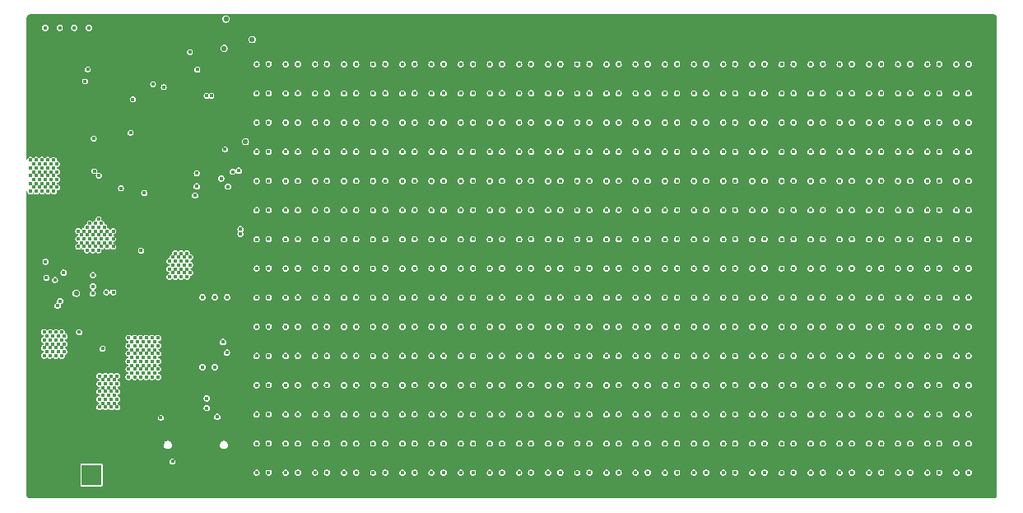
<source format=gbr>
%TF.GenerationSoftware,KiCad,Pcbnew,(5.99.0-12974-ge12f9a194d)*%
%TF.CreationDate,2021-11-26T19:34:27-08:00*%
%TF.ProjectId,LED_Addrs,4c45445f-4164-4647-9273-2e6b69636164,rev?*%
%TF.SameCoordinates,Original*%
%TF.FileFunction,Copper,L2,Inr*%
%TF.FilePolarity,Positive*%
%FSLAX46Y46*%
G04 Gerber Fmt 4.6, Leading zero omitted, Abs format (unit mm)*
G04 Created by KiCad (PCBNEW (5.99.0-12974-ge12f9a194d)) date 2021-11-26 19:34:27*
%MOMM*%
%LPD*%
G01*
G04 APERTURE LIST*
%TA.AperFunction,ComponentPad*%
%ADD10O,1.000000X2.100000*%
%TD*%
%TA.AperFunction,ComponentPad*%
%ADD11O,1.000000X1.600000*%
%TD*%
%TA.AperFunction,ComponentPad*%
%ADD12R,2.100000X2.100000*%
%TD*%
%TA.AperFunction,ComponentPad*%
%ADD13C,2.100000*%
%TD*%
%TA.AperFunction,ComponentPad*%
%ADD14C,0.500000*%
%TD*%
%TA.AperFunction,ViaPad*%
%ADD15C,0.400000*%
%TD*%
%TA.AperFunction,ViaPad*%
%ADD16C,0.550000*%
%TD*%
%TA.AperFunction,ViaPad*%
%ADD17C,0.450000*%
%TD*%
G04 APERTURE END LIST*
D10*
%TO.N,GND*%
%TO.C,J2*%
X25180000Y-55895000D03*
X33820000Y-55895000D03*
D11*
X33820000Y-60075000D03*
X25180000Y-60075000D03*
%TD*%
D12*
%TO.N,VDC*%
%TO.C,J3*%
X18770000Y-59500000D03*
D13*
%TO.N,GND*%
X16230000Y-59500000D03*
%TD*%
D14*
%TO.N,GND*%
%TO.C,U5*%
X20750000Y-39300000D03*
X22050000Y-37300000D03*
X20750000Y-38300000D03*
X20750000Y-37300000D03*
X22050000Y-38300000D03*
X22050000Y-39300000D03*
%TD*%
D15*
%TO.N,/MCU/nSTAT_LED3*%
X23020000Y-20860000D03*
X18390000Y-17780000D03*
D16*
%TO.N,GND*%
X83500000Y-12500000D03*
D17*
X59200000Y-52000000D03*
D16*
X105500000Y-61500000D03*
D17*
X98200000Y-28000000D03*
X77200000Y-31000000D03*
D16*
X98500000Y-61500000D03*
X23400000Y-51500000D03*
D17*
X104200000Y-37000000D03*
D16*
X47500000Y-61500000D03*
D17*
X62200000Y-16000000D03*
D16*
X85500000Y-61500000D03*
X82500000Y-61500000D03*
X59500000Y-61500000D03*
D17*
X101200000Y-28000000D03*
D16*
X22600000Y-51500000D03*
X111500000Y-44500000D03*
X67500000Y-61500000D03*
X31500000Y-12500000D03*
X111500000Y-41500000D03*
D17*
X92200000Y-49000000D03*
X86200000Y-25000000D03*
X89200000Y-19000000D03*
D16*
X36500000Y-61500000D03*
D17*
X92200000Y-55000000D03*
X89200000Y-55000000D03*
X38200000Y-49000000D03*
D16*
X104500000Y-61500000D03*
X111500000Y-43500000D03*
D17*
X59200000Y-43000000D03*
D16*
X28500000Y-45200000D03*
X12500000Y-56500000D03*
D17*
X77200000Y-43000000D03*
X86200000Y-52000000D03*
D16*
X12500000Y-35500000D03*
D17*
X50200000Y-58000000D03*
D16*
X111500000Y-26500000D03*
D17*
X53200000Y-28000000D03*
X44200000Y-22000000D03*
D16*
X79500000Y-12500000D03*
X73500000Y-61500000D03*
X82500000Y-12500000D03*
X28500000Y-45900000D03*
D17*
X74200000Y-37000000D03*
D16*
X71500000Y-61500000D03*
D17*
X80200000Y-43000000D03*
D16*
X12500000Y-32500000D03*
X111500000Y-14500000D03*
D17*
X98200000Y-25000000D03*
D16*
X35500000Y-61500000D03*
D17*
X41200000Y-19000000D03*
X95200000Y-31000000D03*
D16*
X22600000Y-52500000D03*
X12500000Y-33500000D03*
X106500000Y-61500000D03*
D17*
X41200000Y-31000000D03*
X59200000Y-49000000D03*
X107200000Y-19000000D03*
X104200000Y-43000000D03*
X104200000Y-22000000D03*
D16*
X12500000Y-48500000D03*
X50500000Y-12500000D03*
D17*
X50200000Y-40000000D03*
D16*
X12500000Y-59500000D03*
D17*
X104200000Y-49000000D03*
D16*
X90500000Y-61500000D03*
X24600000Y-51000000D03*
D17*
X83200000Y-19000000D03*
D16*
X76500000Y-61500000D03*
X63500000Y-12500000D03*
D17*
X65200000Y-58000000D03*
D16*
X86500000Y-61500000D03*
D17*
X56200000Y-28000000D03*
X38200000Y-46000000D03*
D15*
X19100000Y-25700000D03*
D16*
X51500000Y-12500000D03*
X105500000Y-12500000D03*
D17*
X71200000Y-22000000D03*
D16*
X111500000Y-49500000D03*
X111500000Y-42500000D03*
D17*
X68200000Y-40000000D03*
X83200000Y-43000000D03*
X104200000Y-28000000D03*
X65200000Y-34000000D03*
X59200000Y-19000000D03*
D16*
X14500000Y-61500000D03*
D17*
X44200000Y-49000000D03*
D16*
X111500000Y-15500000D03*
D17*
X98200000Y-19000000D03*
X65200000Y-19000000D03*
D16*
X21900000Y-42300000D03*
D17*
X71200000Y-55000000D03*
X59200000Y-31000000D03*
X77200000Y-40000000D03*
X62200000Y-37000000D03*
X44200000Y-55000000D03*
X74200000Y-31000000D03*
X68200000Y-28000000D03*
D16*
X111500000Y-17500000D03*
D17*
X89200000Y-43000000D03*
D16*
X111500000Y-37500000D03*
X111500000Y-52500000D03*
D17*
X86200000Y-43000000D03*
X62200000Y-22000000D03*
D16*
X12500000Y-47500000D03*
D15*
X30300000Y-27000000D03*
D16*
X76500000Y-12500000D03*
X111500000Y-29500000D03*
X20500000Y-61500000D03*
D17*
X47200000Y-34000000D03*
D16*
X99500000Y-12500000D03*
X102500000Y-61500000D03*
D17*
X92200000Y-37000000D03*
X44200000Y-34000000D03*
D16*
X28500000Y-44500000D03*
D17*
X38200000Y-43000000D03*
D16*
X86500000Y-12500000D03*
X28500000Y-41700000D03*
D17*
X98200000Y-43000000D03*
X65200000Y-16000000D03*
X56200000Y-16000000D03*
X41200000Y-37000000D03*
X44200000Y-31000000D03*
D16*
X111500000Y-19500000D03*
D17*
X107200000Y-22000000D03*
D16*
X103500000Y-12500000D03*
D17*
X77200000Y-34000000D03*
X56200000Y-37000000D03*
D16*
X28500000Y-49400000D03*
X111500000Y-59500000D03*
D17*
X41200000Y-22000000D03*
X53200000Y-46000000D03*
X86200000Y-46000000D03*
X92200000Y-19000000D03*
X47200000Y-52000000D03*
D16*
X12500000Y-54500000D03*
X14900000Y-52400000D03*
X51500000Y-61500000D03*
D17*
X71200000Y-25000000D03*
D16*
X20500000Y-12500000D03*
D17*
X74200000Y-40000000D03*
D16*
X66500000Y-12500000D03*
X28500000Y-48000000D03*
X12500000Y-45500000D03*
D17*
X95200000Y-43000000D03*
X65200000Y-31000000D03*
D16*
X14100000Y-52400000D03*
D17*
X89200000Y-58000000D03*
X86200000Y-49000000D03*
D16*
X22600000Y-50500000D03*
X66500000Y-61500000D03*
D17*
X98200000Y-16000000D03*
X41200000Y-43000000D03*
D16*
X67500000Y-12500000D03*
D17*
X71200000Y-52000000D03*
D16*
X28500000Y-48700000D03*
D17*
X83200000Y-52000000D03*
D16*
X23000000Y-51000000D03*
D17*
X83200000Y-37000000D03*
X80200000Y-58000000D03*
X107200000Y-40000000D03*
D16*
X78500000Y-12500000D03*
X60500000Y-12500000D03*
X79500000Y-61500000D03*
D17*
X89200000Y-37000000D03*
X53200000Y-31000000D03*
X38200000Y-19000000D03*
D16*
X75500000Y-12500000D03*
D17*
X47200000Y-43000000D03*
X104200000Y-34000000D03*
X86200000Y-34000000D03*
D16*
X41500000Y-61500000D03*
D17*
X44200000Y-28000000D03*
D16*
X111500000Y-32500000D03*
D17*
X71200000Y-16000000D03*
D16*
X21900000Y-46900000D03*
D17*
X44200000Y-40000000D03*
D16*
X89500000Y-61500000D03*
X25400000Y-30500000D03*
X111500000Y-45500000D03*
D17*
X107200000Y-16000000D03*
X56200000Y-49000000D03*
D16*
X93500000Y-61500000D03*
X85500000Y-12500000D03*
D17*
X101200000Y-34000000D03*
X50200000Y-37000000D03*
D16*
X77500000Y-61500000D03*
D17*
X98200000Y-34000000D03*
X53200000Y-19000000D03*
D16*
X30500000Y-37400000D03*
D17*
X38200000Y-37000000D03*
X98200000Y-49000000D03*
D16*
X32500000Y-61500000D03*
X19500000Y-61500000D03*
D17*
X44200000Y-16000000D03*
D16*
X68500000Y-61500000D03*
D17*
X53200000Y-40000000D03*
X65200000Y-43000000D03*
D16*
X12500000Y-18500000D03*
X78500000Y-61500000D03*
D17*
X89200000Y-16000000D03*
X80200000Y-52000000D03*
X98200000Y-40000000D03*
D16*
X12500000Y-25500000D03*
D17*
X56200000Y-31000000D03*
D16*
X12500000Y-22500000D03*
X111500000Y-16500000D03*
X111500000Y-38500000D03*
D17*
X59200000Y-28000000D03*
X107200000Y-28000000D03*
X44200000Y-52000000D03*
D16*
X23800000Y-51000000D03*
D17*
X62200000Y-46000000D03*
X44200000Y-43000000D03*
X89200000Y-34000000D03*
D16*
X100500000Y-12500000D03*
D17*
X53200000Y-25000000D03*
D16*
X80500000Y-12500000D03*
D17*
X86200000Y-55000000D03*
X71200000Y-46000000D03*
D16*
X99500000Y-61500000D03*
D17*
X77200000Y-37000000D03*
D16*
X63500000Y-61500000D03*
X88500000Y-61500000D03*
D17*
X59200000Y-16000000D03*
D16*
X24200000Y-51500000D03*
D17*
X83200000Y-31000000D03*
X104200000Y-16000000D03*
X50200000Y-55000000D03*
D16*
X91500000Y-12500000D03*
D17*
X92200000Y-52000000D03*
D16*
X12500000Y-14500000D03*
D17*
X53200000Y-37000000D03*
D16*
X12500000Y-19500000D03*
D17*
X38200000Y-40000000D03*
D16*
X45500000Y-12500000D03*
X12500000Y-60500000D03*
D17*
X98200000Y-46000000D03*
X107200000Y-49000000D03*
X71200000Y-37000000D03*
D16*
X21900000Y-45500000D03*
X84500000Y-61500000D03*
D17*
X83200000Y-28000000D03*
X86200000Y-31000000D03*
X92200000Y-25000000D03*
D16*
X71500000Y-12500000D03*
X20200000Y-47900000D03*
D17*
X50200000Y-52000000D03*
D16*
X45500000Y-61500000D03*
X12500000Y-31500000D03*
X33500000Y-61500000D03*
D17*
X80200000Y-55000000D03*
X77200000Y-16000000D03*
X98200000Y-22000000D03*
D16*
X95500000Y-61500000D03*
X104500000Y-12500000D03*
D17*
X80200000Y-31000000D03*
D16*
X54500000Y-61500000D03*
X103500000Y-61500000D03*
X111500000Y-61500000D03*
D17*
X83200000Y-22000000D03*
D16*
X58500000Y-12500000D03*
D17*
X47200000Y-49000000D03*
X89200000Y-40000000D03*
X38200000Y-34000000D03*
D16*
X39500000Y-61500000D03*
X111500000Y-56500000D03*
X12500000Y-16500000D03*
X42500000Y-12500000D03*
D17*
X50200000Y-25000000D03*
X68200000Y-52000000D03*
D16*
X12500000Y-51500000D03*
D17*
X74200000Y-16000000D03*
D16*
X111500000Y-55500000D03*
X40500000Y-12500000D03*
D17*
X107200000Y-46000000D03*
X65200000Y-28000000D03*
X80200000Y-19000000D03*
D16*
X30500000Y-61500000D03*
D17*
X38200000Y-28000000D03*
X74200000Y-49000000D03*
D16*
X30500000Y-38100000D03*
D17*
X80200000Y-28000000D03*
D16*
X98500000Y-12500000D03*
D17*
X80200000Y-16000000D03*
D16*
X14900000Y-50500000D03*
D17*
X56200000Y-22000000D03*
X59200000Y-37000000D03*
X53200000Y-49000000D03*
X107200000Y-25000000D03*
X101200000Y-16000000D03*
D16*
X12500000Y-58500000D03*
X81500000Y-12500000D03*
X65500000Y-61500000D03*
D17*
X77200000Y-49000000D03*
D16*
X95500000Y-12500000D03*
D17*
X98200000Y-58000000D03*
X41200000Y-58000000D03*
X77200000Y-25000000D03*
D16*
X101500000Y-61500000D03*
D17*
X74200000Y-25000000D03*
X92200000Y-31000000D03*
X83200000Y-40000000D03*
D16*
X12500000Y-50500000D03*
D17*
X38200000Y-52000000D03*
D16*
X111500000Y-22500000D03*
D15*
X23600000Y-25400000D03*
D17*
X80200000Y-37000000D03*
D16*
X111500000Y-31500000D03*
D17*
X101200000Y-58000000D03*
X80200000Y-34000000D03*
X92200000Y-40000000D03*
D16*
X111500000Y-47500000D03*
X28500000Y-61500000D03*
X107500000Y-12500000D03*
D17*
X53200000Y-55000000D03*
D16*
X111500000Y-48500000D03*
X28500000Y-12500000D03*
X37500000Y-61500000D03*
X110500000Y-12500000D03*
X74500000Y-12500000D03*
X61500000Y-61500000D03*
D17*
X47200000Y-19000000D03*
D16*
X111500000Y-53500000D03*
X18000000Y-41100000D03*
D17*
X95200000Y-19000000D03*
X53200000Y-34000000D03*
X83200000Y-25000000D03*
D16*
X74500000Y-61500000D03*
D17*
X62200000Y-43000000D03*
D16*
X53500000Y-12500000D03*
D17*
X65200000Y-25000000D03*
X101200000Y-40000000D03*
D16*
X111500000Y-25500000D03*
X111500000Y-30500000D03*
D17*
X65200000Y-22000000D03*
X95200000Y-25000000D03*
X65200000Y-49000000D03*
D16*
X12500000Y-34500000D03*
D17*
X50200000Y-34000000D03*
D16*
X55500000Y-61500000D03*
D17*
X62200000Y-28000000D03*
X56200000Y-40000000D03*
D16*
X83500000Y-61500000D03*
D17*
X80200000Y-22000000D03*
D16*
X68500000Y-12500000D03*
X64500000Y-61500000D03*
D17*
X83200000Y-34000000D03*
X68200000Y-58000000D03*
D16*
X46500000Y-12500000D03*
D17*
X68200000Y-43000000D03*
X89200000Y-31000000D03*
D16*
X75500000Y-61500000D03*
D17*
X50200000Y-49000000D03*
D16*
X93500000Y-12500000D03*
X12500000Y-36500000D03*
X27500000Y-61500000D03*
X111500000Y-18500000D03*
X44500000Y-61500000D03*
X12500000Y-13500000D03*
D17*
X56200000Y-19000000D03*
D16*
X21900000Y-47600000D03*
D17*
X65200000Y-46000000D03*
X62200000Y-34000000D03*
X62200000Y-19000000D03*
X95200000Y-34000000D03*
X92200000Y-22000000D03*
D16*
X43500000Y-61500000D03*
X27500000Y-12500000D03*
D17*
X74200000Y-28000000D03*
D16*
X30500000Y-12500000D03*
D17*
X98200000Y-37000000D03*
X92200000Y-28000000D03*
X89200000Y-46000000D03*
D16*
X16500000Y-61500000D03*
D17*
X95200000Y-28000000D03*
D16*
X28300000Y-34600000D03*
X72500000Y-12500000D03*
D17*
X38200000Y-31000000D03*
D16*
X111500000Y-58500000D03*
X58500000Y-61500000D03*
X52500000Y-61500000D03*
D17*
X104200000Y-40000000D03*
X107200000Y-34000000D03*
X71200000Y-31000000D03*
D15*
X25700000Y-14100000D03*
D16*
X111500000Y-27500000D03*
D17*
X92200000Y-34000000D03*
X86200000Y-22000000D03*
X50200000Y-16000000D03*
X74200000Y-58000000D03*
D16*
X40500000Y-61500000D03*
X12500000Y-61500000D03*
D17*
X92200000Y-58000000D03*
D16*
X29500000Y-61500000D03*
D17*
X107200000Y-52000000D03*
D16*
X102500000Y-12500000D03*
D17*
X47200000Y-22000000D03*
X56200000Y-52000000D03*
X83200000Y-49000000D03*
D16*
X48500000Y-61500000D03*
X73500000Y-12500000D03*
D17*
X68200000Y-34000000D03*
D16*
X28500000Y-41000000D03*
X111500000Y-36500000D03*
X56500000Y-61500000D03*
D17*
X56200000Y-55000000D03*
X53200000Y-52000000D03*
X101200000Y-46000000D03*
X104200000Y-55000000D03*
D16*
X87500000Y-61500000D03*
D17*
X74200000Y-34000000D03*
X47200000Y-31000000D03*
D16*
X21500000Y-12500000D03*
D17*
X71200000Y-58000000D03*
X68200000Y-31000000D03*
D16*
X24500000Y-61500000D03*
D17*
X77200000Y-52000000D03*
D16*
X70500000Y-12500000D03*
D17*
X77200000Y-58000000D03*
X56200000Y-34000000D03*
X71200000Y-28000000D03*
X95200000Y-16000000D03*
D16*
X25000000Y-50500000D03*
D17*
X74200000Y-46000000D03*
X44200000Y-25000000D03*
X98200000Y-52000000D03*
X59200000Y-22000000D03*
D16*
X34500000Y-61500000D03*
X111500000Y-21500000D03*
X31500000Y-61500000D03*
X21900000Y-48300000D03*
X24200000Y-50500000D03*
X41500000Y-12500000D03*
X28300000Y-35300000D03*
D17*
X59200000Y-58000000D03*
D15*
X25800000Y-18900000D03*
D16*
X23400000Y-52500000D03*
X97500000Y-61500000D03*
X25500000Y-12500000D03*
D17*
X47200000Y-46000000D03*
D16*
X109500000Y-61500000D03*
X70500000Y-61500000D03*
D17*
X83200000Y-55000000D03*
D16*
X25500000Y-61500000D03*
X54500000Y-12500000D03*
X47500000Y-12500000D03*
X18500000Y-61500000D03*
X72500000Y-61500000D03*
D17*
X101200000Y-52000000D03*
D16*
X57500000Y-12500000D03*
D17*
X19000000Y-44000000D03*
X53200000Y-22000000D03*
X89200000Y-25000000D03*
D16*
X53500000Y-61500000D03*
D17*
X41200000Y-34000000D03*
X71200000Y-19000000D03*
D16*
X111500000Y-24500000D03*
X24500000Y-12500000D03*
X48500000Y-12500000D03*
X111500000Y-33500000D03*
X62500000Y-61500000D03*
X111500000Y-40500000D03*
D17*
X65200000Y-52000000D03*
X80200000Y-49000000D03*
X77200000Y-19000000D03*
X53200000Y-43000000D03*
X68200000Y-46000000D03*
X47200000Y-55000000D03*
D16*
X111500000Y-51500000D03*
X12500000Y-49500000D03*
X100500000Y-61500000D03*
D17*
X71200000Y-40000000D03*
X107200000Y-55000000D03*
D16*
X12500000Y-17500000D03*
X25000000Y-51500000D03*
D17*
X101200000Y-31000000D03*
D16*
X92500000Y-61500000D03*
X12500000Y-23500000D03*
D15*
X23700000Y-29100000D03*
D16*
X92500000Y-12500000D03*
D17*
X59200000Y-46000000D03*
D16*
X52500000Y-12500000D03*
X12500000Y-57500000D03*
D17*
X65200000Y-37000000D03*
D16*
X21500000Y-61500000D03*
X23500000Y-12500000D03*
X44500000Y-12500000D03*
D17*
X68200000Y-22000000D03*
D16*
X23800000Y-52000000D03*
X111500000Y-60500000D03*
D17*
X50200000Y-43000000D03*
D15*
X32500000Y-23200000D03*
D17*
X47200000Y-58000000D03*
X62200000Y-55000000D03*
X56200000Y-58000000D03*
D16*
X38500000Y-61500000D03*
D17*
X95200000Y-58000000D03*
D16*
X12500000Y-46500000D03*
X88500000Y-12500000D03*
D17*
X50200000Y-28000000D03*
X62200000Y-25000000D03*
X80200000Y-25000000D03*
X101200000Y-22000000D03*
X104200000Y-25000000D03*
D16*
X65500000Y-12500000D03*
D17*
X92200000Y-16000000D03*
X44200000Y-46000000D03*
X47200000Y-40000000D03*
D16*
X49500000Y-12500000D03*
D17*
X101200000Y-25000000D03*
X47200000Y-37000000D03*
X68200000Y-55000000D03*
D15*
X21500000Y-22200000D03*
D16*
X108500000Y-61500000D03*
X22500000Y-61500000D03*
D17*
X41200000Y-28000000D03*
D15*
X19000000Y-18100000D03*
D17*
X50200000Y-31000000D03*
D15*
X33600000Y-23600000D03*
D17*
X71200000Y-43000000D03*
D16*
X56500000Y-12500000D03*
X60500000Y-61500000D03*
X29500000Y-12500000D03*
D17*
X44200000Y-19000000D03*
X53200000Y-58000000D03*
X77200000Y-22000000D03*
D16*
X28500000Y-46600000D03*
X28500000Y-40300000D03*
D17*
X95200000Y-22000000D03*
D16*
X81500000Y-61500000D03*
X17500000Y-61500000D03*
D17*
X62200000Y-49000000D03*
X59200000Y-25000000D03*
D16*
X111500000Y-34500000D03*
X110500000Y-61500000D03*
D17*
X68200000Y-37000000D03*
D16*
X108500000Y-12500000D03*
X42500000Y-61500000D03*
X111500000Y-20500000D03*
X111500000Y-35500000D03*
X14100000Y-50500000D03*
D17*
X38200000Y-16000000D03*
D16*
X69500000Y-12500000D03*
D17*
X38200000Y-58000000D03*
X95200000Y-46000000D03*
D16*
X90500000Y-12500000D03*
D17*
X86200000Y-19000000D03*
D16*
X20200000Y-47100000D03*
D17*
X68200000Y-49000000D03*
X104200000Y-52000000D03*
X59200000Y-40000000D03*
X104200000Y-31000000D03*
D16*
X55500000Y-12500000D03*
D17*
X104200000Y-58000000D03*
X68200000Y-16000000D03*
D16*
X77500000Y-12500000D03*
X89500000Y-12500000D03*
D17*
X74200000Y-55000000D03*
X74200000Y-19000000D03*
D15*
X23300000Y-30200000D03*
D16*
X23400000Y-50500000D03*
D17*
X89200000Y-28000000D03*
X41200000Y-52000000D03*
X38200000Y-25000000D03*
D16*
X94500000Y-61500000D03*
D17*
X74200000Y-52000000D03*
X86200000Y-28000000D03*
X56200000Y-43000000D03*
X56200000Y-25000000D03*
X86200000Y-58000000D03*
D16*
X111500000Y-46500000D03*
X111500000Y-13500000D03*
D17*
X107200000Y-37000000D03*
X41200000Y-49000000D03*
D15*
X25700000Y-15400000D03*
D16*
X96500000Y-12500000D03*
D17*
X65200000Y-40000000D03*
D16*
X64500000Y-12500000D03*
D17*
X41200000Y-16000000D03*
X95200000Y-55000000D03*
X62200000Y-40000000D03*
X56200000Y-46000000D03*
X89200000Y-52000000D03*
X62200000Y-31000000D03*
X41200000Y-25000000D03*
D16*
X111500000Y-23500000D03*
X26500000Y-61500000D03*
X80500000Y-61500000D03*
X15500000Y-61500000D03*
D17*
X68200000Y-19000000D03*
D16*
X26500000Y-12500000D03*
X12500000Y-52500000D03*
D17*
X83200000Y-16000000D03*
X86200000Y-40000000D03*
D16*
X20900000Y-42600000D03*
D17*
X47200000Y-25000000D03*
D16*
X111500000Y-28500000D03*
D17*
X41200000Y-55000000D03*
X98200000Y-31000000D03*
X53200000Y-16000000D03*
X59200000Y-55000000D03*
D16*
X107500000Y-61500000D03*
X28500000Y-43800000D03*
D17*
X47200000Y-28000000D03*
X107200000Y-31000000D03*
D16*
X12500000Y-15500000D03*
D17*
X98200000Y-55000000D03*
X74200000Y-43000000D03*
D16*
X28500000Y-47300000D03*
D17*
X65200000Y-55000000D03*
D16*
X94500000Y-12500000D03*
D17*
X71200000Y-49000000D03*
D16*
X16000000Y-34000000D03*
X97500000Y-12500000D03*
X111500000Y-57500000D03*
D17*
X92200000Y-43000000D03*
D15*
X33400000Y-25300000D03*
D16*
X49500000Y-61500000D03*
X91500000Y-61500000D03*
X12500000Y-24500000D03*
D17*
X101200000Y-37000000D03*
X83200000Y-58000000D03*
X104200000Y-46000000D03*
D16*
X12500000Y-21500000D03*
D17*
X71200000Y-34000000D03*
D16*
X111500000Y-54500000D03*
D17*
X74200000Y-22000000D03*
X107200000Y-58000000D03*
X80200000Y-46000000D03*
X62200000Y-58000000D03*
X89200000Y-49000000D03*
X50200000Y-19000000D03*
X50200000Y-46000000D03*
X50200000Y-22000000D03*
X47200000Y-16000000D03*
D16*
X106500000Y-12500000D03*
X25400000Y-51000000D03*
X12500000Y-12500000D03*
X12500000Y-55500000D03*
D17*
X38200000Y-22000000D03*
X77200000Y-28000000D03*
D16*
X22500000Y-12500000D03*
X59500000Y-12500000D03*
X69500000Y-61500000D03*
D17*
X68200000Y-25000000D03*
X62200000Y-52000000D03*
X41200000Y-46000000D03*
D16*
X12500000Y-37500000D03*
X13500000Y-61500000D03*
X111500000Y-12500000D03*
D17*
X80200000Y-40000000D03*
D16*
X23500000Y-61500000D03*
D17*
X95200000Y-52000000D03*
D16*
X12500000Y-20500000D03*
X96500000Y-61500000D03*
D17*
X38200000Y-55000000D03*
X86200000Y-37000000D03*
D16*
X111500000Y-39500000D03*
D17*
X77200000Y-46000000D03*
D16*
X50500000Y-61500000D03*
D17*
X44200000Y-37000000D03*
D16*
X46500000Y-61500000D03*
D15*
X28900000Y-23200000D03*
D17*
X59200000Y-34000000D03*
D16*
X28500000Y-42400000D03*
D15*
X20600000Y-19300000D03*
D16*
X12500000Y-53500000D03*
D17*
X86200000Y-16000000D03*
X95200000Y-49000000D03*
D16*
X28500000Y-43100000D03*
X87500000Y-12500000D03*
X43500000Y-12500000D03*
D17*
X101200000Y-43000000D03*
D16*
X23000000Y-52000000D03*
X57500000Y-61500000D03*
X61500000Y-12500000D03*
X111500000Y-50500000D03*
D17*
X41200000Y-40000000D03*
D16*
X84500000Y-12500000D03*
D17*
X101200000Y-19000000D03*
X89200000Y-22000000D03*
D16*
X109500000Y-12500000D03*
D17*
X83200000Y-46000000D03*
X95200000Y-37000000D03*
X95200000Y-40000000D03*
X92200000Y-46000000D03*
D16*
X101500000Y-12500000D03*
D17*
X107200000Y-43000000D03*
X101200000Y-55000000D03*
X104200000Y-19000000D03*
X44200000Y-58000000D03*
X101200000Y-49000000D03*
D16*
X62500000Y-12500000D03*
D17*
X77200000Y-55000000D03*
%TO.N,+5V*%
X50750000Y-41250000D03*
X41750000Y-50250000D03*
X80750000Y-17250000D03*
X85000000Y-35239830D03*
X43000000Y-17239830D03*
X85000000Y-29239830D03*
X85000000Y-32239830D03*
X47750000Y-59250000D03*
X89750000Y-50250000D03*
X61000000Y-53239830D03*
X68750000Y-56250000D03*
X104750000Y-41250000D03*
X27400000Y-36700000D03*
X38750000Y-41250000D03*
X104750000Y-47250000D03*
X37000000Y-23239830D03*
X26800000Y-38300000D03*
X91000000Y-50239830D03*
X109000000Y-20239830D03*
X71750000Y-59250000D03*
X26800000Y-39100000D03*
X61000000Y-47239830D03*
X59750000Y-26250000D03*
X67000000Y-50239830D03*
X44750000Y-47250000D03*
X107750000Y-29250000D03*
X107750000Y-50250000D03*
X98750000Y-38250000D03*
X40000000Y-38239830D03*
X61000000Y-59239830D03*
X86750000Y-41250000D03*
X106000000Y-53239830D03*
X53750000Y-20250000D03*
X91000000Y-23239830D03*
X109000000Y-29239830D03*
X89750000Y-26250000D03*
X77750000Y-35250000D03*
X41750000Y-47250000D03*
X89750000Y-56250000D03*
X71750000Y-56250000D03*
X100000000Y-17239830D03*
X37000000Y-50239830D03*
X64000000Y-29239830D03*
X94000000Y-50239830D03*
X49000000Y-35239830D03*
X109000000Y-59239830D03*
X35750000Y-53250000D03*
X47750000Y-56250000D03*
X65750000Y-53250000D03*
X97000000Y-32239830D03*
X97000000Y-53239830D03*
X37000000Y-47239830D03*
X40000000Y-26239830D03*
X62750000Y-41250000D03*
X43000000Y-50239830D03*
X98750000Y-29250000D03*
X44750000Y-59250000D03*
X53750000Y-44250000D03*
X64000000Y-59239830D03*
X58000000Y-35239830D03*
X55000000Y-26239830D03*
X101750000Y-29250000D03*
X103000000Y-26239830D03*
X64000000Y-32239830D03*
X61000000Y-20239830D03*
X95750000Y-59250000D03*
X53750000Y-47250000D03*
X62750000Y-38250000D03*
X74750000Y-50250000D03*
X76000000Y-44239830D03*
X79000000Y-35239830D03*
X106000000Y-41239830D03*
X46000000Y-29239830D03*
X73000000Y-38239830D03*
X95750000Y-35250000D03*
X109000000Y-26239830D03*
X70000000Y-53239830D03*
X85000000Y-23239830D03*
X55000000Y-29239830D03*
X91000000Y-44239830D03*
X97000000Y-29239830D03*
X55000000Y-53239830D03*
X109000000Y-44239830D03*
X49000000Y-41239830D03*
X98750000Y-44250000D03*
X37000000Y-20239830D03*
X58000000Y-20239830D03*
X103000000Y-35239830D03*
X92750000Y-32250000D03*
X50750000Y-17250000D03*
X89750000Y-17250000D03*
X56750000Y-32250000D03*
X89750000Y-44250000D03*
X106000000Y-17239830D03*
X85000000Y-17239830D03*
X59750000Y-50250000D03*
X43000000Y-59239830D03*
X28000000Y-36700000D03*
X37000000Y-41239830D03*
X62750000Y-29250000D03*
X53750000Y-32250000D03*
X43000000Y-35239830D03*
X80750000Y-50250000D03*
X40000000Y-53239830D03*
X92750000Y-59250000D03*
X88000000Y-17239830D03*
X82000000Y-41239830D03*
X37000000Y-38239830D03*
X73000000Y-41239830D03*
X76000000Y-32239830D03*
X35750000Y-59250000D03*
X106000000Y-35239830D03*
X85000000Y-59239830D03*
X88000000Y-56239830D03*
X71750000Y-23250000D03*
X40000000Y-59239830D03*
X43000000Y-47239830D03*
X40000000Y-50239830D03*
X107750000Y-35250000D03*
X89750000Y-47250000D03*
X49000000Y-26239830D03*
X91000000Y-41239830D03*
X35750000Y-29250000D03*
X98750000Y-26250000D03*
X28300000Y-38700000D03*
X71750000Y-26250000D03*
X82000000Y-56239830D03*
X100000000Y-23239830D03*
X43000000Y-29239830D03*
X67000000Y-44239830D03*
X86750000Y-32250000D03*
X106000000Y-23239830D03*
X86750000Y-26250000D03*
X80750000Y-20250000D03*
X107750000Y-44250000D03*
X65750000Y-59250000D03*
X88000000Y-23239830D03*
X53750000Y-53250000D03*
X70000000Y-26239830D03*
X71750000Y-38250000D03*
X64000000Y-23239830D03*
X65750000Y-38250000D03*
X95750000Y-41250000D03*
X106000000Y-32239830D03*
X43000000Y-53239830D03*
X77750000Y-50250000D03*
X52000000Y-56239830D03*
X106000000Y-29239830D03*
X61000000Y-23239830D03*
X109000000Y-38239830D03*
X92750000Y-44250000D03*
X28600000Y-39100000D03*
X68750000Y-35250000D03*
X55000000Y-20239830D03*
X94000000Y-41239830D03*
X91000000Y-38239830D03*
X50750000Y-29250000D03*
X59750000Y-23250000D03*
X44750000Y-26250000D03*
X38750000Y-44250000D03*
X103000000Y-47239830D03*
X62750000Y-32250000D03*
X86750000Y-17250000D03*
X28300000Y-37100000D03*
X58000000Y-29239830D03*
X65750000Y-56250000D03*
X94000000Y-47239830D03*
X109000000Y-56239830D03*
X70000000Y-29239830D03*
X92750000Y-50250000D03*
X41750000Y-41250000D03*
X101750000Y-56250000D03*
X80750000Y-35250000D03*
X76000000Y-17239830D03*
X70000000Y-41239830D03*
X79000000Y-29239830D03*
X86750000Y-47250000D03*
X52000000Y-59239830D03*
X41750000Y-53250000D03*
X107750000Y-56250000D03*
X56750000Y-44250000D03*
X56750000Y-41250000D03*
X91000000Y-59239830D03*
X104750000Y-29250000D03*
X62750000Y-53250000D03*
X67000000Y-23239830D03*
X104750000Y-17250000D03*
X61000000Y-17239830D03*
X94000000Y-23239830D03*
X26800000Y-37500000D03*
X38750000Y-35250000D03*
X41750000Y-38250000D03*
X65750000Y-29250000D03*
X94000000Y-59239830D03*
X70000000Y-56239830D03*
X56750000Y-53250000D03*
X73000000Y-29239830D03*
X79000000Y-59239830D03*
X109000000Y-50239830D03*
X79000000Y-23239830D03*
X80750000Y-32250000D03*
X101750000Y-17250000D03*
X61000000Y-35239830D03*
X67000000Y-47239830D03*
X104750000Y-23250000D03*
X107750000Y-53250000D03*
X47750000Y-50250000D03*
X49000000Y-29239830D03*
X98750000Y-56250000D03*
X44750000Y-53250000D03*
X106000000Y-44239830D03*
X58000000Y-47239830D03*
X103000000Y-56239830D03*
X101750000Y-38250000D03*
X40000000Y-47239830D03*
X68750000Y-26250000D03*
X74750000Y-23250000D03*
X76000000Y-56239830D03*
X88000000Y-38239830D03*
X40000000Y-41239830D03*
X64000000Y-38239830D03*
X109000000Y-23239830D03*
X64000000Y-50239830D03*
X77750000Y-41250000D03*
X28000000Y-39100000D03*
X88000000Y-44239830D03*
X85000000Y-50239830D03*
X98750000Y-50250000D03*
X101750000Y-26250000D03*
X74750000Y-32250000D03*
X76000000Y-23239830D03*
X49000000Y-59239830D03*
X86750000Y-23250000D03*
X92750000Y-29250000D03*
X101750000Y-35250000D03*
X46000000Y-20239830D03*
X76000000Y-47239830D03*
X89750000Y-53250000D03*
X64000000Y-47239830D03*
X83750000Y-38250000D03*
X86750000Y-44250000D03*
X47750000Y-20250000D03*
X77750000Y-17250000D03*
X109000000Y-41239830D03*
X76000000Y-50239830D03*
X107750000Y-59250000D03*
X106000000Y-50239830D03*
X62750000Y-50250000D03*
X103000000Y-44239830D03*
X35750000Y-41250000D03*
X76000000Y-26239830D03*
X68750000Y-23250000D03*
X77750000Y-44250000D03*
X49000000Y-23239830D03*
X35750000Y-23250000D03*
X91000000Y-26239830D03*
X27700000Y-37900000D03*
X97000000Y-17239830D03*
D16*
X34600000Y-25200000D03*
D17*
X79000000Y-47239830D03*
X86750000Y-59250000D03*
X68750000Y-29250000D03*
X67000000Y-53239830D03*
X73000000Y-23239830D03*
X103000000Y-20239830D03*
X100000000Y-29239830D03*
X27700000Y-37100000D03*
X43000000Y-23239830D03*
X77750000Y-59250000D03*
X47750000Y-38250000D03*
X100000000Y-53239830D03*
X52000000Y-50239830D03*
X52000000Y-35239830D03*
X101750000Y-41250000D03*
X50750000Y-32250000D03*
X52000000Y-32239830D03*
X71750000Y-50250000D03*
X76000000Y-53239830D03*
X91000000Y-47239830D03*
X37000000Y-53239830D03*
X55000000Y-17239830D03*
X71750000Y-41250000D03*
X71750000Y-53250000D03*
X46000000Y-50239830D03*
X62750000Y-23250000D03*
X52000000Y-20239830D03*
X67000000Y-20239830D03*
X82000000Y-50239830D03*
X94000000Y-20239830D03*
X67000000Y-41239830D03*
X89750000Y-41250000D03*
X74750000Y-38250000D03*
X46000000Y-23239830D03*
X76000000Y-59239830D03*
X47750000Y-29250000D03*
X86750000Y-20250000D03*
X106000000Y-59239830D03*
X28900000Y-38700000D03*
X88000000Y-32239830D03*
X73000000Y-50239830D03*
X100000000Y-41239830D03*
X101750000Y-32250000D03*
X68750000Y-32250000D03*
X92750000Y-35250000D03*
X95750000Y-56250000D03*
X50750000Y-44250000D03*
X43000000Y-56239830D03*
X71750000Y-47250000D03*
X53750000Y-29250000D03*
X47750000Y-44250000D03*
X58000000Y-32239830D03*
X50750000Y-50250000D03*
X74750000Y-53250000D03*
X46000000Y-32239830D03*
X53750000Y-26250000D03*
X35750000Y-47250000D03*
X73000000Y-56239830D03*
X50750000Y-35250000D03*
X35750000Y-38250000D03*
X104750000Y-32250000D03*
X94000000Y-32239830D03*
X27700000Y-38700000D03*
X104750000Y-35250000D03*
X47750000Y-23250000D03*
X80750000Y-53250000D03*
X109000000Y-35239830D03*
X86750000Y-35250000D03*
X91000000Y-53239830D03*
X46000000Y-35239830D03*
X61000000Y-26239830D03*
X28600000Y-37500000D03*
X97000000Y-56239830D03*
X92750000Y-56250000D03*
X53750000Y-56250000D03*
X92750000Y-47250000D03*
X43000000Y-32239830D03*
X89750000Y-38250000D03*
X50750000Y-56250000D03*
X68750000Y-38250000D03*
X82000000Y-29239830D03*
X56750000Y-26250000D03*
X37000000Y-44239830D03*
X101750000Y-50250000D03*
X55000000Y-50239830D03*
X100000000Y-50239830D03*
X52000000Y-17239830D03*
X61000000Y-32239830D03*
X92750000Y-17250000D03*
X67000000Y-17239830D03*
X41750000Y-26250000D03*
X100000000Y-44239830D03*
X82000000Y-20239830D03*
X95750000Y-38250000D03*
X35750000Y-20250000D03*
X56750000Y-38250000D03*
X64000000Y-53239830D03*
X41750000Y-35250000D03*
X59750000Y-35250000D03*
X65750000Y-44250000D03*
X98750000Y-59250000D03*
X70000000Y-47239830D03*
X91000000Y-32239830D03*
X80750000Y-23250000D03*
X88000000Y-59239830D03*
X101750000Y-53250000D03*
X86750000Y-29250000D03*
X104750000Y-56250000D03*
X59750000Y-29250000D03*
X65750000Y-50250000D03*
X43000000Y-26239830D03*
X77750000Y-32250000D03*
X88000000Y-35239830D03*
X49000000Y-44239830D03*
X106000000Y-38239830D03*
X68750000Y-47250000D03*
X28900000Y-37100000D03*
X77750000Y-38250000D03*
X107750000Y-47250000D03*
X44750000Y-56250000D03*
X56750000Y-47250000D03*
X98750000Y-47250000D03*
X100000000Y-20239830D03*
X71750000Y-44250000D03*
X83750000Y-17250000D03*
X74750000Y-56250000D03*
X28300000Y-37900000D03*
X109000000Y-53239830D03*
X74750000Y-26250000D03*
X85000000Y-53239830D03*
X70000000Y-32239830D03*
X97000000Y-59239830D03*
X64000000Y-44239830D03*
X65750000Y-47250000D03*
X98750000Y-23250000D03*
X107750000Y-26250000D03*
X40000000Y-29239830D03*
X68750000Y-20250000D03*
X59750000Y-53250000D03*
X83750000Y-47250000D03*
X76000000Y-41239830D03*
X101750000Y-59250000D03*
X27400000Y-39100000D03*
X59750000Y-38250000D03*
X82000000Y-26239830D03*
X83750000Y-26250000D03*
X52000000Y-23239830D03*
X47750000Y-47250000D03*
X74750000Y-29250000D03*
X53750000Y-59250000D03*
X58000000Y-56239830D03*
X94000000Y-26239830D03*
X80750000Y-29250000D03*
X82000000Y-59239830D03*
X64000000Y-26239830D03*
X27400000Y-37500000D03*
X52000000Y-26239830D03*
X61000000Y-56239830D03*
X38750000Y-53250000D03*
X46000000Y-38239830D03*
X38750000Y-50250000D03*
X88000000Y-20239830D03*
X95750000Y-50250000D03*
X44750000Y-41250000D03*
X101750000Y-47250000D03*
X79000000Y-41239830D03*
X56750000Y-56250000D03*
X79000000Y-17239830D03*
X38750000Y-32250000D03*
X52000000Y-47239830D03*
X70000000Y-59239830D03*
X104750000Y-59250000D03*
X52000000Y-44239830D03*
X46000000Y-17239830D03*
X85000000Y-44239830D03*
X88000000Y-29239830D03*
X44750000Y-20250000D03*
X41750000Y-17250000D03*
X40000000Y-44239830D03*
X59750000Y-20250000D03*
X106000000Y-20239830D03*
X98750000Y-35250000D03*
X67000000Y-59239830D03*
X97000000Y-41239830D03*
X79000000Y-53239830D03*
X103000000Y-17239830D03*
X50750000Y-53250000D03*
X82000000Y-23239830D03*
X89750000Y-32250000D03*
X91000000Y-56239830D03*
X70000000Y-17239830D03*
X43000000Y-20239830D03*
X95750000Y-23250000D03*
X41750000Y-29250000D03*
X104750000Y-53250000D03*
X61000000Y-41239830D03*
X86750000Y-50250000D03*
X58000000Y-59239830D03*
X40000000Y-32239830D03*
X91000000Y-35239830D03*
X71750000Y-17250000D03*
X65750000Y-41250000D03*
X68750000Y-44250000D03*
X35750000Y-32250000D03*
X83750000Y-44250000D03*
X53750000Y-41250000D03*
X103000000Y-41239830D03*
X68750000Y-53250000D03*
X85000000Y-41239830D03*
X56750000Y-17250000D03*
X53750000Y-38250000D03*
X58000000Y-44239830D03*
X27100000Y-37100000D03*
X53750000Y-50250000D03*
X97000000Y-44239830D03*
X47750000Y-35250000D03*
X89750000Y-35250000D03*
X44750000Y-32250000D03*
X74750000Y-44250000D03*
X35750000Y-26250000D03*
X82000000Y-17239830D03*
X55000000Y-41239830D03*
X74750000Y-17250000D03*
X104750000Y-20250000D03*
X37000000Y-17239830D03*
X58000000Y-26239830D03*
X103000000Y-53239830D03*
X67000000Y-29239830D03*
X55000000Y-23239830D03*
X86750000Y-56250000D03*
X77750000Y-26250000D03*
X70000000Y-35239830D03*
X59750000Y-47250000D03*
X37000000Y-32239830D03*
X41750000Y-44250000D03*
X94000000Y-29239830D03*
X83750000Y-56250000D03*
X59750000Y-56250000D03*
X100000000Y-35239830D03*
X58000000Y-38239830D03*
X50750000Y-26250000D03*
X74750000Y-20250000D03*
X38750000Y-56250000D03*
X73000000Y-26239830D03*
X106000000Y-56239830D03*
X109000000Y-32239830D03*
X100000000Y-47239830D03*
X44750000Y-23250000D03*
X61000000Y-50239830D03*
X91000000Y-29239830D03*
X97000000Y-20239830D03*
X28000000Y-37500000D03*
X49000000Y-17239830D03*
X85000000Y-20239830D03*
X77750000Y-53250000D03*
X67000000Y-35239830D03*
X40000000Y-17239830D03*
X37000000Y-59239830D03*
X59750000Y-41250000D03*
X95750000Y-32250000D03*
X94000000Y-38239830D03*
X62750000Y-56250000D03*
X95750000Y-17250000D03*
X46000000Y-56239830D03*
X38750000Y-47250000D03*
X82000000Y-47239830D03*
X104750000Y-50250000D03*
X83750000Y-20250000D03*
X103000000Y-59239830D03*
X47750000Y-26250000D03*
X49000000Y-53239830D03*
X107750000Y-17250000D03*
X89750000Y-29250000D03*
X100000000Y-32239830D03*
X50750000Y-23250000D03*
X67000000Y-38239830D03*
X59750000Y-44250000D03*
X92750000Y-23250000D03*
X61000000Y-44239830D03*
X27400000Y-38300000D03*
X97000000Y-35239830D03*
X71750000Y-35250000D03*
X91000000Y-17239830D03*
X55000000Y-47239830D03*
X88000000Y-53239830D03*
X35750000Y-35250000D03*
X88000000Y-26239830D03*
X49000000Y-50239830D03*
X103000000Y-38239830D03*
X43000000Y-44239830D03*
X100000000Y-59239830D03*
X76000000Y-29239830D03*
X27100000Y-37900000D03*
X85000000Y-47239830D03*
X55000000Y-32239830D03*
X47750000Y-41250000D03*
X56750000Y-29250000D03*
X62750000Y-59250000D03*
X107750000Y-20250000D03*
X92750000Y-41250000D03*
X98750000Y-53250000D03*
X68750000Y-17250000D03*
X83750000Y-23250000D03*
X58000000Y-53239830D03*
X76000000Y-35239830D03*
X73000000Y-59239830D03*
X68750000Y-50250000D03*
X37000000Y-56239830D03*
X56750000Y-35250000D03*
X38750000Y-17250000D03*
X83750000Y-35250000D03*
X100000000Y-26239830D03*
X41750000Y-56250000D03*
X79000000Y-20239830D03*
X65750000Y-23250000D03*
X70000000Y-50239830D03*
X88000000Y-47239830D03*
X44750000Y-29250000D03*
X46000000Y-53239830D03*
X79000000Y-32239830D03*
X70000000Y-20239830D03*
X41750000Y-23250000D03*
X37000000Y-26239830D03*
X64000000Y-20239830D03*
X40000000Y-20239830D03*
X49000000Y-20239830D03*
X83750000Y-53250000D03*
X73000000Y-35239830D03*
X97000000Y-26239830D03*
X58000000Y-23239830D03*
X53750000Y-35250000D03*
X65750000Y-26250000D03*
X94000000Y-44239830D03*
X77750000Y-20250000D03*
X28600000Y-38300000D03*
X40000000Y-23239830D03*
X77750000Y-23250000D03*
X64000000Y-41239830D03*
X82000000Y-44239830D03*
X55000000Y-44239830D03*
X68750000Y-59250000D03*
X74750000Y-59250000D03*
X50750000Y-20250000D03*
X44750000Y-50250000D03*
X46000000Y-26239830D03*
X28000000Y-38300000D03*
X91000000Y-20239830D03*
X104750000Y-44250000D03*
X70000000Y-23239830D03*
X65750000Y-35250000D03*
X74750000Y-35250000D03*
X52000000Y-53239830D03*
X98750000Y-17250000D03*
X76000000Y-20239830D03*
X44750000Y-44250000D03*
X52000000Y-38239830D03*
X101750000Y-23250000D03*
X56750000Y-20250000D03*
X37000000Y-35239830D03*
X71750000Y-32250000D03*
X62750000Y-26250000D03*
X38750000Y-23250000D03*
X83750000Y-59250000D03*
X73000000Y-20239830D03*
X103000000Y-32239830D03*
X95750000Y-26250000D03*
X62750000Y-20250000D03*
X101750000Y-44250000D03*
X55000000Y-59239830D03*
D16*
X35300000Y-14700000D03*
D17*
X73000000Y-32239830D03*
X58000000Y-50239830D03*
X65750000Y-32250000D03*
X28900000Y-37900000D03*
X61000000Y-38239830D03*
X77750000Y-29250000D03*
X80750000Y-47250000D03*
X58000000Y-17239830D03*
X94000000Y-17239830D03*
X46000000Y-41239830D03*
X79000000Y-50239830D03*
X61000000Y-29239830D03*
X95750000Y-20250000D03*
X40000000Y-35239830D03*
X74750000Y-41250000D03*
X49000000Y-32239830D03*
X92750000Y-26250000D03*
X106000000Y-26239830D03*
X41750000Y-20250000D03*
X28600000Y-36700000D03*
X103000000Y-23239830D03*
X47750000Y-53250000D03*
X74750000Y-47250000D03*
X41750000Y-59250000D03*
X64000000Y-35239830D03*
X62750000Y-17250000D03*
X38750000Y-38250000D03*
X100000000Y-56239830D03*
X56750000Y-59250000D03*
X83750000Y-29250000D03*
X107750000Y-41250000D03*
X79000000Y-38239830D03*
X88000000Y-50239830D03*
X62750000Y-47250000D03*
X98750000Y-41250000D03*
X80750000Y-44250000D03*
X44750000Y-38250000D03*
X86750000Y-38250000D03*
X103000000Y-50239830D03*
X88000000Y-41239830D03*
X79000000Y-44239830D03*
X89750000Y-23250000D03*
X94000000Y-35239830D03*
X98750000Y-32250000D03*
X49000000Y-38239830D03*
X97000000Y-50239830D03*
X65750000Y-17250000D03*
X71750000Y-20250000D03*
X97000000Y-47239830D03*
X44750000Y-17250000D03*
X80750000Y-38250000D03*
X103000000Y-29239830D03*
X97000000Y-38239830D03*
X38750000Y-29250000D03*
X41750000Y-32250000D03*
X67000000Y-26239830D03*
X73000000Y-53239830D03*
X43000000Y-38239830D03*
X43000000Y-41239830D03*
X80750000Y-41250000D03*
X85000000Y-38239830D03*
X38750000Y-20250000D03*
X89750000Y-59250000D03*
X92750000Y-38250000D03*
X56750000Y-50250000D03*
X82000000Y-53239830D03*
X97000000Y-23239830D03*
X80750000Y-26250000D03*
X100000000Y-38239830D03*
X82000000Y-32239830D03*
X49000000Y-56239830D03*
X59750000Y-17250000D03*
X58000000Y-41239830D03*
X71750000Y-29250000D03*
X37000000Y-29239830D03*
X47750000Y-32250000D03*
X95750000Y-44250000D03*
X73000000Y-44239830D03*
X83750000Y-50250000D03*
X73000000Y-17239830D03*
X68750000Y-41250000D03*
X38750000Y-59250000D03*
X70000000Y-38239830D03*
X85000000Y-56239830D03*
X59750000Y-32250000D03*
X67000000Y-56239830D03*
X55000000Y-35239830D03*
X59750000Y-59250000D03*
X46000000Y-47239830D03*
X50750000Y-59250000D03*
X95750000Y-29250000D03*
X35750000Y-17250000D03*
X70000000Y-44239830D03*
X106000000Y-47239830D03*
X64000000Y-56239830D03*
X35750000Y-44250000D03*
X79000000Y-56239830D03*
X77750000Y-56250000D03*
X109000000Y-47239830D03*
X55000000Y-38239830D03*
X82000000Y-38239830D03*
X77750000Y-47250000D03*
X86750000Y-53250000D03*
X35750000Y-56250000D03*
X64000000Y-17239830D03*
X38750000Y-26250000D03*
X95750000Y-47250000D03*
X95750000Y-53250000D03*
X73000000Y-47239830D03*
X46000000Y-59239830D03*
X56750000Y-23250000D03*
X94000000Y-53239830D03*
X55000000Y-56239830D03*
X35750000Y-50250000D03*
X94000000Y-56239830D03*
X101750000Y-20250000D03*
X44750000Y-35250000D03*
X89750000Y-20250000D03*
X47750000Y-17250000D03*
X40000000Y-56239830D03*
X83750000Y-32250000D03*
X27100000Y-38700000D03*
X80750000Y-59250000D03*
X52000000Y-29239830D03*
X92750000Y-20250000D03*
X80750000Y-56250000D03*
X76000000Y-38239830D03*
X62750000Y-35250000D03*
X62750000Y-44250000D03*
X50750000Y-38250000D03*
X49000000Y-47239830D03*
X107750000Y-38250000D03*
X65750000Y-20250000D03*
X46000000Y-44239830D03*
X52000000Y-41239830D03*
X50750000Y-47250000D03*
X98750000Y-20250000D03*
X79000000Y-26239830D03*
X92750000Y-53250000D03*
X82000000Y-35239830D03*
X85000000Y-26239830D03*
X107750000Y-32250000D03*
X53750000Y-23250000D03*
X67000000Y-32239830D03*
X104750000Y-26250000D03*
X53750000Y-17250000D03*
X83750000Y-41250000D03*
X107750000Y-23250000D03*
X104750000Y-38250000D03*
X109000000Y-17239830D03*
D15*
%TO.N,/PWR/SW_3V3*%
X19800000Y-35200000D03*
X21000000Y-36000000D03*
X18300000Y-34800000D03*
X18600000Y-34400000D03*
X19800000Y-33600000D03*
X17400000Y-36000000D03*
X19200000Y-34400000D03*
X18900000Y-36400000D03*
X18600000Y-36000000D03*
X18300000Y-34000000D03*
X20400000Y-34400000D03*
X20400000Y-36000000D03*
X17400000Y-34400000D03*
X19500000Y-33200000D03*
X18900000Y-35600000D03*
X17700000Y-35600000D03*
X19800000Y-34400000D03*
X19500000Y-34000000D03*
X19500000Y-35600000D03*
X18900000Y-34000000D03*
X18900000Y-34800000D03*
X18600000Y-33600000D03*
X18600000Y-35200000D03*
X19200000Y-35200000D03*
X17700000Y-34800000D03*
X20400000Y-35200000D03*
X19500000Y-36400000D03*
X20700000Y-34800000D03*
X21000000Y-34400000D03*
X18000000Y-34400000D03*
X18300000Y-36400000D03*
X20100000Y-34800000D03*
X19200000Y-33600000D03*
X20100000Y-35600000D03*
X18300000Y-35600000D03*
X19800000Y-36000000D03*
X18000000Y-36000000D03*
X20700000Y-35600000D03*
X17400000Y-35200000D03*
X19500000Y-34800000D03*
X21000000Y-35200000D03*
X19200000Y-36000000D03*
X20100000Y-34000000D03*
X18000000Y-35200000D03*
D17*
%TO.N,Net-(C398-Pad2)*%
X23875000Y-36395000D03*
%TO.N,+3V3*%
X13100000Y-28700000D03*
X12500000Y-27100000D03*
X15200000Y-28300000D03*
D16*
X17200000Y-40800000D03*
D17*
X14300000Y-28700000D03*
D15*
X21800000Y-30000000D03*
D17*
X14300000Y-29500000D03*
X12800000Y-29900000D03*
X14900000Y-28700000D03*
X13100000Y-27900000D03*
X13100000Y-29500000D03*
X14300000Y-27900000D03*
X12800000Y-28300000D03*
D15*
X28900000Y-16000000D03*
D17*
X13100000Y-30300000D03*
X15200000Y-27500000D03*
X13100000Y-27100000D03*
X14900000Y-27900000D03*
X32100000Y-29000000D03*
D15*
X18100000Y-19000000D03*
D17*
X13400000Y-29100000D03*
X12500000Y-29500000D03*
X14300000Y-30300000D03*
X14000000Y-27500000D03*
X14600000Y-29900000D03*
X14900000Y-29500000D03*
X14600000Y-27500000D03*
D15*
X32500000Y-26000000D03*
D17*
X14600000Y-29100000D03*
X30195000Y-48400000D03*
X13400000Y-29900000D03*
X24200000Y-30500000D03*
X13700000Y-27100000D03*
X14000000Y-28300000D03*
X31700000Y-53500000D03*
D15*
X19054912Y-28233912D03*
D17*
X13400000Y-28300000D03*
D15*
X19525634Y-28704634D03*
D17*
X13400000Y-27500000D03*
X14000000Y-29100000D03*
X14900000Y-27100000D03*
X12500000Y-30300000D03*
X12500000Y-27900000D03*
X14300000Y-27100000D03*
X15200000Y-29100000D03*
X14900000Y-30300000D03*
X12800000Y-29100000D03*
X12500000Y-28700000D03*
X17000000Y-13500000D03*
X13700000Y-30300000D03*
X13700000Y-29500000D03*
X15200000Y-29900000D03*
D16*
X32400000Y-15600000D03*
D17*
X33900000Y-28200000D03*
X34100000Y-34700000D03*
X14000000Y-13500000D03*
X13700000Y-28700000D03*
X34100000Y-34200000D03*
D16*
X32600000Y-12600000D03*
D17*
X14000000Y-29900000D03*
X18500000Y-13500000D03*
X14600000Y-28300000D03*
X15500000Y-13500000D03*
X13700000Y-27900000D03*
X12800000Y-27500000D03*
D15*
%TO.N,/MCU/nRST*%
X22800000Y-24300000D03*
X19000000Y-24900000D03*
%TO.N,/MCU/SWDIO*%
X29663402Y-17800000D03*
%TO.N,/MCU/SWCLK*%
X26200000Y-19600000D03*
%TO.N,/MCU/SWO*%
X25100000Y-19300000D03*
D17*
%TO.N,/PWR/V_DC_D_3V3*%
X21100000Y-50500000D03*
X20800000Y-51700000D03*
X20500000Y-50500000D03*
X21100000Y-51300000D03*
X20200000Y-49300000D03*
X19600000Y-49300000D03*
X19900000Y-52100000D03*
X20200000Y-50100000D03*
X21400000Y-50100000D03*
X19900000Y-50500000D03*
X20500000Y-49700000D03*
X20200000Y-50900000D03*
X20500000Y-51300000D03*
X20800000Y-50100000D03*
X19600000Y-51700000D03*
X19900000Y-49700000D03*
X19900000Y-51300000D03*
X20800000Y-49300000D03*
X21100000Y-52100000D03*
X20200000Y-52500000D03*
X20200000Y-51700000D03*
X20800000Y-52500000D03*
X20800000Y-50900000D03*
X21400000Y-51700000D03*
X19600000Y-50100000D03*
X20307636Y-40707636D03*
X19600000Y-50900000D03*
X21400000Y-49300000D03*
D15*
X25900000Y-53600000D03*
D17*
X21400000Y-52500000D03*
X19600000Y-52500000D03*
X21400000Y-50900000D03*
X21100000Y-49700000D03*
X20500000Y-52100000D03*
%TO.N,Net-(C405-Pad2)*%
X21000000Y-40700000D03*
%TO.N,Net-(C406-Pad2)*%
X18925000Y-38935000D03*
%TO.N,/MCU/DBG_TX*%
X30635400Y-51600000D03*
D15*
X30611597Y-20500000D03*
D17*
%TO.N,/MCU/DBG_RX*%
X30635400Y-52600000D03*
D15*
X31100000Y-20500000D03*
D17*
%TO.N,/PWR/V_DC_D_5V*%
X17500000Y-44800000D03*
X15559600Y-41601975D03*
%TO.N,/PWR/SW_5V*%
X16000000Y-46800000D03*
X14500000Y-45600000D03*
X14200000Y-46000000D03*
X15700000Y-46400000D03*
X13900000Y-47200000D03*
X15100000Y-44800000D03*
X15100000Y-45600000D03*
X14800000Y-46000000D03*
X14200000Y-46800000D03*
X15400000Y-46000000D03*
X16000000Y-46000000D03*
X15700000Y-45600000D03*
X13900000Y-44800000D03*
X15100000Y-46400000D03*
X13900000Y-45600000D03*
X14500000Y-47200000D03*
X14800000Y-45200000D03*
X15700000Y-44800000D03*
X14200000Y-45200000D03*
X15400000Y-45200000D03*
X13900000Y-46400000D03*
X15400000Y-46800000D03*
X15700000Y-47200000D03*
X16000000Y-45200000D03*
X14800000Y-46800000D03*
X14500000Y-46400000D03*
X14500000Y-44800000D03*
X19900000Y-46500000D03*
X15100000Y-47200000D03*
%TO.N,/PWR/SW_5V_L*%
X23200000Y-46200000D03*
X22600000Y-45400000D03*
X25300000Y-48200000D03*
X25000000Y-48600000D03*
X23800000Y-46200000D03*
X23500000Y-47400000D03*
X22900000Y-45800000D03*
X25600000Y-49400000D03*
X25600000Y-47800000D03*
X24700000Y-48200000D03*
X23800000Y-45400000D03*
X23200000Y-48600000D03*
X24700000Y-47400000D03*
X25000000Y-47800000D03*
X23200000Y-45400000D03*
X24400000Y-47000000D03*
X24700000Y-46600000D03*
X22900000Y-47400000D03*
X24100000Y-47400000D03*
X24100000Y-46600000D03*
X25000000Y-45400000D03*
X22900000Y-46600000D03*
X24400000Y-45400000D03*
X25600000Y-47000000D03*
X23800000Y-49400000D03*
X25000000Y-47000000D03*
X24400000Y-49400000D03*
X23800000Y-48600000D03*
X23500000Y-46600000D03*
X24400000Y-47800000D03*
X25300000Y-49000000D03*
X22600000Y-47800000D03*
X24700000Y-45800000D03*
X24100000Y-49000000D03*
X22600000Y-47000000D03*
X25300000Y-46600000D03*
X22600000Y-48600000D03*
X22600000Y-49400000D03*
X23200000Y-49400000D03*
X22900000Y-48200000D03*
X24400000Y-46200000D03*
X23800000Y-47000000D03*
X25000000Y-49400000D03*
X25000000Y-46200000D03*
X25600000Y-46200000D03*
X22600000Y-46200000D03*
X22900000Y-49000000D03*
X23800000Y-47800000D03*
X23200000Y-47800000D03*
X25300000Y-45800000D03*
X24100000Y-48200000D03*
X24700000Y-49000000D03*
X25600000Y-48600000D03*
X23500000Y-45800000D03*
X23500000Y-48200000D03*
X23500000Y-49000000D03*
X25600000Y-45400000D03*
X25300000Y-47400000D03*
X23200000Y-47000000D03*
X24100000Y-45800000D03*
X24400000Y-48600000D03*
%TO.N,/PWR/PVDD_5V*%
X15900000Y-38700000D03*
X14134600Y-39200000D03*
%TO.N,Net-(Q2-Pad1)*%
X14050000Y-37562500D03*
%TO.N,Net-(Q2-Pad3)*%
X15000000Y-39437500D03*
X15275000Y-42085000D03*
%TO.N,Net-(R15-Pad1)*%
X32735000Y-41200000D03*
%TO.N,Net-(R16-Pad1)*%
X31465000Y-48400000D03*
%TO.N,Net-(R17-Pad1)*%
X18925000Y-40100000D03*
%TO.N,Net-(R18-Pad1)*%
X18900000Y-40818400D03*
D15*
%TO.N,/MCU/V_DC_SNS*%
X27100000Y-58100000D03*
D17*
X29429628Y-30746471D03*
%TO.N,/SPI1_SCK*%
X32700000Y-46900000D03*
%TO.N,/SPI1_MISO*%
X31465000Y-41200000D03*
X29600000Y-29800000D03*
D15*
X29600000Y-28467150D03*
D17*
%TO.N,/SPI1_MOSI*%
X32814639Y-29832850D03*
X32300000Y-45800000D03*
X33300000Y-28300000D03*
%TO.N,/SPI1_FLASH_CS*%
X30195000Y-41200000D03*
%TD*%
%TA.AperFunction,Conductor*%
%TO.N,GND*%
G36*
X111492466Y-12091027D02*
G01*
X111500000Y-12093475D01*
X111506546Y-12091348D01*
X111513428Y-12091348D01*
X111513428Y-12092084D01*
X111519768Y-12091503D01*
X111600725Y-12102161D01*
X111611682Y-12105096D01*
X111700267Y-12141789D01*
X111710090Y-12147461D01*
X111786153Y-12205827D01*
X111794173Y-12213847D01*
X111852539Y-12289910D01*
X111858211Y-12299733D01*
X111894904Y-12388318D01*
X111897839Y-12399275D01*
X111908497Y-12480232D01*
X111907916Y-12486572D01*
X111908652Y-12486572D01*
X111908652Y-12493454D01*
X111906525Y-12500000D01*
X111908652Y-12506546D01*
X111908973Y-12507534D01*
X111911100Y-12520961D01*
X111911100Y-61479039D01*
X111908973Y-61492466D01*
X111906525Y-61500000D01*
X111908652Y-61506546D01*
X111908652Y-61513428D01*
X111907916Y-61513428D01*
X111908497Y-61519768D01*
X111897839Y-61600725D01*
X111894904Y-61611682D01*
X111858211Y-61700267D01*
X111852539Y-61710090D01*
X111794173Y-61786153D01*
X111786153Y-61794173D01*
X111710090Y-61852539D01*
X111700267Y-61858211D01*
X111611682Y-61894904D01*
X111600725Y-61897839D01*
X111519768Y-61908497D01*
X111513428Y-61907916D01*
X111513428Y-61908652D01*
X111506546Y-61908652D01*
X111500000Y-61906525D01*
X111493454Y-61908652D01*
X111492466Y-61908973D01*
X111479039Y-61911100D01*
X12520961Y-61911100D01*
X12507534Y-61908973D01*
X12506546Y-61908652D01*
X12500000Y-61906525D01*
X12493454Y-61908652D01*
X12486572Y-61908652D01*
X12486572Y-61907916D01*
X12480232Y-61908497D01*
X12399275Y-61897839D01*
X12388318Y-61894904D01*
X12299733Y-61858211D01*
X12289910Y-61852539D01*
X12213847Y-61794173D01*
X12205827Y-61786153D01*
X12147461Y-61710090D01*
X12141789Y-61700267D01*
X12105096Y-61611682D01*
X12102161Y-61600725D01*
X12091503Y-61519768D01*
X12092084Y-61513428D01*
X12091348Y-61513428D01*
X12091348Y-61506546D01*
X12093475Y-61500000D01*
X12091027Y-61492466D01*
X12088900Y-61479039D01*
X12088900Y-58439945D01*
X17617900Y-58439945D01*
X17617901Y-60560054D01*
X17623824Y-60589837D01*
X17646390Y-60623610D01*
X17649949Y-60625988D01*
X17676605Y-60643799D01*
X17676606Y-60643800D01*
X17680163Y-60646176D01*
X17684361Y-60647011D01*
X17707848Y-60651683D01*
X17707849Y-60651683D01*
X17709945Y-60652100D01*
X18769504Y-60652100D01*
X19830054Y-60652099D01*
X19859837Y-60646176D01*
X19893610Y-60623610D01*
X19916176Y-60589837D01*
X19918027Y-60580532D01*
X19921683Y-60562152D01*
X19921683Y-60562151D01*
X19922100Y-60560055D01*
X19922099Y-59250000D01*
X35417854Y-59250000D01*
X35437885Y-59363601D01*
X35439786Y-59366893D01*
X35439786Y-59366894D01*
X35487789Y-59450037D01*
X35495561Y-59463499D01*
X35498471Y-59465941D01*
X35498473Y-59465943D01*
X35547003Y-59506664D01*
X35583927Y-59537647D01*
X35587497Y-59538946D01*
X35587498Y-59538947D01*
X35688753Y-59575801D01*
X35688755Y-59575801D01*
X35692323Y-59577100D01*
X35807677Y-59577100D01*
X35811245Y-59575801D01*
X35811247Y-59575801D01*
X35912502Y-59538947D01*
X35912503Y-59538946D01*
X35916073Y-59537647D01*
X35952997Y-59506664D01*
X36001527Y-59465943D01*
X36001529Y-59465941D01*
X36004439Y-59463499D01*
X36012212Y-59450037D01*
X36060214Y-59366894D01*
X36060214Y-59366893D01*
X36062115Y-59363601D01*
X36082146Y-59250000D01*
X36080353Y-59239830D01*
X36667854Y-59239830D01*
X36687885Y-59353431D01*
X36689786Y-59356723D01*
X36689786Y-59356724D01*
X36693757Y-59363601D01*
X36745561Y-59453329D01*
X36748471Y-59455771D01*
X36748473Y-59455773D01*
X36797003Y-59496494D01*
X36833927Y-59527477D01*
X36837497Y-59528776D01*
X36837498Y-59528777D01*
X36938753Y-59565631D01*
X36938755Y-59565631D01*
X36942323Y-59566930D01*
X37057677Y-59566930D01*
X37061245Y-59565631D01*
X37061247Y-59565631D01*
X37162502Y-59528777D01*
X37162503Y-59528776D01*
X37166073Y-59527477D01*
X37202997Y-59496494D01*
X37251527Y-59455773D01*
X37251529Y-59455771D01*
X37254439Y-59453329D01*
X37306244Y-59363601D01*
X37310214Y-59356724D01*
X37310214Y-59356723D01*
X37312115Y-59353431D01*
X37330353Y-59250000D01*
X38417854Y-59250000D01*
X38437885Y-59363601D01*
X38439786Y-59366893D01*
X38439786Y-59366894D01*
X38487789Y-59450037D01*
X38495561Y-59463499D01*
X38498471Y-59465941D01*
X38498473Y-59465943D01*
X38547003Y-59506664D01*
X38583927Y-59537647D01*
X38587497Y-59538946D01*
X38587498Y-59538947D01*
X38688753Y-59575801D01*
X38688755Y-59575801D01*
X38692323Y-59577100D01*
X38807677Y-59577100D01*
X38811245Y-59575801D01*
X38811247Y-59575801D01*
X38912502Y-59538947D01*
X38912503Y-59538946D01*
X38916073Y-59537647D01*
X38952997Y-59506664D01*
X39001527Y-59465943D01*
X39001529Y-59465941D01*
X39004439Y-59463499D01*
X39012212Y-59450037D01*
X39060214Y-59366894D01*
X39060214Y-59366893D01*
X39062115Y-59363601D01*
X39082146Y-59250000D01*
X39080353Y-59239830D01*
X39667854Y-59239830D01*
X39687885Y-59353431D01*
X39689786Y-59356723D01*
X39689786Y-59356724D01*
X39693757Y-59363601D01*
X39745561Y-59453329D01*
X39748471Y-59455771D01*
X39748473Y-59455773D01*
X39797003Y-59496494D01*
X39833927Y-59527477D01*
X39837497Y-59528776D01*
X39837498Y-59528777D01*
X39938753Y-59565631D01*
X39938755Y-59565631D01*
X39942323Y-59566930D01*
X40057677Y-59566930D01*
X40061245Y-59565631D01*
X40061247Y-59565631D01*
X40162502Y-59528777D01*
X40162503Y-59528776D01*
X40166073Y-59527477D01*
X40202997Y-59496494D01*
X40251527Y-59455773D01*
X40251529Y-59455771D01*
X40254439Y-59453329D01*
X40306244Y-59363601D01*
X40310214Y-59356724D01*
X40310214Y-59356723D01*
X40312115Y-59353431D01*
X40330353Y-59250000D01*
X41417854Y-59250000D01*
X41437885Y-59363601D01*
X41439786Y-59366893D01*
X41439786Y-59366894D01*
X41487789Y-59450037D01*
X41495561Y-59463499D01*
X41498471Y-59465941D01*
X41498473Y-59465943D01*
X41547003Y-59506664D01*
X41583927Y-59537647D01*
X41587497Y-59538946D01*
X41587498Y-59538947D01*
X41688753Y-59575801D01*
X41688755Y-59575801D01*
X41692323Y-59577100D01*
X41807677Y-59577100D01*
X41811245Y-59575801D01*
X41811247Y-59575801D01*
X41912502Y-59538947D01*
X41912503Y-59538946D01*
X41916073Y-59537647D01*
X41952997Y-59506664D01*
X42001527Y-59465943D01*
X42001529Y-59465941D01*
X42004439Y-59463499D01*
X42012212Y-59450037D01*
X42060214Y-59366894D01*
X42060214Y-59366893D01*
X42062115Y-59363601D01*
X42082146Y-59250000D01*
X42080353Y-59239830D01*
X42667854Y-59239830D01*
X42687885Y-59353431D01*
X42689786Y-59356723D01*
X42689786Y-59356724D01*
X42693757Y-59363601D01*
X42745561Y-59453329D01*
X42748471Y-59455771D01*
X42748473Y-59455773D01*
X42797003Y-59496494D01*
X42833927Y-59527477D01*
X42837497Y-59528776D01*
X42837498Y-59528777D01*
X42938753Y-59565631D01*
X42938755Y-59565631D01*
X42942323Y-59566930D01*
X43057677Y-59566930D01*
X43061245Y-59565631D01*
X43061247Y-59565631D01*
X43162502Y-59528777D01*
X43162503Y-59528776D01*
X43166073Y-59527477D01*
X43202997Y-59496494D01*
X43251527Y-59455773D01*
X43251529Y-59455771D01*
X43254439Y-59453329D01*
X43306244Y-59363601D01*
X43310214Y-59356724D01*
X43310214Y-59356723D01*
X43312115Y-59353431D01*
X43330353Y-59250000D01*
X44417854Y-59250000D01*
X44437885Y-59363601D01*
X44439786Y-59366893D01*
X44439786Y-59366894D01*
X44487789Y-59450037D01*
X44495561Y-59463499D01*
X44498471Y-59465941D01*
X44498473Y-59465943D01*
X44547003Y-59506664D01*
X44583927Y-59537647D01*
X44587497Y-59538946D01*
X44587498Y-59538947D01*
X44688753Y-59575801D01*
X44688755Y-59575801D01*
X44692323Y-59577100D01*
X44807677Y-59577100D01*
X44811245Y-59575801D01*
X44811247Y-59575801D01*
X44912502Y-59538947D01*
X44912503Y-59538946D01*
X44916073Y-59537647D01*
X44952997Y-59506664D01*
X45001527Y-59465943D01*
X45001529Y-59465941D01*
X45004439Y-59463499D01*
X45012212Y-59450037D01*
X45060214Y-59366894D01*
X45060214Y-59366893D01*
X45062115Y-59363601D01*
X45082146Y-59250000D01*
X45080353Y-59239830D01*
X45667854Y-59239830D01*
X45687885Y-59353431D01*
X45689786Y-59356723D01*
X45689786Y-59356724D01*
X45693757Y-59363601D01*
X45745561Y-59453329D01*
X45748471Y-59455771D01*
X45748473Y-59455773D01*
X45797003Y-59496494D01*
X45833927Y-59527477D01*
X45837497Y-59528776D01*
X45837498Y-59528777D01*
X45938753Y-59565631D01*
X45938755Y-59565631D01*
X45942323Y-59566930D01*
X46057677Y-59566930D01*
X46061245Y-59565631D01*
X46061247Y-59565631D01*
X46162502Y-59528777D01*
X46162503Y-59528776D01*
X46166073Y-59527477D01*
X46202997Y-59496494D01*
X46251527Y-59455773D01*
X46251529Y-59455771D01*
X46254439Y-59453329D01*
X46306244Y-59363601D01*
X46310214Y-59356724D01*
X46310214Y-59356723D01*
X46312115Y-59353431D01*
X46330353Y-59250000D01*
X47417854Y-59250000D01*
X47437885Y-59363601D01*
X47439786Y-59366893D01*
X47439786Y-59366894D01*
X47487789Y-59450037D01*
X47495561Y-59463499D01*
X47498471Y-59465941D01*
X47498473Y-59465943D01*
X47547003Y-59506664D01*
X47583927Y-59537647D01*
X47587497Y-59538946D01*
X47587498Y-59538947D01*
X47688753Y-59575801D01*
X47688755Y-59575801D01*
X47692323Y-59577100D01*
X47807677Y-59577100D01*
X47811245Y-59575801D01*
X47811247Y-59575801D01*
X47912502Y-59538947D01*
X47912503Y-59538946D01*
X47916073Y-59537647D01*
X47952997Y-59506664D01*
X48001527Y-59465943D01*
X48001529Y-59465941D01*
X48004439Y-59463499D01*
X48012212Y-59450037D01*
X48060214Y-59366894D01*
X48060214Y-59366893D01*
X48062115Y-59363601D01*
X48082146Y-59250000D01*
X48080353Y-59239830D01*
X48667854Y-59239830D01*
X48687885Y-59353431D01*
X48689786Y-59356723D01*
X48689786Y-59356724D01*
X48693757Y-59363601D01*
X48745561Y-59453329D01*
X48748471Y-59455771D01*
X48748473Y-59455773D01*
X48797003Y-59496494D01*
X48833927Y-59527477D01*
X48837497Y-59528776D01*
X48837498Y-59528777D01*
X48938753Y-59565631D01*
X48938755Y-59565631D01*
X48942323Y-59566930D01*
X49057677Y-59566930D01*
X49061245Y-59565631D01*
X49061247Y-59565631D01*
X49162502Y-59528777D01*
X49162503Y-59528776D01*
X49166073Y-59527477D01*
X49202997Y-59496494D01*
X49251527Y-59455773D01*
X49251529Y-59455771D01*
X49254439Y-59453329D01*
X49306244Y-59363601D01*
X49310214Y-59356724D01*
X49310214Y-59356723D01*
X49312115Y-59353431D01*
X49330353Y-59250000D01*
X50417854Y-59250000D01*
X50437885Y-59363601D01*
X50439786Y-59366893D01*
X50439786Y-59366894D01*
X50487789Y-59450037D01*
X50495561Y-59463499D01*
X50498471Y-59465941D01*
X50498473Y-59465943D01*
X50547003Y-59506664D01*
X50583927Y-59537647D01*
X50587497Y-59538946D01*
X50587498Y-59538947D01*
X50688753Y-59575801D01*
X50688755Y-59575801D01*
X50692323Y-59577100D01*
X50807677Y-59577100D01*
X50811245Y-59575801D01*
X50811247Y-59575801D01*
X50912502Y-59538947D01*
X50912503Y-59538946D01*
X50916073Y-59537647D01*
X50952997Y-59506664D01*
X51001527Y-59465943D01*
X51001529Y-59465941D01*
X51004439Y-59463499D01*
X51012212Y-59450037D01*
X51060214Y-59366894D01*
X51060214Y-59366893D01*
X51062115Y-59363601D01*
X51082146Y-59250000D01*
X51080353Y-59239830D01*
X51667854Y-59239830D01*
X51687885Y-59353431D01*
X51689786Y-59356723D01*
X51689786Y-59356724D01*
X51693757Y-59363601D01*
X51745561Y-59453329D01*
X51748471Y-59455771D01*
X51748473Y-59455773D01*
X51797003Y-59496494D01*
X51833927Y-59527477D01*
X51837497Y-59528776D01*
X51837498Y-59528777D01*
X51938753Y-59565631D01*
X51938755Y-59565631D01*
X51942323Y-59566930D01*
X52057677Y-59566930D01*
X52061245Y-59565631D01*
X52061247Y-59565631D01*
X52162502Y-59528777D01*
X52162503Y-59528776D01*
X52166073Y-59527477D01*
X52202997Y-59496494D01*
X52251527Y-59455773D01*
X52251529Y-59455771D01*
X52254439Y-59453329D01*
X52306244Y-59363601D01*
X52310214Y-59356724D01*
X52310214Y-59356723D01*
X52312115Y-59353431D01*
X52330353Y-59250000D01*
X53417854Y-59250000D01*
X53437885Y-59363601D01*
X53439786Y-59366893D01*
X53439786Y-59366894D01*
X53487789Y-59450037D01*
X53495561Y-59463499D01*
X53498471Y-59465941D01*
X53498473Y-59465943D01*
X53547003Y-59506664D01*
X53583927Y-59537647D01*
X53587497Y-59538946D01*
X53587498Y-59538947D01*
X53688753Y-59575801D01*
X53688755Y-59575801D01*
X53692323Y-59577100D01*
X53807677Y-59577100D01*
X53811245Y-59575801D01*
X53811247Y-59575801D01*
X53912502Y-59538947D01*
X53912503Y-59538946D01*
X53916073Y-59537647D01*
X53952997Y-59506664D01*
X54001527Y-59465943D01*
X54001529Y-59465941D01*
X54004439Y-59463499D01*
X54012212Y-59450037D01*
X54060214Y-59366894D01*
X54060214Y-59366893D01*
X54062115Y-59363601D01*
X54082146Y-59250000D01*
X54080353Y-59239830D01*
X54667854Y-59239830D01*
X54687885Y-59353431D01*
X54689786Y-59356723D01*
X54689786Y-59356724D01*
X54693757Y-59363601D01*
X54745561Y-59453329D01*
X54748471Y-59455771D01*
X54748473Y-59455773D01*
X54797003Y-59496494D01*
X54833927Y-59527477D01*
X54837497Y-59528776D01*
X54837498Y-59528777D01*
X54938753Y-59565631D01*
X54938755Y-59565631D01*
X54942323Y-59566930D01*
X55057677Y-59566930D01*
X55061245Y-59565631D01*
X55061247Y-59565631D01*
X55162502Y-59528777D01*
X55162503Y-59528776D01*
X55166073Y-59527477D01*
X55202997Y-59496494D01*
X55251527Y-59455773D01*
X55251529Y-59455771D01*
X55254439Y-59453329D01*
X55306244Y-59363601D01*
X55310214Y-59356724D01*
X55310214Y-59356723D01*
X55312115Y-59353431D01*
X55330353Y-59250000D01*
X56417854Y-59250000D01*
X56437885Y-59363601D01*
X56439786Y-59366893D01*
X56439786Y-59366894D01*
X56487789Y-59450037D01*
X56495561Y-59463499D01*
X56498471Y-59465941D01*
X56498473Y-59465943D01*
X56547003Y-59506664D01*
X56583927Y-59537647D01*
X56587497Y-59538946D01*
X56587498Y-59538947D01*
X56688753Y-59575801D01*
X56688755Y-59575801D01*
X56692323Y-59577100D01*
X56807677Y-59577100D01*
X56811245Y-59575801D01*
X56811247Y-59575801D01*
X56912502Y-59538947D01*
X56912503Y-59538946D01*
X56916073Y-59537647D01*
X56952997Y-59506664D01*
X57001527Y-59465943D01*
X57001529Y-59465941D01*
X57004439Y-59463499D01*
X57012212Y-59450037D01*
X57060214Y-59366894D01*
X57060214Y-59366893D01*
X57062115Y-59363601D01*
X57082146Y-59250000D01*
X57080353Y-59239830D01*
X57667854Y-59239830D01*
X57687885Y-59353431D01*
X57689786Y-59356723D01*
X57689786Y-59356724D01*
X57693757Y-59363601D01*
X57745561Y-59453329D01*
X57748471Y-59455771D01*
X57748473Y-59455773D01*
X57797003Y-59496494D01*
X57833927Y-59527477D01*
X57837497Y-59528776D01*
X57837498Y-59528777D01*
X57938753Y-59565631D01*
X57938755Y-59565631D01*
X57942323Y-59566930D01*
X58057677Y-59566930D01*
X58061245Y-59565631D01*
X58061247Y-59565631D01*
X58162502Y-59528777D01*
X58162503Y-59528776D01*
X58166073Y-59527477D01*
X58202997Y-59496494D01*
X58251527Y-59455773D01*
X58251529Y-59455771D01*
X58254439Y-59453329D01*
X58306244Y-59363601D01*
X58310214Y-59356724D01*
X58310214Y-59356723D01*
X58312115Y-59353431D01*
X58330353Y-59250000D01*
X59417854Y-59250000D01*
X59437885Y-59363601D01*
X59439786Y-59366893D01*
X59439786Y-59366894D01*
X59487789Y-59450037D01*
X59495561Y-59463499D01*
X59498471Y-59465941D01*
X59498473Y-59465943D01*
X59547003Y-59506664D01*
X59583927Y-59537647D01*
X59587497Y-59538946D01*
X59587498Y-59538947D01*
X59688753Y-59575801D01*
X59688755Y-59575801D01*
X59692323Y-59577100D01*
X59807677Y-59577100D01*
X59811245Y-59575801D01*
X59811247Y-59575801D01*
X59912502Y-59538947D01*
X59912503Y-59538946D01*
X59916073Y-59537647D01*
X59952997Y-59506664D01*
X60001527Y-59465943D01*
X60001529Y-59465941D01*
X60004439Y-59463499D01*
X60012212Y-59450037D01*
X60060214Y-59366894D01*
X60060214Y-59366893D01*
X60062115Y-59363601D01*
X60082146Y-59250000D01*
X60080353Y-59239830D01*
X60667854Y-59239830D01*
X60687885Y-59353431D01*
X60689786Y-59356723D01*
X60689786Y-59356724D01*
X60693757Y-59363601D01*
X60745561Y-59453329D01*
X60748471Y-59455771D01*
X60748473Y-59455773D01*
X60797003Y-59496494D01*
X60833927Y-59527477D01*
X60837497Y-59528776D01*
X60837498Y-59528777D01*
X60938753Y-59565631D01*
X60938755Y-59565631D01*
X60942323Y-59566930D01*
X61057677Y-59566930D01*
X61061245Y-59565631D01*
X61061247Y-59565631D01*
X61162502Y-59528777D01*
X61162503Y-59528776D01*
X61166073Y-59527477D01*
X61202997Y-59496494D01*
X61251527Y-59455773D01*
X61251529Y-59455771D01*
X61254439Y-59453329D01*
X61306244Y-59363601D01*
X61310214Y-59356724D01*
X61310214Y-59356723D01*
X61312115Y-59353431D01*
X61330353Y-59250000D01*
X62417854Y-59250000D01*
X62437885Y-59363601D01*
X62439786Y-59366893D01*
X62439786Y-59366894D01*
X62487789Y-59450037D01*
X62495561Y-59463499D01*
X62498471Y-59465941D01*
X62498473Y-59465943D01*
X62547003Y-59506664D01*
X62583927Y-59537647D01*
X62587497Y-59538946D01*
X62587498Y-59538947D01*
X62688753Y-59575801D01*
X62688755Y-59575801D01*
X62692323Y-59577100D01*
X62807677Y-59577100D01*
X62811245Y-59575801D01*
X62811247Y-59575801D01*
X62912502Y-59538947D01*
X62912503Y-59538946D01*
X62916073Y-59537647D01*
X62952997Y-59506664D01*
X63001527Y-59465943D01*
X63001529Y-59465941D01*
X63004439Y-59463499D01*
X63012212Y-59450037D01*
X63060214Y-59366894D01*
X63060214Y-59366893D01*
X63062115Y-59363601D01*
X63082146Y-59250000D01*
X63080353Y-59239830D01*
X63667854Y-59239830D01*
X63687885Y-59353431D01*
X63689786Y-59356723D01*
X63689786Y-59356724D01*
X63693757Y-59363601D01*
X63745561Y-59453329D01*
X63748471Y-59455771D01*
X63748473Y-59455773D01*
X63797003Y-59496494D01*
X63833927Y-59527477D01*
X63837497Y-59528776D01*
X63837498Y-59528777D01*
X63938753Y-59565631D01*
X63938755Y-59565631D01*
X63942323Y-59566930D01*
X64057677Y-59566930D01*
X64061245Y-59565631D01*
X64061247Y-59565631D01*
X64162502Y-59528777D01*
X64162503Y-59528776D01*
X64166073Y-59527477D01*
X64202997Y-59496494D01*
X64251527Y-59455773D01*
X64251529Y-59455771D01*
X64254439Y-59453329D01*
X64306244Y-59363601D01*
X64310214Y-59356724D01*
X64310214Y-59356723D01*
X64312115Y-59353431D01*
X64330353Y-59250000D01*
X65417854Y-59250000D01*
X65437885Y-59363601D01*
X65439786Y-59366893D01*
X65439786Y-59366894D01*
X65487789Y-59450037D01*
X65495561Y-59463499D01*
X65498471Y-59465941D01*
X65498473Y-59465943D01*
X65547003Y-59506664D01*
X65583927Y-59537647D01*
X65587497Y-59538946D01*
X65587498Y-59538947D01*
X65688753Y-59575801D01*
X65688755Y-59575801D01*
X65692323Y-59577100D01*
X65807677Y-59577100D01*
X65811245Y-59575801D01*
X65811247Y-59575801D01*
X65912502Y-59538947D01*
X65912503Y-59538946D01*
X65916073Y-59537647D01*
X65952997Y-59506664D01*
X66001527Y-59465943D01*
X66001529Y-59465941D01*
X66004439Y-59463499D01*
X66012212Y-59450037D01*
X66060214Y-59366894D01*
X66060214Y-59366893D01*
X66062115Y-59363601D01*
X66082146Y-59250000D01*
X66080353Y-59239830D01*
X66667854Y-59239830D01*
X66687885Y-59353431D01*
X66689786Y-59356723D01*
X66689786Y-59356724D01*
X66693757Y-59363601D01*
X66745561Y-59453329D01*
X66748471Y-59455771D01*
X66748473Y-59455773D01*
X66797003Y-59496494D01*
X66833927Y-59527477D01*
X66837497Y-59528776D01*
X66837498Y-59528777D01*
X66938753Y-59565631D01*
X66938755Y-59565631D01*
X66942323Y-59566930D01*
X67057677Y-59566930D01*
X67061245Y-59565631D01*
X67061247Y-59565631D01*
X67162502Y-59528777D01*
X67162503Y-59528776D01*
X67166073Y-59527477D01*
X67202997Y-59496494D01*
X67251527Y-59455773D01*
X67251529Y-59455771D01*
X67254439Y-59453329D01*
X67306244Y-59363601D01*
X67310214Y-59356724D01*
X67310214Y-59356723D01*
X67312115Y-59353431D01*
X67330353Y-59250000D01*
X68417854Y-59250000D01*
X68437885Y-59363601D01*
X68439786Y-59366893D01*
X68439786Y-59366894D01*
X68487789Y-59450037D01*
X68495561Y-59463499D01*
X68498471Y-59465941D01*
X68498473Y-59465943D01*
X68547003Y-59506664D01*
X68583927Y-59537647D01*
X68587497Y-59538946D01*
X68587498Y-59538947D01*
X68688753Y-59575801D01*
X68688755Y-59575801D01*
X68692323Y-59577100D01*
X68807677Y-59577100D01*
X68811245Y-59575801D01*
X68811247Y-59575801D01*
X68912502Y-59538947D01*
X68912503Y-59538946D01*
X68916073Y-59537647D01*
X68952997Y-59506664D01*
X69001527Y-59465943D01*
X69001529Y-59465941D01*
X69004439Y-59463499D01*
X69012212Y-59450037D01*
X69060214Y-59366894D01*
X69060214Y-59366893D01*
X69062115Y-59363601D01*
X69082146Y-59250000D01*
X69080353Y-59239830D01*
X69667854Y-59239830D01*
X69687885Y-59353431D01*
X69689786Y-59356723D01*
X69689786Y-59356724D01*
X69693757Y-59363601D01*
X69745561Y-59453329D01*
X69748471Y-59455771D01*
X69748473Y-59455773D01*
X69797003Y-59496494D01*
X69833927Y-59527477D01*
X69837497Y-59528776D01*
X69837498Y-59528777D01*
X69938753Y-59565631D01*
X69938755Y-59565631D01*
X69942323Y-59566930D01*
X70057677Y-59566930D01*
X70061245Y-59565631D01*
X70061247Y-59565631D01*
X70162502Y-59528777D01*
X70162503Y-59528776D01*
X70166073Y-59527477D01*
X70202997Y-59496494D01*
X70251527Y-59455773D01*
X70251529Y-59455771D01*
X70254439Y-59453329D01*
X70306244Y-59363601D01*
X70310214Y-59356724D01*
X70310214Y-59356723D01*
X70312115Y-59353431D01*
X70330353Y-59250000D01*
X71417854Y-59250000D01*
X71437885Y-59363601D01*
X71439786Y-59366893D01*
X71439786Y-59366894D01*
X71487789Y-59450037D01*
X71495561Y-59463499D01*
X71498471Y-59465941D01*
X71498473Y-59465943D01*
X71547003Y-59506664D01*
X71583927Y-59537647D01*
X71587497Y-59538946D01*
X71587498Y-59538947D01*
X71688753Y-59575801D01*
X71688755Y-59575801D01*
X71692323Y-59577100D01*
X71807677Y-59577100D01*
X71811245Y-59575801D01*
X71811247Y-59575801D01*
X71912502Y-59538947D01*
X71912503Y-59538946D01*
X71916073Y-59537647D01*
X71952997Y-59506664D01*
X72001527Y-59465943D01*
X72001529Y-59465941D01*
X72004439Y-59463499D01*
X72012212Y-59450037D01*
X72060214Y-59366894D01*
X72060214Y-59366893D01*
X72062115Y-59363601D01*
X72082146Y-59250000D01*
X72080353Y-59239830D01*
X72667854Y-59239830D01*
X72687885Y-59353431D01*
X72689786Y-59356723D01*
X72689786Y-59356724D01*
X72693757Y-59363601D01*
X72745561Y-59453329D01*
X72748471Y-59455771D01*
X72748473Y-59455773D01*
X72797003Y-59496494D01*
X72833927Y-59527477D01*
X72837497Y-59528776D01*
X72837498Y-59528777D01*
X72938753Y-59565631D01*
X72938755Y-59565631D01*
X72942323Y-59566930D01*
X73057677Y-59566930D01*
X73061245Y-59565631D01*
X73061247Y-59565631D01*
X73162502Y-59528777D01*
X73162503Y-59528776D01*
X73166073Y-59527477D01*
X73202997Y-59496494D01*
X73251527Y-59455773D01*
X73251529Y-59455771D01*
X73254439Y-59453329D01*
X73306244Y-59363601D01*
X73310214Y-59356724D01*
X73310214Y-59356723D01*
X73312115Y-59353431D01*
X73330353Y-59250000D01*
X74417854Y-59250000D01*
X74437885Y-59363601D01*
X74439786Y-59366893D01*
X74439786Y-59366894D01*
X74487789Y-59450037D01*
X74495561Y-59463499D01*
X74498471Y-59465941D01*
X74498473Y-59465943D01*
X74547003Y-59506664D01*
X74583927Y-59537647D01*
X74587497Y-59538946D01*
X74587498Y-59538947D01*
X74688753Y-59575801D01*
X74688755Y-59575801D01*
X74692323Y-59577100D01*
X74807677Y-59577100D01*
X74811245Y-59575801D01*
X74811247Y-59575801D01*
X74912502Y-59538947D01*
X74912503Y-59538946D01*
X74916073Y-59537647D01*
X74952997Y-59506664D01*
X75001527Y-59465943D01*
X75001529Y-59465941D01*
X75004439Y-59463499D01*
X75012212Y-59450037D01*
X75060214Y-59366894D01*
X75060214Y-59366893D01*
X75062115Y-59363601D01*
X75082146Y-59250000D01*
X75080353Y-59239830D01*
X75667854Y-59239830D01*
X75687885Y-59353431D01*
X75689786Y-59356723D01*
X75689786Y-59356724D01*
X75693757Y-59363601D01*
X75745561Y-59453329D01*
X75748471Y-59455771D01*
X75748473Y-59455773D01*
X75797003Y-59496494D01*
X75833927Y-59527477D01*
X75837497Y-59528776D01*
X75837498Y-59528777D01*
X75938753Y-59565631D01*
X75938755Y-59565631D01*
X75942323Y-59566930D01*
X76057677Y-59566930D01*
X76061245Y-59565631D01*
X76061247Y-59565631D01*
X76162502Y-59528777D01*
X76162503Y-59528776D01*
X76166073Y-59527477D01*
X76202997Y-59496494D01*
X76251527Y-59455773D01*
X76251529Y-59455771D01*
X76254439Y-59453329D01*
X76306244Y-59363601D01*
X76310214Y-59356724D01*
X76310214Y-59356723D01*
X76312115Y-59353431D01*
X76330353Y-59250000D01*
X77417854Y-59250000D01*
X77437885Y-59363601D01*
X77439786Y-59366893D01*
X77439786Y-59366894D01*
X77487789Y-59450037D01*
X77495561Y-59463499D01*
X77498471Y-59465941D01*
X77498473Y-59465943D01*
X77547003Y-59506664D01*
X77583927Y-59537647D01*
X77587497Y-59538946D01*
X77587498Y-59538947D01*
X77688753Y-59575801D01*
X77688755Y-59575801D01*
X77692323Y-59577100D01*
X77807677Y-59577100D01*
X77811245Y-59575801D01*
X77811247Y-59575801D01*
X77912502Y-59538947D01*
X77912503Y-59538946D01*
X77916073Y-59537647D01*
X77952997Y-59506664D01*
X78001527Y-59465943D01*
X78001529Y-59465941D01*
X78004439Y-59463499D01*
X78012212Y-59450037D01*
X78060214Y-59366894D01*
X78060214Y-59366893D01*
X78062115Y-59363601D01*
X78082146Y-59250000D01*
X78080353Y-59239830D01*
X78667854Y-59239830D01*
X78687885Y-59353431D01*
X78689786Y-59356723D01*
X78689786Y-59356724D01*
X78693757Y-59363601D01*
X78745561Y-59453329D01*
X78748471Y-59455771D01*
X78748473Y-59455773D01*
X78797003Y-59496494D01*
X78833927Y-59527477D01*
X78837497Y-59528776D01*
X78837498Y-59528777D01*
X78938753Y-59565631D01*
X78938755Y-59565631D01*
X78942323Y-59566930D01*
X79057677Y-59566930D01*
X79061245Y-59565631D01*
X79061247Y-59565631D01*
X79162502Y-59528777D01*
X79162503Y-59528776D01*
X79166073Y-59527477D01*
X79202997Y-59496494D01*
X79251527Y-59455773D01*
X79251529Y-59455771D01*
X79254439Y-59453329D01*
X79306244Y-59363601D01*
X79310214Y-59356724D01*
X79310214Y-59356723D01*
X79312115Y-59353431D01*
X79330353Y-59250000D01*
X80417854Y-59250000D01*
X80437885Y-59363601D01*
X80439786Y-59366893D01*
X80439786Y-59366894D01*
X80487789Y-59450037D01*
X80495561Y-59463499D01*
X80498471Y-59465941D01*
X80498473Y-59465943D01*
X80547003Y-59506664D01*
X80583927Y-59537647D01*
X80587497Y-59538946D01*
X80587498Y-59538947D01*
X80688753Y-59575801D01*
X80688755Y-59575801D01*
X80692323Y-59577100D01*
X80807677Y-59577100D01*
X80811245Y-59575801D01*
X80811247Y-59575801D01*
X80912502Y-59538947D01*
X80912503Y-59538946D01*
X80916073Y-59537647D01*
X80952997Y-59506664D01*
X81001527Y-59465943D01*
X81001529Y-59465941D01*
X81004439Y-59463499D01*
X81012212Y-59450037D01*
X81060214Y-59366894D01*
X81060214Y-59366893D01*
X81062115Y-59363601D01*
X81082146Y-59250000D01*
X81080353Y-59239830D01*
X81667854Y-59239830D01*
X81687885Y-59353431D01*
X81689786Y-59356723D01*
X81689786Y-59356724D01*
X81693757Y-59363601D01*
X81745561Y-59453329D01*
X81748471Y-59455771D01*
X81748473Y-59455773D01*
X81797003Y-59496494D01*
X81833927Y-59527477D01*
X81837497Y-59528776D01*
X81837498Y-59528777D01*
X81938753Y-59565631D01*
X81938755Y-59565631D01*
X81942323Y-59566930D01*
X82057677Y-59566930D01*
X82061245Y-59565631D01*
X82061247Y-59565631D01*
X82162502Y-59528777D01*
X82162503Y-59528776D01*
X82166073Y-59527477D01*
X82202997Y-59496494D01*
X82251527Y-59455773D01*
X82251529Y-59455771D01*
X82254439Y-59453329D01*
X82306244Y-59363601D01*
X82310214Y-59356724D01*
X82310214Y-59356723D01*
X82312115Y-59353431D01*
X82330353Y-59250000D01*
X83417854Y-59250000D01*
X83437885Y-59363601D01*
X83439786Y-59366893D01*
X83439786Y-59366894D01*
X83487789Y-59450037D01*
X83495561Y-59463499D01*
X83498471Y-59465941D01*
X83498473Y-59465943D01*
X83547003Y-59506664D01*
X83583927Y-59537647D01*
X83587497Y-59538946D01*
X83587498Y-59538947D01*
X83688753Y-59575801D01*
X83688755Y-59575801D01*
X83692323Y-59577100D01*
X83807677Y-59577100D01*
X83811245Y-59575801D01*
X83811247Y-59575801D01*
X83912502Y-59538947D01*
X83912503Y-59538946D01*
X83916073Y-59537647D01*
X83952997Y-59506664D01*
X84001527Y-59465943D01*
X84001529Y-59465941D01*
X84004439Y-59463499D01*
X84012212Y-59450037D01*
X84060214Y-59366894D01*
X84060214Y-59366893D01*
X84062115Y-59363601D01*
X84082146Y-59250000D01*
X84080353Y-59239830D01*
X84667854Y-59239830D01*
X84687885Y-59353431D01*
X84689786Y-59356723D01*
X84689786Y-59356724D01*
X84693757Y-59363601D01*
X84745561Y-59453329D01*
X84748471Y-59455771D01*
X84748473Y-59455773D01*
X84797003Y-59496494D01*
X84833927Y-59527477D01*
X84837497Y-59528776D01*
X84837498Y-59528777D01*
X84938753Y-59565631D01*
X84938755Y-59565631D01*
X84942323Y-59566930D01*
X85057677Y-59566930D01*
X85061245Y-59565631D01*
X85061247Y-59565631D01*
X85162502Y-59528777D01*
X85162503Y-59528776D01*
X85166073Y-59527477D01*
X85202997Y-59496494D01*
X85251527Y-59455773D01*
X85251529Y-59455771D01*
X85254439Y-59453329D01*
X85306244Y-59363601D01*
X85310214Y-59356724D01*
X85310214Y-59356723D01*
X85312115Y-59353431D01*
X85330353Y-59250000D01*
X86417854Y-59250000D01*
X86437885Y-59363601D01*
X86439786Y-59366893D01*
X86439786Y-59366894D01*
X86487789Y-59450037D01*
X86495561Y-59463499D01*
X86498471Y-59465941D01*
X86498473Y-59465943D01*
X86547003Y-59506664D01*
X86583927Y-59537647D01*
X86587497Y-59538946D01*
X86587498Y-59538947D01*
X86688753Y-59575801D01*
X86688755Y-59575801D01*
X86692323Y-59577100D01*
X86807677Y-59577100D01*
X86811245Y-59575801D01*
X86811247Y-59575801D01*
X86912502Y-59538947D01*
X86912503Y-59538946D01*
X86916073Y-59537647D01*
X86952997Y-59506664D01*
X87001527Y-59465943D01*
X87001529Y-59465941D01*
X87004439Y-59463499D01*
X87012212Y-59450037D01*
X87060214Y-59366894D01*
X87060214Y-59366893D01*
X87062115Y-59363601D01*
X87082146Y-59250000D01*
X87080353Y-59239830D01*
X87667854Y-59239830D01*
X87687885Y-59353431D01*
X87689786Y-59356723D01*
X87689786Y-59356724D01*
X87693757Y-59363601D01*
X87745561Y-59453329D01*
X87748471Y-59455771D01*
X87748473Y-59455773D01*
X87797003Y-59496494D01*
X87833927Y-59527477D01*
X87837497Y-59528776D01*
X87837498Y-59528777D01*
X87938753Y-59565631D01*
X87938755Y-59565631D01*
X87942323Y-59566930D01*
X88057677Y-59566930D01*
X88061245Y-59565631D01*
X88061247Y-59565631D01*
X88162502Y-59528777D01*
X88162503Y-59528776D01*
X88166073Y-59527477D01*
X88202997Y-59496494D01*
X88251527Y-59455773D01*
X88251529Y-59455771D01*
X88254439Y-59453329D01*
X88306244Y-59363601D01*
X88310214Y-59356724D01*
X88310214Y-59356723D01*
X88312115Y-59353431D01*
X88330353Y-59250000D01*
X89417854Y-59250000D01*
X89437885Y-59363601D01*
X89439786Y-59366893D01*
X89439786Y-59366894D01*
X89487789Y-59450037D01*
X89495561Y-59463499D01*
X89498471Y-59465941D01*
X89498473Y-59465943D01*
X89547003Y-59506664D01*
X89583927Y-59537647D01*
X89587497Y-59538946D01*
X89587498Y-59538947D01*
X89688753Y-59575801D01*
X89688755Y-59575801D01*
X89692323Y-59577100D01*
X89807677Y-59577100D01*
X89811245Y-59575801D01*
X89811247Y-59575801D01*
X89912502Y-59538947D01*
X89912503Y-59538946D01*
X89916073Y-59537647D01*
X89952997Y-59506664D01*
X90001527Y-59465943D01*
X90001529Y-59465941D01*
X90004439Y-59463499D01*
X90012212Y-59450037D01*
X90060214Y-59366894D01*
X90060214Y-59366893D01*
X90062115Y-59363601D01*
X90082146Y-59250000D01*
X90080353Y-59239830D01*
X90667854Y-59239830D01*
X90687885Y-59353431D01*
X90689786Y-59356723D01*
X90689786Y-59356724D01*
X90693757Y-59363601D01*
X90745561Y-59453329D01*
X90748471Y-59455771D01*
X90748473Y-59455773D01*
X90797003Y-59496494D01*
X90833927Y-59527477D01*
X90837497Y-59528776D01*
X90837498Y-59528777D01*
X90938753Y-59565631D01*
X90938755Y-59565631D01*
X90942323Y-59566930D01*
X91057677Y-59566930D01*
X91061245Y-59565631D01*
X91061247Y-59565631D01*
X91162502Y-59528777D01*
X91162503Y-59528776D01*
X91166073Y-59527477D01*
X91202997Y-59496494D01*
X91251527Y-59455773D01*
X91251529Y-59455771D01*
X91254439Y-59453329D01*
X91306244Y-59363601D01*
X91310214Y-59356724D01*
X91310214Y-59356723D01*
X91312115Y-59353431D01*
X91330353Y-59250000D01*
X92417854Y-59250000D01*
X92437885Y-59363601D01*
X92439786Y-59366893D01*
X92439786Y-59366894D01*
X92487789Y-59450037D01*
X92495561Y-59463499D01*
X92498471Y-59465941D01*
X92498473Y-59465943D01*
X92547003Y-59506664D01*
X92583927Y-59537647D01*
X92587497Y-59538946D01*
X92587498Y-59538947D01*
X92688753Y-59575801D01*
X92688755Y-59575801D01*
X92692323Y-59577100D01*
X92807677Y-59577100D01*
X92811245Y-59575801D01*
X92811247Y-59575801D01*
X92912502Y-59538947D01*
X92912503Y-59538946D01*
X92916073Y-59537647D01*
X92952997Y-59506664D01*
X93001527Y-59465943D01*
X93001529Y-59465941D01*
X93004439Y-59463499D01*
X93012212Y-59450037D01*
X93060214Y-59366894D01*
X93060214Y-59366893D01*
X93062115Y-59363601D01*
X93082146Y-59250000D01*
X93080353Y-59239830D01*
X93667854Y-59239830D01*
X93687885Y-59353431D01*
X93689786Y-59356723D01*
X93689786Y-59356724D01*
X93693757Y-59363601D01*
X93745561Y-59453329D01*
X93748471Y-59455771D01*
X93748473Y-59455773D01*
X93797003Y-59496494D01*
X93833927Y-59527477D01*
X93837497Y-59528776D01*
X93837498Y-59528777D01*
X93938753Y-59565631D01*
X93938755Y-59565631D01*
X93942323Y-59566930D01*
X94057677Y-59566930D01*
X94061245Y-59565631D01*
X94061247Y-59565631D01*
X94162502Y-59528777D01*
X94162503Y-59528776D01*
X94166073Y-59527477D01*
X94202997Y-59496494D01*
X94251527Y-59455773D01*
X94251529Y-59455771D01*
X94254439Y-59453329D01*
X94306244Y-59363601D01*
X94310214Y-59356724D01*
X94310214Y-59356723D01*
X94312115Y-59353431D01*
X94330353Y-59250000D01*
X95417854Y-59250000D01*
X95437885Y-59363601D01*
X95439786Y-59366893D01*
X95439786Y-59366894D01*
X95487789Y-59450037D01*
X95495561Y-59463499D01*
X95498471Y-59465941D01*
X95498473Y-59465943D01*
X95547003Y-59506664D01*
X95583927Y-59537647D01*
X95587497Y-59538946D01*
X95587498Y-59538947D01*
X95688753Y-59575801D01*
X95688755Y-59575801D01*
X95692323Y-59577100D01*
X95807677Y-59577100D01*
X95811245Y-59575801D01*
X95811247Y-59575801D01*
X95912502Y-59538947D01*
X95912503Y-59538946D01*
X95916073Y-59537647D01*
X95952997Y-59506664D01*
X96001527Y-59465943D01*
X96001529Y-59465941D01*
X96004439Y-59463499D01*
X96012212Y-59450037D01*
X96060214Y-59366894D01*
X96060214Y-59366893D01*
X96062115Y-59363601D01*
X96082146Y-59250000D01*
X96080353Y-59239830D01*
X96667854Y-59239830D01*
X96687885Y-59353431D01*
X96689786Y-59356723D01*
X96689786Y-59356724D01*
X96693757Y-59363601D01*
X96745561Y-59453329D01*
X96748471Y-59455771D01*
X96748473Y-59455773D01*
X96797003Y-59496494D01*
X96833927Y-59527477D01*
X96837497Y-59528776D01*
X96837498Y-59528777D01*
X96938753Y-59565631D01*
X96938755Y-59565631D01*
X96942323Y-59566930D01*
X97057677Y-59566930D01*
X97061245Y-59565631D01*
X97061247Y-59565631D01*
X97162502Y-59528777D01*
X97162503Y-59528776D01*
X97166073Y-59527477D01*
X97202997Y-59496494D01*
X97251527Y-59455773D01*
X97251529Y-59455771D01*
X97254439Y-59453329D01*
X97306244Y-59363601D01*
X97310214Y-59356724D01*
X97310214Y-59356723D01*
X97312115Y-59353431D01*
X97330353Y-59250000D01*
X98417854Y-59250000D01*
X98437885Y-59363601D01*
X98439786Y-59366893D01*
X98439786Y-59366894D01*
X98487789Y-59450037D01*
X98495561Y-59463499D01*
X98498471Y-59465941D01*
X98498473Y-59465943D01*
X98547003Y-59506664D01*
X98583927Y-59537647D01*
X98587497Y-59538946D01*
X98587498Y-59538947D01*
X98688753Y-59575801D01*
X98688755Y-59575801D01*
X98692323Y-59577100D01*
X98807677Y-59577100D01*
X98811245Y-59575801D01*
X98811247Y-59575801D01*
X98912502Y-59538947D01*
X98912503Y-59538946D01*
X98916073Y-59537647D01*
X98952997Y-59506664D01*
X99001527Y-59465943D01*
X99001529Y-59465941D01*
X99004439Y-59463499D01*
X99012212Y-59450037D01*
X99060214Y-59366894D01*
X99060214Y-59366893D01*
X99062115Y-59363601D01*
X99082146Y-59250000D01*
X99080353Y-59239830D01*
X99667854Y-59239830D01*
X99687885Y-59353431D01*
X99689786Y-59356723D01*
X99689786Y-59356724D01*
X99693757Y-59363601D01*
X99745561Y-59453329D01*
X99748471Y-59455771D01*
X99748473Y-59455773D01*
X99797003Y-59496494D01*
X99833927Y-59527477D01*
X99837497Y-59528776D01*
X99837498Y-59528777D01*
X99938753Y-59565631D01*
X99938755Y-59565631D01*
X99942323Y-59566930D01*
X100057677Y-59566930D01*
X100061245Y-59565631D01*
X100061247Y-59565631D01*
X100162502Y-59528777D01*
X100162503Y-59528776D01*
X100166073Y-59527477D01*
X100202997Y-59496494D01*
X100251527Y-59455773D01*
X100251529Y-59455771D01*
X100254439Y-59453329D01*
X100306244Y-59363601D01*
X100310214Y-59356724D01*
X100310214Y-59356723D01*
X100312115Y-59353431D01*
X100330353Y-59250000D01*
X101417854Y-59250000D01*
X101437885Y-59363601D01*
X101439786Y-59366893D01*
X101439786Y-59366894D01*
X101487789Y-59450037D01*
X101495561Y-59463499D01*
X101498471Y-59465941D01*
X101498473Y-59465943D01*
X101547003Y-59506664D01*
X101583927Y-59537647D01*
X101587497Y-59538946D01*
X101587498Y-59538947D01*
X101688753Y-59575801D01*
X101688755Y-59575801D01*
X101692323Y-59577100D01*
X101807677Y-59577100D01*
X101811245Y-59575801D01*
X101811247Y-59575801D01*
X101912502Y-59538947D01*
X101912503Y-59538946D01*
X101916073Y-59537647D01*
X101952997Y-59506664D01*
X102001527Y-59465943D01*
X102001529Y-59465941D01*
X102004439Y-59463499D01*
X102012212Y-59450037D01*
X102060214Y-59366894D01*
X102060214Y-59366893D01*
X102062115Y-59363601D01*
X102082146Y-59250000D01*
X102080353Y-59239830D01*
X102667854Y-59239830D01*
X102687885Y-59353431D01*
X102689786Y-59356723D01*
X102689786Y-59356724D01*
X102693757Y-59363601D01*
X102745561Y-59453329D01*
X102748471Y-59455771D01*
X102748473Y-59455773D01*
X102797003Y-59496494D01*
X102833927Y-59527477D01*
X102837497Y-59528776D01*
X102837498Y-59528777D01*
X102938753Y-59565631D01*
X102938755Y-59565631D01*
X102942323Y-59566930D01*
X103057677Y-59566930D01*
X103061245Y-59565631D01*
X103061247Y-59565631D01*
X103162502Y-59528777D01*
X103162503Y-59528776D01*
X103166073Y-59527477D01*
X103202997Y-59496494D01*
X103251527Y-59455773D01*
X103251529Y-59455771D01*
X103254439Y-59453329D01*
X103306244Y-59363601D01*
X103310214Y-59356724D01*
X103310214Y-59356723D01*
X103312115Y-59353431D01*
X103330353Y-59250000D01*
X104417854Y-59250000D01*
X104437885Y-59363601D01*
X104439786Y-59366893D01*
X104439786Y-59366894D01*
X104487789Y-59450037D01*
X104495561Y-59463499D01*
X104498471Y-59465941D01*
X104498473Y-59465943D01*
X104547003Y-59506664D01*
X104583927Y-59537647D01*
X104587497Y-59538946D01*
X104587498Y-59538947D01*
X104688753Y-59575801D01*
X104688755Y-59575801D01*
X104692323Y-59577100D01*
X104807677Y-59577100D01*
X104811245Y-59575801D01*
X104811247Y-59575801D01*
X104912502Y-59538947D01*
X104912503Y-59538946D01*
X104916073Y-59537647D01*
X104952997Y-59506664D01*
X105001527Y-59465943D01*
X105001529Y-59465941D01*
X105004439Y-59463499D01*
X105012212Y-59450037D01*
X105060214Y-59366894D01*
X105060214Y-59366893D01*
X105062115Y-59363601D01*
X105082146Y-59250000D01*
X105080353Y-59239830D01*
X105667854Y-59239830D01*
X105687885Y-59353431D01*
X105689786Y-59356723D01*
X105689786Y-59356724D01*
X105693757Y-59363601D01*
X105745561Y-59453329D01*
X105748471Y-59455771D01*
X105748473Y-59455773D01*
X105797003Y-59496494D01*
X105833927Y-59527477D01*
X105837497Y-59528776D01*
X105837498Y-59528777D01*
X105938753Y-59565631D01*
X105938755Y-59565631D01*
X105942323Y-59566930D01*
X106057677Y-59566930D01*
X106061245Y-59565631D01*
X106061247Y-59565631D01*
X106162502Y-59528777D01*
X106162503Y-59528776D01*
X106166073Y-59527477D01*
X106202997Y-59496494D01*
X106251527Y-59455773D01*
X106251529Y-59455771D01*
X106254439Y-59453329D01*
X106306244Y-59363601D01*
X106310214Y-59356724D01*
X106310214Y-59356723D01*
X106312115Y-59353431D01*
X106330353Y-59250000D01*
X107417854Y-59250000D01*
X107437885Y-59363601D01*
X107439786Y-59366893D01*
X107439786Y-59366894D01*
X107487789Y-59450037D01*
X107495561Y-59463499D01*
X107498471Y-59465941D01*
X107498473Y-59465943D01*
X107547003Y-59506664D01*
X107583927Y-59537647D01*
X107587497Y-59538946D01*
X107587498Y-59538947D01*
X107688753Y-59575801D01*
X107688755Y-59575801D01*
X107692323Y-59577100D01*
X107807677Y-59577100D01*
X107811245Y-59575801D01*
X107811247Y-59575801D01*
X107912502Y-59538947D01*
X107912503Y-59538946D01*
X107916073Y-59537647D01*
X107952997Y-59506664D01*
X108001527Y-59465943D01*
X108001529Y-59465941D01*
X108004439Y-59463499D01*
X108012212Y-59450037D01*
X108060214Y-59366894D01*
X108060214Y-59366893D01*
X108062115Y-59363601D01*
X108082146Y-59250000D01*
X108080353Y-59239830D01*
X108667854Y-59239830D01*
X108687885Y-59353431D01*
X108689786Y-59356723D01*
X108689786Y-59356724D01*
X108693757Y-59363601D01*
X108745561Y-59453329D01*
X108748471Y-59455771D01*
X108748473Y-59455773D01*
X108797003Y-59496494D01*
X108833927Y-59527477D01*
X108837497Y-59528776D01*
X108837498Y-59528777D01*
X108938753Y-59565631D01*
X108938755Y-59565631D01*
X108942323Y-59566930D01*
X109057677Y-59566930D01*
X109061245Y-59565631D01*
X109061247Y-59565631D01*
X109162502Y-59528777D01*
X109162503Y-59528776D01*
X109166073Y-59527477D01*
X109202997Y-59496494D01*
X109251527Y-59455773D01*
X109251529Y-59455771D01*
X109254439Y-59453329D01*
X109306244Y-59363601D01*
X109310214Y-59356724D01*
X109310214Y-59356723D01*
X109312115Y-59353431D01*
X109332146Y-59239830D01*
X109312115Y-59126229D01*
X109310214Y-59122936D01*
X109256340Y-59029623D01*
X109256339Y-59029622D01*
X109254439Y-59026331D01*
X109251529Y-59023889D01*
X109251527Y-59023887D01*
X109202997Y-58983166D01*
X109166073Y-58952183D01*
X109162503Y-58950884D01*
X109162502Y-58950883D01*
X109061247Y-58914029D01*
X109061245Y-58914029D01*
X109057677Y-58912730D01*
X108942323Y-58912730D01*
X108938755Y-58914029D01*
X108938753Y-58914029D01*
X108837498Y-58950883D01*
X108837497Y-58950884D01*
X108833927Y-58952183D01*
X108797003Y-58983166D01*
X108748473Y-59023887D01*
X108748471Y-59023889D01*
X108745561Y-59026331D01*
X108743661Y-59029622D01*
X108743660Y-59029623D01*
X108689786Y-59122936D01*
X108687885Y-59126229D01*
X108667854Y-59239830D01*
X108080353Y-59239830D01*
X108062115Y-59136399D01*
X108058406Y-59129974D01*
X108006340Y-59039793D01*
X108006339Y-59039792D01*
X108004439Y-59036501D01*
X108001529Y-59034059D01*
X108001527Y-59034057D01*
X107918984Y-58964796D01*
X107916073Y-58962353D01*
X107912503Y-58961054D01*
X107912502Y-58961053D01*
X107811247Y-58924199D01*
X107811245Y-58924199D01*
X107807677Y-58922900D01*
X107692323Y-58922900D01*
X107688755Y-58924199D01*
X107688753Y-58924199D01*
X107587498Y-58961053D01*
X107587497Y-58961054D01*
X107583927Y-58962353D01*
X107581016Y-58964796D01*
X107498473Y-59034057D01*
X107498471Y-59034059D01*
X107495561Y-59036501D01*
X107493661Y-59039792D01*
X107493660Y-59039793D01*
X107441594Y-59129974D01*
X107437885Y-59136399D01*
X107417854Y-59250000D01*
X106330353Y-59250000D01*
X106332146Y-59239830D01*
X106312115Y-59126229D01*
X106310214Y-59122936D01*
X106256340Y-59029623D01*
X106256339Y-59029622D01*
X106254439Y-59026331D01*
X106251529Y-59023889D01*
X106251527Y-59023887D01*
X106202997Y-58983166D01*
X106166073Y-58952183D01*
X106162503Y-58950884D01*
X106162502Y-58950883D01*
X106061247Y-58914029D01*
X106061245Y-58914029D01*
X106057677Y-58912730D01*
X105942323Y-58912730D01*
X105938755Y-58914029D01*
X105938753Y-58914029D01*
X105837498Y-58950883D01*
X105837497Y-58950884D01*
X105833927Y-58952183D01*
X105797003Y-58983166D01*
X105748473Y-59023887D01*
X105748471Y-59023889D01*
X105745561Y-59026331D01*
X105743661Y-59029622D01*
X105743660Y-59029623D01*
X105689786Y-59122936D01*
X105687885Y-59126229D01*
X105667854Y-59239830D01*
X105080353Y-59239830D01*
X105062115Y-59136399D01*
X105058406Y-59129974D01*
X105006340Y-59039793D01*
X105006339Y-59039792D01*
X105004439Y-59036501D01*
X105001529Y-59034059D01*
X105001527Y-59034057D01*
X104918984Y-58964796D01*
X104916073Y-58962353D01*
X104912503Y-58961054D01*
X104912502Y-58961053D01*
X104811247Y-58924199D01*
X104811245Y-58924199D01*
X104807677Y-58922900D01*
X104692323Y-58922900D01*
X104688755Y-58924199D01*
X104688753Y-58924199D01*
X104587498Y-58961053D01*
X104587497Y-58961054D01*
X104583927Y-58962353D01*
X104581016Y-58964796D01*
X104498473Y-59034057D01*
X104498471Y-59034059D01*
X104495561Y-59036501D01*
X104493661Y-59039792D01*
X104493660Y-59039793D01*
X104441594Y-59129974D01*
X104437885Y-59136399D01*
X104417854Y-59250000D01*
X103330353Y-59250000D01*
X103332146Y-59239830D01*
X103312115Y-59126229D01*
X103310214Y-59122936D01*
X103256340Y-59029623D01*
X103256339Y-59029622D01*
X103254439Y-59026331D01*
X103251529Y-59023889D01*
X103251527Y-59023887D01*
X103202997Y-58983166D01*
X103166073Y-58952183D01*
X103162503Y-58950884D01*
X103162502Y-58950883D01*
X103061247Y-58914029D01*
X103061245Y-58914029D01*
X103057677Y-58912730D01*
X102942323Y-58912730D01*
X102938755Y-58914029D01*
X102938753Y-58914029D01*
X102837498Y-58950883D01*
X102837497Y-58950884D01*
X102833927Y-58952183D01*
X102797003Y-58983166D01*
X102748473Y-59023887D01*
X102748471Y-59023889D01*
X102745561Y-59026331D01*
X102743661Y-59029622D01*
X102743660Y-59029623D01*
X102689786Y-59122936D01*
X102687885Y-59126229D01*
X102667854Y-59239830D01*
X102080353Y-59239830D01*
X102062115Y-59136399D01*
X102058406Y-59129974D01*
X102006340Y-59039793D01*
X102006339Y-59039792D01*
X102004439Y-59036501D01*
X102001529Y-59034059D01*
X102001527Y-59034057D01*
X101918984Y-58964796D01*
X101916073Y-58962353D01*
X101912503Y-58961054D01*
X101912502Y-58961053D01*
X101811247Y-58924199D01*
X101811245Y-58924199D01*
X101807677Y-58922900D01*
X101692323Y-58922900D01*
X101688755Y-58924199D01*
X101688753Y-58924199D01*
X101587498Y-58961053D01*
X101587497Y-58961054D01*
X101583927Y-58962353D01*
X101581016Y-58964796D01*
X101498473Y-59034057D01*
X101498471Y-59034059D01*
X101495561Y-59036501D01*
X101493661Y-59039792D01*
X101493660Y-59039793D01*
X101441594Y-59129974D01*
X101437885Y-59136399D01*
X101417854Y-59250000D01*
X100330353Y-59250000D01*
X100332146Y-59239830D01*
X100312115Y-59126229D01*
X100310214Y-59122936D01*
X100256340Y-59029623D01*
X100256339Y-59029622D01*
X100254439Y-59026331D01*
X100251529Y-59023889D01*
X100251527Y-59023887D01*
X100202997Y-58983166D01*
X100166073Y-58952183D01*
X100162503Y-58950884D01*
X100162502Y-58950883D01*
X100061247Y-58914029D01*
X100061245Y-58914029D01*
X100057677Y-58912730D01*
X99942323Y-58912730D01*
X99938755Y-58914029D01*
X99938753Y-58914029D01*
X99837498Y-58950883D01*
X99837497Y-58950884D01*
X99833927Y-58952183D01*
X99797003Y-58983166D01*
X99748473Y-59023887D01*
X99748471Y-59023889D01*
X99745561Y-59026331D01*
X99743661Y-59029622D01*
X99743660Y-59029623D01*
X99689786Y-59122936D01*
X99687885Y-59126229D01*
X99667854Y-59239830D01*
X99080353Y-59239830D01*
X99062115Y-59136399D01*
X99058406Y-59129974D01*
X99006340Y-59039793D01*
X99006339Y-59039792D01*
X99004439Y-59036501D01*
X99001529Y-59034059D01*
X99001527Y-59034057D01*
X98918984Y-58964796D01*
X98916073Y-58962353D01*
X98912503Y-58961054D01*
X98912502Y-58961053D01*
X98811247Y-58924199D01*
X98811245Y-58924199D01*
X98807677Y-58922900D01*
X98692323Y-58922900D01*
X98688755Y-58924199D01*
X98688753Y-58924199D01*
X98587498Y-58961053D01*
X98587497Y-58961054D01*
X98583927Y-58962353D01*
X98581016Y-58964796D01*
X98498473Y-59034057D01*
X98498471Y-59034059D01*
X98495561Y-59036501D01*
X98493661Y-59039792D01*
X98493660Y-59039793D01*
X98441594Y-59129974D01*
X98437885Y-59136399D01*
X98417854Y-59250000D01*
X97330353Y-59250000D01*
X97332146Y-59239830D01*
X97312115Y-59126229D01*
X97310214Y-59122936D01*
X97256340Y-59029623D01*
X97256339Y-59029622D01*
X97254439Y-59026331D01*
X97251529Y-59023889D01*
X97251527Y-59023887D01*
X97202997Y-58983166D01*
X97166073Y-58952183D01*
X97162503Y-58950884D01*
X97162502Y-58950883D01*
X97061247Y-58914029D01*
X97061245Y-58914029D01*
X97057677Y-58912730D01*
X96942323Y-58912730D01*
X96938755Y-58914029D01*
X96938753Y-58914029D01*
X96837498Y-58950883D01*
X96837497Y-58950884D01*
X96833927Y-58952183D01*
X96797003Y-58983166D01*
X96748473Y-59023887D01*
X96748471Y-59023889D01*
X96745561Y-59026331D01*
X96743661Y-59029622D01*
X96743660Y-59029623D01*
X96689786Y-59122936D01*
X96687885Y-59126229D01*
X96667854Y-59239830D01*
X96080353Y-59239830D01*
X96062115Y-59136399D01*
X96058406Y-59129974D01*
X96006340Y-59039793D01*
X96006339Y-59039792D01*
X96004439Y-59036501D01*
X96001529Y-59034059D01*
X96001527Y-59034057D01*
X95918984Y-58964796D01*
X95916073Y-58962353D01*
X95912503Y-58961054D01*
X95912502Y-58961053D01*
X95811247Y-58924199D01*
X95811245Y-58924199D01*
X95807677Y-58922900D01*
X95692323Y-58922900D01*
X95688755Y-58924199D01*
X95688753Y-58924199D01*
X95587498Y-58961053D01*
X95587497Y-58961054D01*
X95583927Y-58962353D01*
X95581016Y-58964796D01*
X95498473Y-59034057D01*
X95498471Y-59034059D01*
X95495561Y-59036501D01*
X95493661Y-59039792D01*
X95493660Y-59039793D01*
X95441594Y-59129974D01*
X95437885Y-59136399D01*
X95417854Y-59250000D01*
X94330353Y-59250000D01*
X94332146Y-59239830D01*
X94312115Y-59126229D01*
X94310214Y-59122936D01*
X94256340Y-59029623D01*
X94256339Y-59029622D01*
X94254439Y-59026331D01*
X94251529Y-59023889D01*
X94251527Y-59023887D01*
X94202997Y-58983166D01*
X94166073Y-58952183D01*
X94162503Y-58950884D01*
X94162502Y-58950883D01*
X94061247Y-58914029D01*
X94061245Y-58914029D01*
X94057677Y-58912730D01*
X93942323Y-58912730D01*
X93938755Y-58914029D01*
X93938753Y-58914029D01*
X93837498Y-58950883D01*
X93837497Y-58950884D01*
X93833927Y-58952183D01*
X93797003Y-58983166D01*
X93748473Y-59023887D01*
X93748471Y-59023889D01*
X93745561Y-59026331D01*
X93743661Y-59029622D01*
X93743660Y-59029623D01*
X93689786Y-59122936D01*
X93687885Y-59126229D01*
X93667854Y-59239830D01*
X93080353Y-59239830D01*
X93062115Y-59136399D01*
X93058406Y-59129974D01*
X93006340Y-59039793D01*
X93006339Y-59039792D01*
X93004439Y-59036501D01*
X93001529Y-59034059D01*
X93001527Y-59034057D01*
X92918984Y-58964796D01*
X92916073Y-58962353D01*
X92912503Y-58961054D01*
X92912502Y-58961053D01*
X92811247Y-58924199D01*
X92811245Y-58924199D01*
X92807677Y-58922900D01*
X92692323Y-58922900D01*
X92688755Y-58924199D01*
X92688753Y-58924199D01*
X92587498Y-58961053D01*
X92587497Y-58961054D01*
X92583927Y-58962353D01*
X92581016Y-58964796D01*
X92498473Y-59034057D01*
X92498471Y-59034059D01*
X92495561Y-59036501D01*
X92493661Y-59039792D01*
X92493660Y-59039793D01*
X92441594Y-59129974D01*
X92437885Y-59136399D01*
X92417854Y-59250000D01*
X91330353Y-59250000D01*
X91332146Y-59239830D01*
X91312115Y-59126229D01*
X91310214Y-59122936D01*
X91256340Y-59029623D01*
X91256339Y-59029622D01*
X91254439Y-59026331D01*
X91251529Y-59023889D01*
X91251527Y-59023887D01*
X91202997Y-58983166D01*
X91166073Y-58952183D01*
X91162503Y-58950884D01*
X91162502Y-58950883D01*
X91061247Y-58914029D01*
X91061245Y-58914029D01*
X91057677Y-58912730D01*
X90942323Y-58912730D01*
X90938755Y-58914029D01*
X90938753Y-58914029D01*
X90837498Y-58950883D01*
X90837497Y-58950884D01*
X90833927Y-58952183D01*
X90797003Y-58983166D01*
X90748473Y-59023887D01*
X90748471Y-59023889D01*
X90745561Y-59026331D01*
X90743661Y-59029622D01*
X90743660Y-59029623D01*
X90689786Y-59122936D01*
X90687885Y-59126229D01*
X90667854Y-59239830D01*
X90080353Y-59239830D01*
X90062115Y-59136399D01*
X90058406Y-59129974D01*
X90006340Y-59039793D01*
X90006339Y-59039792D01*
X90004439Y-59036501D01*
X90001529Y-59034059D01*
X90001527Y-59034057D01*
X89918984Y-58964796D01*
X89916073Y-58962353D01*
X89912503Y-58961054D01*
X89912502Y-58961053D01*
X89811247Y-58924199D01*
X89811245Y-58924199D01*
X89807677Y-58922900D01*
X89692323Y-58922900D01*
X89688755Y-58924199D01*
X89688753Y-58924199D01*
X89587498Y-58961053D01*
X89587497Y-58961054D01*
X89583927Y-58962353D01*
X89581016Y-58964796D01*
X89498473Y-59034057D01*
X89498471Y-59034059D01*
X89495561Y-59036501D01*
X89493661Y-59039792D01*
X89493660Y-59039793D01*
X89441594Y-59129974D01*
X89437885Y-59136399D01*
X89417854Y-59250000D01*
X88330353Y-59250000D01*
X88332146Y-59239830D01*
X88312115Y-59126229D01*
X88310214Y-59122936D01*
X88256340Y-59029623D01*
X88256339Y-59029622D01*
X88254439Y-59026331D01*
X88251529Y-59023889D01*
X88251527Y-59023887D01*
X88202997Y-58983166D01*
X88166073Y-58952183D01*
X88162503Y-58950884D01*
X88162502Y-58950883D01*
X88061247Y-58914029D01*
X88061245Y-58914029D01*
X88057677Y-58912730D01*
X87942323Y-58912730D01*
X87938755Y-58914029D01*
X87938753Y-58914029D01*
X87837498Y-58950883D01*
X87837497Y-58950884D01*
X87833927Y-58952183D01*
X87797003Y-58983166D01*
X87748473Y-59023887D01*
X87748471Y-59023889D01*
X87745561Y-59026331D01*
X87743661Y-59029622D01*
X87743660Y-59029623D01*
X87689786Y-59122936D01*
X87687885Y-59126229D01*
X87667854Y-59239830D01*
X87080353Y-59239830D01*
X87062115Y-59136399D01*
X87058406Y-59129974D01*
X87006340Y-59039793D01*
X87006339Y-59039792D01*
X87004439Y-59036501D01*
X87001529Y-59034059D01*
X87001527Y-59034057D01*
X86918984Y-58964796D01*
X86916073Y-58962353D01*
X86912503Y-58961054D01*
X86912502Y-58961053D01*
X86811247Y-58924199D01*
X86811245Y-58924199D01*
X86807677Y-58922900D01*
X86692323Y-58922900D01*
X86688755Y-58924199D01*
X86688753Y-58924199D01*
X86587498Y-58961053D01*
X86587497Y-58961054D01*
X86583927Y-58962353D01*
X86581016Y-58964796D01*
X86498473Y-59034057D01*
X86498471Y-59034059D01*
X86495561Y-59036501D01*
X86493661Y-59039792D01*
X86493660Y-59039793D01*
X86441594Y-59129974D01*
X86437885Y-59136399D01*
X86417854Y-59250000D01*
X85330353Y-59250000D01*
X85332146Y-59239830D01*
X85312115Y-59126229D01*
X85310214Y-59122936D01*
X85256340Y-59029623D01*
X85256339Y-59029622D01*
X85254439Y-59026331D01*
X85251529Y-59023889D01*
X85251527Y-59023887D01*
X85202997Y-58983166D01*
X85166073Y-58952183D01*
X85162503Y-58950884D01*
X85162502Y-58950883D01*
X85061247Y-58914029D01*
X85061245Y-58914029D01*
X85057677Y-58912730D01*
X84942323Y-58912730D01*
X84938755Y-58914029D01*
X84938753Y-58914029D01*
X84837498Y-58950883D01*
X84837497Y-58950884D01*
X84833927Y-58952183D01*
X84797003Y-58983166D01*
X84748473Y-59023887D01*
X84748471Y-59023889D01*
X84745561Y-59026331D01*
X84743661Y-59029622D01*
X84743660Y-59029623D01*
X84689786Y-59122936D01*
X84687885Y-59126229D01*
X84667854Y-59239830D01*
X84080353Y-59239830D01*
X84062115Y-59136399D01*
X84058406Y-59129974D01*
X84006340Y-59039793D01*
X84006339Y-59039792D01*
X84004439Y-59036501D01*
X84001529Y-59034059D01*
X84001527Y-59034057D01*
X83918984Y-58964796D01*
X83916073Y-58962353D01*
X83912503Y-58961054D01*
X83912502Y-58961053D01*
X83811247Y-58924199D01*
X83811245Y-58924199D01*
X83807677Y-58922900D01*
X83692323Y-58922900D01*
X83688755Y-58924199D01*
X83688753Y-58924199D01*
X83587498Y-58961053D01*
X83587497Y-58961054D01*
X83583927Y-58962353D01*
X83581016Y-58964796D01*
X83498473Y-59034057D01*
X83498471Y-59034059D01*
X83495561Y-59036501D01*
X83493661Y-59039792D01*
X83493660Y-59039793D01*
X83441594Y-59129974D01*
X83437885Y-59136399D01*
X83417854Y-59250000D01*
X82330353Y-59250000D01*
X82332146Y-59239830D01*
X82312115Y-59126229D01*
X82310214Y-59122936D01*
X82256340Y-59029623D01*
X82256339Y-59029622D01*
X82254439Y-59026331D01*
X82251529Y-59023889D01*
X82251527Y-59023887D01*
X82202997Y-58983166D01*
X82166073Y-58952183D01*
X82162503Y-58950884D01*
X82162502Y-58950883D01*
X82061247Y-58914029D01*
X82061245Y-58914029D01*
X82057677Y-58912730D01*
X81942323Y-58912730D01*
X81938755Y-58914029D01*
X81938753Y-58914029D01*
X81837498Y-58950883D01*
X81837497Y-58950884D01*
X81833927Y-58952183D01*
X81797003Y-58983166D01*
X81748473Y-59023887D01*
X81748471Y-59023889D01*
X81745561Y-59026331D01*
X81743661Y-59029622D01*
X81743660Y-59029623D01*
X81689786Y-59122936D01*
X81687885Y-59126229D01*
X81667854Y-59239830D01*
X81080353Y-59239830D01*
X81062115Y-59136399D01*
X81058406Y-59129974D01*
X81006340Y-59039793D01*
X81006339Y-59039792D01*
X81004439Y-59036501D01*
X81001529Y-59034059D01*
X81001527Y-59034057D01*
X80918984Y-58964796D01*
X80916073Y-58962353D01*
X80912503Y-58961054D01*
X80912502Y-58961053D01*
X80811247Y-58924199D01*
X80811245Y-58924199D01*
X80807677Y-58922900D01*
X80692323Y-58922900D01*
X80688755Y-58924199D01*
X80688753Y-58924199D01*
X80587498Y-58961053D01*
X80587497Y-58961054D01*
X80583927Y-58962353D01*
X80581016Y-58964796D01*
X80498473Y-59034057D01*
X80498471Y-59034059D01*
X80495561Y-59036501D01*
X80493661Y-59039792D01*
X80493660Y-59039793D01*
X80441594Y-59129974D01*
X80437885Y-59136399D01*
X80417854Y-59250000D01*
X79330353Y-59250000D01*
X79332146Y-59239830D01*
X79312115Y-59126229D01*
X79310214Y-59122936D01*
X79256340Y-59029623D01*
X79256339Y-59029622D01*
X79254439Y-59026331D01*
X79251529Y-59023889D01*
X79251527Y-59023887D01*
X79202997Y-58983166D01*
X79166073Y-58952183D01*
X79162503Y-58950884D01*
X79162502Y-58950883D01*
X79061247Y-58914029D01*
X79061245Y-58914029D01*
X79057677Y-58912730D01*
X78942323Y-58912730D01*
X78938755Y-58914029D01*
X78938753Y-58914029D01*
X78837498Y-58950883D01*
X78837497Y-58950884D01*
X78833927Y-58952183D01*
X78797003Y-58983166D01*
X78748473Y-59023887D01*
X78748471Y-59023889D01*
X78745561Y-59026331D01*
X78743661Y-59029622D01*
X78743660Y-59029623D01*
X78689786Y-59122936D01*
X78687885Y-59126229D01*
X78667854Y-59239830D01*
X78080353Y-59239830D01*
X78062115Y-59136399D01*
X78058406Y-59129974D01*
X78006340Y-59039793D01*
X78006339Y-59039792D01*
X78004439Y-59036501D01*
X78001529Y-59034059D01*
X78001527Y-59034057D01*
X77918984Y-58964796D01*
X77916073Y-58962353D01*
X77912503Y-58961054D01*
X77912502Y-58961053D01*
X77811247Y-58924199D01*
X77811245Y-58924199D01*
X77807677Y-58922900D01*
X77692323Y-58922900D01*
X77688755Y-58924199D01*
X77688753Y-58924199D01*
X77587498Y-58961053D01*
X77587497Y-58961054D01*
X77583927Y-58962353D01*
X77581016Y-58964796D01*
X77498473Y-59034057D01*
X77498471Y-59034059D01*
X77495561Y-59036501D01*
X77493661Y-59039792D01*
X77493660Y-59039793D01*
X77441594Y-59129974D01*
X77437885Y-59136399D01*
X77417854Y-59250000D01*
X76330353Y-59250000D01*
X76332146Y-59239830D01*
X76312115Y-59126229D01*
X76310214Y-59122936D01*
X76256340Y-59029623D01*
X76256339Y-59029622D01*
X76254439Y-59026331D01*
X76251529Y-59023889D01*
X76251527Y-59023887D01*
X76202997Y-58983166D01*
X76166073Y-58952183D01*
X76162503Y-58950884D01*
X76162502Y-58950883D01*
X76061247Y-58914029D01*
X76061245Y-58914029D01*
X76057677Y-58912730D01*
X75942323Y-58912730D01*
X75938755Y-58914029D01*
X75938753Y-58914029D01*
X75837498Y-58950883D01*
X75837497Y-58950884D01*
X75833927Y-58952183D01*
X75797003Y-58983166D01*
X75748473Y-59023887D01*
X75748471Y-59023889D01*
X75745561Y-59026331D01*
X75743661Y-59029622D01*
X75743660Y-59029623D01*
X75689786Y-59122936D01*
X75687885Y-59126229D01*
X75667854Y-59239830D01*
X75080353Y-59239830D01*
X75062115Y-59136399D01*
X75058406Y-59129974D01*
X75006340Y-59039793D01*
X75006339Y-59039792D01*
X75004439Y-59036501D01*
X75001529Y-59034059D01*
X75001527Y-59034057D01*
X74918984Y-58964796D01*
X74916073Y-58962353D01*
X74912503Y-58961054D01*
X74912502Y-58961053D01*
X74811247Y-58924199D01*
X74811245Y-58924199D01*
X74807677Y-58922900D01*
X74692323Y-58922900D01*
X74688755Y-58924199D01*
X74688753Y-58924199D01*
X74587498Y-58961053D01*
X74587497Y-58961054D01*
X74583927Y-58962353D01*
X74581016Y-58964796D01*
X74498473Y-59034057D01*
X74498471Y-59034059D01*
X74495561Y-59036501D01*
X74493661Y-59039792D01*
X74493660Y-59039793D01*
X74441594Y-59129974D01*
X74437885Y-59136399D01*
X74417854Y-59250000D01*
X73330353Y-59250000D01*
X73332146Y-59239830D01*
X73312115Y-59126229D01*
X73310214Y-59122936D01*
X73256340Y-59029623D01*
X73256339Y-59029622D01*
X73254439Y-59026331D01*
X73251529Y-59023889D01*
X73251527Y-59023887D01*
X73202997Y-58983166D01*
X73166073Y-58952183D01*
X73162503Y-58950884D01*
X73162502Y-58950883D01*
X73061247Y-58914029D01*
X73061245Y-58914029D01*
X73057677Y-58912730D01*
X72942323Y-58912730D01*
X72938755Y-58914029D01*
X72938753Y-58914029D01*
X72837498Y-58950883D01*
X72837497Y-58950884D01*
X72833927Y-58952183D01*
X72797003Y-58983166D01*
X72748473Y-59023887D01*
X72748471Y-59023889D01*
X72745561Y-59026331D01*
X72743661Y-59029622D01*
X72743660Y-59029623D01*
X72689786Y-59122936D01*
X72687885Y-59126229D01*
X72667854Y-59239830D01*
X72080353Y-59239830D01*
X72062115Y-59136399D01*
X72058406Y-59129974D01*
X72006340Y-59039793D01*
X72006339Y-59039792D01*
X72004439Y-59036501D01*
X72001529Y-59034059D01*
X72001527Y-59034057D01*
X71918984Y-58964796D01*
X71916073Y-58962353D01*
X71912503Y-58961054D01*
X71912502Y-58961053D01*
X71811247Y-58924199D01*
X71811245Y-58924199D01*
X71807677Y-58922900D01*
X71692323Y-58922900D01*
X71688755Y-58924199D01*
X71688753Y-58924199D01*
X71587498Y-58961053D01*
X71587497Y-58961054D01*
X71583927Y-58962353D01*
X71581016Y-58964796D01*
X71498473Y-59034057D01*
X71498471Y-59034059D01*
X71495561Y-59036501D01*
X71493661Y-59039792D01*
X71493660Y-59039793D01*
X71441594Y-59129974D01*
X71437885Y-59136399D01*
X71417854Y-59250000D01*
X70330353Y-59250000D01*
X70332146Y-59239830D01*
X70312115Y-59126229D01*
X70310214Y-59122936D01*
X70256340Y-59029623D01*
X70256339Y-59029622D01*
X70254439Y-59026331D01*
X70251529Y-59023889D01*
X70251527Y-59023887D01*
X70202997Y-58983166D01*
X70166073Y-58952183D01*
X70162503Y-58950884D01*
X70162502Y-58950883D01*
X70061247Y-58914029D01*
X70061245Y-58914029D01*
X70057677Y-58912730D01*
X69942323Y-58912730D01*
X69938755Y-58914029D01*
X69938753Y-58914029D01*
X69837498Y-58950883D01*
X69837497Y-58950884D01*
X69833927Y-58952183D01*
X69797003Y-58983166D01*
X69748473Y-59023887D01*
X69748471Y-59023889D01*
X69745561Y-59026331D01*
X69743661Y-59029622D01*
X69743660Y-59029623D01*
X69689786Y-59122936D01*
X69687885Y-59126229D01*
X69667854Y-59239830D01*
X69080353Y-59239830D01*
X69062115Y-59136399D01*
X69058406Y-59129974D01*
X69006340Y-59039793D01*
X69006339Y-59039792D01*
X69004439Y-59036501D01*
X69001529Y-59034059D01*
X69001527Y-59034057D01*
X68918984Y-58964796D01*
X68916073Y-58962353D01*
X68912503Y-58961054D01*
X68912502Y-58961053D01*
X68811247Y-58924199D01*
X68811245Y-58924199D01*
X68807677Y-58922900D01*
X68692323Y-58922900D01*
X68688755Y-58924199D01*
X68688753Y-58924199D01*
X68587498Y-58961053D01*
X68587497Y-58961054D01*
X68583927Y-58962353D01*
X68581016Y-58964796D01*
X68498473Y-59034057D01*
X68498471Y-59034059D01*
X68495561Y-59036501D01*
X68493661Y-59039792D01*
X68493660Y-59039793D01*
X68441594Y-59129974D01*
X68437885Y-59136399D01*
X68417854Y-59250000D01*
X67330353Y-59250000D01*
X67332146Y-59239830D01*
X67312115Y-59126229D01*
X67310214Y-59122936D01*
X67256340Y-59029623D01*
X67256339Y-59029622D01*
X67254439Y-59026331D01*
X67251529Y-59023889D01*
X67251527Y-59023887D01*
X67202997Y-58983166D01*
X67166073Y-58952183D01*
X67162503Y-58950884D01*
X67162502Y-58950883D01*
X67061247Y-58914029D01*
X67061245Y-58914029D01*
X67057677Y-58912730D01*
X66942323Y-58912730D01*
X66938755Y-58914029D01*
X66938753Y-58914029D01*
X66837498Y-58950883D01*
X66837497Y-58950884D01*
X66833927Y-58952183D01*
X66797003Y-58983166D01*
X66748473Y-59023887D01*
X66748471Y-59023889D01*
X66745561Y-59026331D01*
X66743661Y-59029622D01*
X66743660Y-59029623D01*
X66689786Y-59122936D01*
X66687885Y-59126229D01*
X66667854Y-59239830D01*
X66080353Y-59239830D01*
X66062115Y-59136399D01*
X66058406Y-59129974D01*
X66006340Y-59039793D01*
X66006339Y-59039792D01*
X66004439Y-59036501D01*
X66001529Y-59034059D01*
X66001527Y-59034057D01*
X65918984Y-58964796D01*
X65916073Y-58962353D01*
X65912503Y-58961054D01*
X65912502Y-58961053D01*
X65811247Y-58924199D01*
X65811245Y-58924199D01*
X65807677Y-58922900D01*
X65692323Y-58922900D01*
X65688755Y-58924199D01*
X65688753Y-58924199D01*
X65587498Y-58961053D01*
X65587497Y-58961054D01*
X65583927Y-58962353D01*
X65581016Y-58964796D01*
X65498473Y-59034057D01*
X65498471Y-59034059D01*
X65495561Y-59036501D01*
X65493661Y-59039792D01*
X65493660Y-59039793D01*
X65441594Y-59129974D01*
X65437885Y-59136399D01*
X65417854Y-59250000D01*
X64330353Y-59250000D01*
X64332146Y-59239830D01*
X64312115Y-59126229D01*
X64310214Y-59122936D01*
X64256340Y-59029623D01*
X64256339Y-59029622D01*
X64254439Y-59026331D01*
X64251529Y-59023889D01*
X64251527Y-59023887D01*
X64202997Y-58983166D01*
X64166073Y-58952183D01*
X64162503Y-58950884D01*
X64162502Y-58950883D01*
X64061247Y-58914029D01*
X64061245Y-58914029D01*
X64057677Y-58912730D01*
X63942323Y-58912730D01*
X63938755Y-58914029D01*
X63938753Y-58914029D01*
X63837498Y-58950883D01*
X63837497Y-58950884D01*
X63833927Y-58952183D01*
X63797003Y-58983166D01*
X63748473Y-59023887D01*
X63748471Y-59023889D01*
X63745561Y-59026331D01*
X63743661Y-59029622D01*
X63743660Y-59029623D01*
X63689786Y-59122936D01*
X63687885Y-59126229D01*
X63667854Y-59239830D01*
X63080353Y-59239830D01*
X63062115Y-59136399D01*
X63058406Y-59129974D01*
X63006340Y-59039793D01*
X63006339Y-59039792D01*
X63004439Y-59036501D01*
X63001529Y-59034059D01*
X63001527Y-59034057D01*
X62918984Y-58964796D01*
X62916073Y-58962353D01*
X62912503Y-58961054D01*
X62912502Y-58961053D01*
X62811247Y-58924199D01*
X62811245Y-58924199D01*
X62807677Y-58922900D01*
X62692323Y-58922900D01*
X62688755Y-58924199D01*
X62688753Y-58924199D01*
X62587498Y-58961053D01*
X62587497Y-58961054D01*
X62583927Y-58962353D01*
X62581016Y-58964796D01*
X62498473Y-59034057D01*
X62498471Y-59034059D01*
X62495561Y-59036501D01*
X62493661Y-59039792D01*
X62493660Y-59039793D01*
X62441594Y-59129974D01*
X62437885Y-59136399D01*
X62417854Y-59250000D01*
X61330353Y-59250000D01*
X61332146Y-59239830D01*
X61312115Y-59126229D01*
X61310214Y-59122936D01*
X61256340Y-59029623D01*
X61256339Y-59029622D01*
X61254439Y-59026331D01*
X61251529Y-59023889D01*
X61251527Y-59023887D01*
X61202997Y-58983166D01*
X61166073Y-58952183D01*
X61162503Y-58950884D01*
X61162502Y-58950883D01*
X61061247Y-58914029D01*
X61061245Y-58914029D01*
X61057677Y-58912730D01*
X60942323Y-58912730D01*
X60938755Y-58914029D01*
X60938753Y-58914029D01*
X60837498Y-58950883D01*
X60837497Y-58950884D01*
X60833927Y-58952183D01*
X60797003Y-58983166D01*
X60748473Y-59023887D01*
X60748471Y-59023889D01*
X60745561Y-59026331D01*
X60743661Y-59029622D01*
X60743660Y-59029623D01*
X60689786Y-59122936D01*
X60687885Y-59126229D01*
X60667854Y-59239830D01*
X60080353Y-59239830D01*
X60062115Y-59136399D01*
X60058406Y-59129974D01*
X60006340Y-59039793D01*
X60006339Y-59039792D01*
X60004439Y-59036501D01*
X60001529Y-59034059D01*
X60001527Y-59034057D01*
X59918984Y-58964796D01*
X59916073Y-58962353D01*
X59912503Y-58961054D01*
X59912502Y-58961053D01*
X59811247Y-58924199D01*
X59811245Y-58924199D01*
X59807677Y-58922900D01*
X59692323Y-58922900D01*
X59688755Y-58924199D01*
X59688753Y-58924199D01*
X59587498Y-58961053D01*
X59587497Y-58961054D01*
X59583927Y-58962353D01*
X59581016Y-58964796D01*
X59498473Y-59034057D01*
X59498471Y-59034059D01*
X59495561Y-59036501D01*
X59493661Y-59039792D01*
X59493660Y-59039793D01*
X59441594Y-59129974D01*
X59437885Y-59136399D01*
X59417854Y-59250000D01*
X58330353Y-59250000D01*
X58332146Y-59239830D01*
X58312115Y-59126229D01*
X58310214Y-59122936D01*
X58256340Y-59029623D01*
X58256339Y-59029622D01*
X58254439Y-59026331D01*
X58251529Y-59023889D01*
X58251527Y-59023887D01*
X58202997Y-58983166D01*
X58166073Y-58952183D01*
X58162503Y-58950884D01*
X58162502Y-58950883D01*
X58061247Y-58914029D01*
X58061245Y-58914029D01*
X58057677Y-58912730D01*
X57942323Y-58912730D01*
X57938755Y-58914029D01*
X57938753Y-58914029D01*
X57837498Y-58950883D01*
X57837497Y-58950884D01*
X57833927Y-58952183D01*
X57797003Y-58983166D01*
X57748473Y-59023887D01*
X57748471Y-59023889D01*
X57745561Y-59026331D01*
X57743661Y-59029622D01*
X57743660Y-59029623D01*
X57689786Y-59122936D01*
X57687885Y-59126229D01*
X57667854Y-59239830D01*
X57080353Y-59239830D01*
X57062115Y-59136399D01*
X57058406Y-59129974D01*
X57006340Y-59039793D01*
X57006339Y-59039792D01*
X57004439Y-59036501D01*
X57001529Y-59034059D01*
X57001527Y-59034057D01*
X56918984Y-58964796D01*
X56916073Y-58962353D01*
X56912503Y-58961054D01*
X56912502Y-58961053D01*
X56811247Y-58924199D01*
X56811245Y-58924199D01*
X56807677Y-58922900D01*
X56692323Y-58922900D01*
X56688755Y-58924199D01*
X56688753Y-58924199D01*
X56587498Y-58961053D01*
X56587497Y-58961054D01*
X56583927Y-58962353D01*
X56581016Y-58964796D01*
X56498473Y-59034057D01*
X56498471Y-59034059D01*
X56495561Y-59036501D01*
X56493661Y-59039792D01*
X56493660Y-59039793D01*
X56441594Y-59129974D01*
X56437885Y-59136399D01*
X56417854Y-59250000D01*
X55330353Y-59250000D01*
X55332146Y-59239830D01*
X55312115Y-59126229D01*
X55310214Y-59122936D01*
X55256340Y-59029623D01*
X55256339Y-59029622D01*
X55254439Y-59026331D01*
X55251529Y-59023889D01*
X55251527Y-59023887D01*
X55202997Y-58983166D01*
X55166073Y-58952183D01*
X55162503Y-58950884D01*
X55162502Y-58950883D01*
X55061247Y-58914029D01*
X55061245Y-58914029D01*
X55057677Y-58912730D01*
X54942323Y-58912730D01*
X54938755Y-58914029D01*
X54938753Y-58914029D01*
X54837498Y-58950883D01*
X54837497Y-58950884D01*
X54833927Y-58952183D01*
X54797003Y-58983166D01*
X54748473Y-59023887D01*
X54748471Y-59023889D01*
X54745561Y-59026331D01*
X54743661Y-59029622D01*
X54743660Y-59029623D01*
X54689786Y-59122936D01*
X54687885Y-59126229D01*
X54667854Y-59239830D01*
X54080353Y-59239830D01*
X54062115Y-59136399D01*
X54058406Y-59129974D01*
X54006340Y-59039793D01*
X54006339Y-59039792D01*
X54004439Y-59036501D01*
X54001529Y-59034059D01*
X54001527Y-59034057D01*
X53918984Y-58964796D01*
X53916073Y-58962353D01*
X53912503Y-58961054D01*
X53912502Y-58961053D01*
X53811247Y-58924199D01*
X53811245Y-58924199D01*
X53807677Y-58922900D01*
X53692323Y-58922900D01*
X53688755Y-58924199D01*
X53688753Y-58924199D01*
X53587498Y-58961053D01*
X53587497Y-58961054D01*
X53583927Y-58962353D01*
X53581016Y-58964796D01*
X53498473Y-59034057D01*
X53498471Y-59034059D01*
X53495561Y-59036501D01*
X53493661Y-59039792D01*
X53493660Y-59039793D01*
X53441594Y-59129974D01*
X53437885Y-59136399D01*
X53417854Y-59250000D01*
X52330353Y-59250000D01*
X52332146Y-59239830D01*
X52312115Y-59126229D01*
X52310214Y-59122936D01*
X52256340Y-59029623D01*
X52256339Y-59029622D01*
X52254439Y-59026331D01*
X52251529Y-59023889D01*
X52251527Y-59023887D01*
X52202997Y-58983166D01*
X52166073Y-58952183D01*
X52162503Y-58950884D01*
X52162502Y-58950883D01*
X52061247Y-58914029D01*
X52061245Y-58914029D01*
X52057677Y-58912730D01*
X51942323Y-58912730D01*
X51938755Y-58914029D01*
X51938753Y-58914029D01*
X51837498Y-58950883D01*
X51837497Y-58950884D01*
X51833927Y-58952183D01*
X51797003Y-58983166D01*
X51748473Y-59023887D01*
X51748471Y-59023889D01*
X51745561Y-59026331D01*
X51743661Y-59029622D01*
X51743660Y-59029623D01*
X51689786Y-59122936D01*
X51687885Y-59126229D01*
X51667854Y-59239830D01*
X51080353Y-59239830D01*
X51062115Y-59136399D01*
X51058406Y-59129974D01*
X51006340Y-59039793D01*
X51006339Y-59039792D01*
X51004439Y-59036501D01*
X51001529Y-59034059D01*
X51001527Y-59034057D01*
X50918984Y-58964796D01*
X50916073Y-58962353D01*
X50912503Y-58961054D01*
X50912502Y-58961053D01*
X50811247Y-58924199D01*
X50811245Y-58924199D01*
X50807677Y-58922900D01*
X50692323Y-58922900D01*
X50688755Y-58924199D01*
X50688753Y-58924199D01*
X50587498Y-58961053D01*
X50587497Y-58961054D01*
X50583927Y-58962353D01*
X50581016Y-58964796D01*
X50498473Y-59034057D01*
X50498471Y-59034059D01*
X50495561Y-59036501D01*
X50493661Y-59039792D01*
X50493660Y-59039793D01*
X50441594Y-59129974D01*
X50437885Y-59136399D01*
X50417854Y-59250000D01*
X49330353Y-59250000D01*
X49332146Y-59239830D01*
X49312115Y-59126229D01*
X49310214Y-59122936D01*
X49256340Y-59029623D01*
X49256339Y-59029622D01*
X49254439Y-59026331D01*
X49251529Y-59023889D01*
X49251527Y-59023887D01*
X49202997Y-58983166D01*
X49166073Y-58952183D01*
X49162503Y-58950884D01*
X49162502Y-58950883D01*
X49061247Y-58914029D01*
X49061245Y-58914029D01*
X49057677Y-58912730D01*
X48942323Y-58912730D01*
X48938755Y-58914029D01*
X48938753Y-58914029D01*
X48837498Y-58950883D01*
X48837497Y-58950884D01*
X48833927Y-58952183D01*
X48797003Y-58983166D01*
X48748473Y-59023887D01*
X48748471Y-59023889D01*
X48745561Y-59026331D01*
X48743661Y-59029622D01*
X48743660Y-59029623D01*
X48689786Y-59122936D01*
X48687885Y-59126229D01*
X48667854Y-59239830D01*
X48080353Y-59239830D01*
X48062115Y-59136399D01*
X48058406Y-59129974D01*
X48006340Y-59039793D01*
X48006339Y-59039792D01*
X48004439Y-59036501D01*
X48001529Y-59034059D01*
X48001527Y-59034057D01*
X47918984Y-58964796D01*
X47916073Y-58962353D01*
X47912503Y-58961054D01*
X47912502Y-58961053D01*
X47811247Y-58924199D01*
X47811245Y-58924199D01*
X47807677Y-58922900D01*
X47692323Y-58922900D01*
X47688755Y-58924199D01*
X47688753Y-58924199D01*
X47587498Y-58961053D01*
X47587497Y-58961054D01*
X47583927Y-58962353D01*
X47581016Y-58964796D01*
X47498473Y-59034057D01*
X47498471Y-59034059D01*
X47495561Y-59036501D01*
X47493661Y-59039792D01*
X47493660Y-59039793D01*
X47441594Y-59129974D01*
X47437885Y-59136399D01*
X47417854Y-59250000D01*
X46330353Y-59250000D01*
X46332146Y-59239830D01*
X46312115Y-59126229D01*
X46310214Y-59122936D01*
X46256340Y-59029623D01*
X46256339Y-59029622D01*
X46254439Y-59026331D01*
X46251529Y-59023889D01*
X46251527Y-59023887D01*
X46202997Y-58983166D01*
X46166073Y-58952183D01*
X46162503Y-58950884D01*
X46162502Y-58950883D01*
X46061247Y-58914029D01*
X46061245Y-58914029D01*
X46057677Y-58912730D01*
X45942323Y-58912730D01*
X45938755Y-58914029D01*
X45938753Y-58914029D01*
X45837498Y-58950883D01*
X45837497Y-58950884D01*
X45833927Y-58952183D01*
X45797003Y-58983166D01*
X45748473Y-59023887D01*
X45748471Y-59023889D01*
X45745561Y-59026331D01*
X45743661Y-59029622D01*
X45743660Y-59029623D01*
X45689786Y-59122936D01*
X45687885Y-59126229D01*
X45667854Y-59239830D01*
X45080353Y-59239830D01*
X45062115Y-59136399D01*
X45058406Y-59129974D01*
X45006340Y-59039793D01*
X45006339Y-59039792D01*
X45004439Y-59036501D01*
X45001529Y-59034059D01*
X45001527Y-59034057D01*
X44918984Y-58964796D01*
X44916073Y-58962353D01*
X44912503Y-58961054D01*
X44912502Y-58961053D01*
X44811247Y-58924199D01*
X44811245Y-58924199D01*
X44807677Y-58922900D01*
X44692323Y-58922900D01*
X44688755Y-58924199D01*
X44688753Y-58924199D01*
X44587498Y-58961053D01*
X44587497Y-58961054D01*
X44583927Y-58962353D01*
X44581016Y-58964796D01*
X44498473Y-59034057D01*
X44498471Y-59034059D01*
X44495561Y-59036501D01*
X44493661Y-59039792D01*
X44493660Y-59039793D01*
X44441594Y-59129974D01*
X44437885Y-59136399D01*
X44417854Y-59250000D01*
X43330353Y-59250000D01*
X43332146Y-59239830D01*
X43312115Y-59126229D01*
X43310214Y-59122936D01*
X43256340Y-59029623D01*
X43256339Y-59029622D01*
X43254439Y-59026331D01*
X43251529Y-59023889D01*
X43251527Y-59023887D01*
X43202997Y-58983166D01*
X43166073Y-58952183D01*
X43162503Y-58950884D01*
X43162502Y-58950883D01*
X43061247Y-58914029D01*
X43061245Y-58914029D01*
X43057677Y-58912730D01*
X42942323Y-58912730D01*
X42938755Y-58914029D01*
X42938753Y-58914029D01*
X42837498Y-58950883D01*
X42837497Y-58950884D01*
X42833927Y-58952183D01*
X42797003Y-58983166D01*
X42748473Y-59023887D01*
X42748471Y-59023889D01*
X42745561Y-59026331D01*
X42743661Y-59029622D01*
X42743660Y-59029623D01*
X42689786Y-59122936D01*
X42687885Y-59126229D01*
X42667854Y-59239830D01*
X42080353Y-59239830D01*
X42062115Y-59136399D01*
X42058406Y-59129974D01*
X42006340Y-59039793D01*
X42006339Y-59039792D01*
X42004439Y-59036501D01*
X42001529Y-59034059D01*
X42001527Y-59034057D01*
X41918984Y-58964796D01*
X41916073Y-58962353D01*
X41912503Y-58961054D01*
X41912502Y-58961053D01*
X41811247Y-58924199D01*
X41811245Y-58924199D01*
X41807677Y-58922900D01*
X41692323Y-58922900D01*
X41688755Y-58924199D01*
X41688753Y-58924199D01*
X41587498Y-58961053D01*
X41587497Y-58961054D01*
X41583927Y-58962353D01*
X41581016Y-58964796D01*
X41498473Y-59034057D01*
X41498471Y-59034059D01*
X41495561Y-59036501D01*
X41493661Y-59039792D01*
X41493660Y-59039793D01*
X41441594Y-59129974D01*
X41437885Y-59136399D01*
X41417854Y-59250000D01*
X40330353Y-59250000D01*
X40332146Y-59239830D01*
X40312115Y-59126229D01*
X40310214Y-59122936D01*
X40256340Y-59029623D01*
X40256339Y-59029622D01*
X40254439Y-59026331D01*
X40251529Y-59023889D01*
X40251527Y-59023887D01*
X40202997Y-58983166D01*
X40166073Y-58952183D01*
X40162503Y-58950884D01*
X40162502Y-58950883D01*
X40061247Y-58914029D01*
X40061245Y-58914029D01*
X40057677Y-58912730D01*
X39942323Y-58912730D01*
X39938755Y-58914029D01*
X39938753Y-58914029D01*
X39837498Y-58950883D01*
X39837497Y-58950884D01*
X39833927Y-58952183D01*
X39797003Y-58983166D01*
X39748473Y-59023887D01*
X39748471Y-59023889D01*
X39745561Y-59026331D01*
X39743661Y-59029622D01*
X39743660Y-59029623D01*
X39689786Y-59122936D01*
X39687885Y-59126229D01*
X39667854Y-59239830D01*
X39080353Y-59239830D01*
X39062115Y-59136399D01*
X39058406Y-59129974D01*
X39006340Y-59039793D01*
X39006339Y-59039792D01*
X39004439Y-59036501D01*
X39001529Y-59034059D01*
X39001527Y-59034057D01*
X38918984Y-58964796D01*
X38916073Y-58962353D01*
X38912503Y-58961054D01*
X38912502Y-58961053D01*
X38811247Y-58924199D01*
X38811245Y-58924199D01*
X38807677Y-58922900D01*
X38692323Y-58922900D01*
X38688755Y-58924199D01*
X38688753Y-58924199D01*
X38587498Y-58961053D01*
X38587497Y-58961054D01*
X38583927Y-58962353D01*
X38581016Y-58964796D01*
X38498473Y-59034057D01*
X38498471Y-59034059D01*
X38495561Y-59036501D01*
X38493661Y-59039792D01*
X38493660Y-59039793D01*
X38441594Y-59129974D01*
X38437885Y-59136399D01*
X38417854Y-59250000D01*
X37330353Y-59250000D01*
X37332146Y-59239830D01*
X37312115Y-59126229D01*
X37310214Y-59122936D01*
X37256340Y-59029623D01*
X37256339Y-59029622D01*
X37254439Y-59026331D01*
X37251529Y-59023889D01*
X37251527Y-59023887D01*
X37202997Y-58983166D01*
X37166073Y-58952183D01*
X37162503Y-58950884D01*
X37162502Y-58950883D01*
X37061247Y-58914029D01*
X37061245Y-58914029D01*
X37057677Y-58912730D01*
X36942323Y-58912730D01*
X36938755Y-58914029D01*
X36938753Y-58914029D01*
X36837498Y-58950883D01*
X36837497Y-58950884D01*
X36833927Y-58952183D01*
X36797003Y-58983166D01*
X36748473Y-59023887D01*
X36748471Y-59023889D01*
X36745561Y-59026331D01*
X36743661Y-59029622D01*
X36743660Y-59029623D01*
X36689786Y-59122936D01*
X36687885Y-59126229D01*
X36667854Y-59239830D01*
X36080353Y-59239830D01*
X36062115Y-59136399D01*
X36058406Y-59129974D01*
X36006340Y-59039793D01*
X36006339Y-59039792D01*
X36004439Y-59036501D01*
X36001529Y-59034059D01*
X36001527Y-59034057D01*
X35918984Y-58964796D01*
X35916073Y-58962353D01*
X35912503Y-58961054D01*
X35912502Y-58961053D01*
X35811247Y-58924199D01*
X35811245Y-58924199D01*
X35807677Y-58922900D01*
X35692323Y-58922900D01*
X35688755Y-58924199D01*
X35688753Y-58924199D01*
X35587498Y-58961053D01*
X35587497Y-58961054D01*
X35583927Y-58962353D01*
X35581016Y-58964796D01*
X35498473Y-59034057D01*
X35498471Y-59034059D01*
X35495561Y-59036501D01*
X35493661Y-59039792D01*
X35493660Y-59039793D01*
X35441594Y-59129974D01*
X35437885Y-59136399D01*
X35417854Y-59250000D01*
X19922099Y-59250000D01*
X19922099Y-58439946D01*
X19916176Y-58410163D01*
X19893610Y-58376390D01*
X19863396Y-58356202D01*
X19863394Y-58356200D01*
X19859837Y-58353824D01*
X19850532Y-58351973D01*
X19832152Y-58348317D01*
X19832151Y-58348317D01*
X19830055Y-58347900D01*
X18770496Y-58347900D01*
X17709946Y-58347901D01*
X17680163Y-58353824D01*
X17646390Y-58376390D01*
X17623824Y-58410163D01*
X17622989Y-58414361D01*
X17618318Y-58437846D01*
X17617900Y-58439945D01*
X12088900Y-58439945D01*
X12088900Y-58100000D01*
X26793240Y-58100000D01*
X26811740Y-58204918D01*
X26865008Y-58297182D01*
X26867918Y-58299624D01*
X26867920Y-58299626D01*
X26943708Y-58363219D01*
X26943710Y-58363220D01*
X26946620Y-58365662D01*
X26950190Y-58366961D01*
X26950191Y-58366962D01*
X27043162Y-58400801D01*
X27043164Y-58400801D01*
X27046732Y-58402100D01*
X27153268Y-58402100D01*
X27156836Y-58400801D01*
X27156838Y-58400801D01*
X27249809Y-58366962D01*
X27249810Y-58366961D01*
X27253380Y-58365662D01*
X27256290Y-58363220D01*
X27256292Y-58363219D01*
X27332080Y-58299626D01*
X27332082Y-58299624D01*
X27334992Y-58297182D01*
X27388260Y-58204918D01*
X27406760Y-58100000D01*
X27388260Y-57995082D01*
X27334992Y-57902818D01*
X27332082Y-57900376D01*
X27332080Y-57900374D01*
X27256292Y-57836781D01*
X27256290Y-57836780D01*
X27253380Y-57834338D01*
X27249810Y-57833039D01*
X27249809Y-57833038D01*
X27156838Y-57799199D01*
X27156836Y-57799199D01*
X27153268Y-57797900D01*
X27046732Y-57797900D01*
X27043164Y-57799199D01*
X27043162Y-57799199D01*
X26950191Y-57833038D01*
X26950190Y-57833039D01*
X26946620Y-57834338D01*
X26943710Y-57836780D01*
X26943708Y-57836781D01*
X26867920Y-57900374D01*
X26867918Y-57900376D01*
X26865008Y-57902818D01*
X26811740Y-57995082D01*
X26793240Y-58100000D01*
X12088900Y-58100000D01*
X12088900Y-56389728D01*
X26178540Y-56389728D01*
X26194403Y-56511037D01*
X26195648Y-56513865D01*
X26195648Y-56513867D01*
X26201637Y-56527477D01*
X26243676Y-56623017D01*
X26322397Y-56716667D01*
X26424238Y-56784458D01*
X26447796Y-56791818D01*
X26538058Y-56820018D01*
X26538059Y-56820018D01*
X26541013Y-56820941D01*
X26544106Y-56820998D01*
X26544108Y-56820998D01*
X26604198Y-56822099D01*
X26663333Y-56823183D01*
X26781366Y-56791004D01*
X26784003Y-56789385D01*
X26784005Y-56789384D01*
X26882983Y-56728611D01*
X26885623Y-56726990D01*
X26967723Y-56636287D01*
X26973004Y-56625388D01*
X27019715Y-56528977D01*
X27019716Y-56528975D01*
X27021066Y-56526188D01*
X27041363Y-56405542D01*
X27041492Y-56395000D01*
X27040737Y-56389728D01*
X31958540Y-56389728D01*
X31974403Y-56511037D01*
X31975648Y-56513865D01*
X31975648Y-56513867D01*
X31981637Y-56527477D01*
X32023676Y-56623017D01*
X32102397Y-56716667D01*
X32204238Y-56784458D01*
X32227796Y-56791818D01*
X32318058Y-56820018D01*
X32318059Y-56820018D01*
X32321013Y-56820941D01*
X32324106Y-56820998D01*
X32324108Y-56820998D01*
X32384198Y-56822099D01*
X32443333Y-56823183D01*
X32561366Y-56791004D01*
X32564003Y-56789385D01*
X32564005Y-56789384D01*
X32662983Y-56728611D01*
X32665623Y-56726990D01*
X32747723Y-56636287D01*
X32753004Y-56625388D01*
X32799715Y-56528977D01*
X32799716Y-56528975D01*
X32801066Y-56526188D01*
X32821363Y-56405542D01*
X32821492Y-56395000D01*
X32815539Y-56353431D01*
X32804587Y-56276958D01*
X32804586Y-56276956D01*
X32804148Y-56273895D01*
X32793284Y-56250000D01*
X35417854Y-56250000D01*
X35437885Y-56363601D01*
X35439786Y-56366893D01*
X35439786Y-56366894D01*
X35487789Y-56450037D01*
X35495561Y-56463499D01*
X35498471Y-56465941D01*
X35498473Y-56465943D01*
X35547003Y-56506664D01*
X35583927Y-56537647D01*
X35587497Y-56538946D01*
X35587498Y-56538947D01*
X35688753Y-56575801D01*
X35688755Y-56575801D01*
X35692323Y-56577100D01*
X35807677Y-56577100D01*
X35811245Y-56575801D01*
X35811247Y-56575801D01*
X35912502Y-56538947D01*
X35912503Y-56538946D01*
X35916073Y-56537647D01*
X35952997Y-56506664D01*
X36001527Y-56465943D01*
X36001529Y-56465941D01*
X36004439Y-56463499D01*
X36012212Y-56450037D01*
X36060214Y-56366894D01*
X36060214Y-56366893D01*
X36062115Y-56363601D01*
X36082146Y-56250000D01*
X36080353Y-56239830D01*
X36667854Y-56239830D01*
X36687885Y-56353431D01*
X36689786Y-56356723D01*
X36689786Y-56356724D01*
X36693757Y-56363601D01*
X36745561Y-56453329D01*
X36748471Y-56455771D01*
X36748473Y-56455773D01*
X36797003Y-56496494D01*
X36833927Y-56527477D01*
X36837497Y-56528776D01*
X36837498Y-56528777D01*
X36938753Y-56565631D01*
X36938755Y-56565631D01*
X36942323Y-56566930D01*
X37057677Y-56566930D01*
X37061245Y-56565631D01*
X37061247Y-56565631D01*
X37162502Y-56528777D01*
X37162503Y-56528776D01*
X37166073Y-56527477D01*
X37202997Y-56496494D01*
X37251527Y-56455773D01*
X37251529Y-56455771D01*
X37254439Y-56453329D01*
X37306244Y-56363601D01*
X37310214Y-56356724D01*
X37310214Y-56356723D01*
X37312115Y-56353431D01*
X37330353Y-56250000D01*
X38417854Y-56250000D01*
X38437885Y-56363601D01*
X38439786Y-56366893D01*
X38439786Y-56366894D01*
X38487789Y-56450037D01*
X38495561Y-56463499D01*
X38498471Y-56465941D01*
X38498473Y-56465943D01*
X38547003Y-56506664D01*
X38583927Y-56537647D01*
X38587497Y-56538946D01*
X38587498Y-56538947D01*
X38688753Y-56575801D01*
X38688755Y-56575801D01*
X38692323Y-56577100D01*
X38807677Y-56577100D01*
X38811245Y-56575801D01*
X38811247Y-56575801D01*
X38912502Y-56538947D01*
X38912503Y-56538946D01*
X38916073Y-56537647D01*
X38952997Y-56506664D01*
X39001527Y-56465943D01*
X39001529Y-56465941D01*
X39004439Y-56463499D01*
X39012212Y-56450037D01*
X39060214Y-56366894D01*
X39060214Y-56366893D01*
X39062115Y-56363601D01*
X39082146Y-56250000D01*
X39080353Y-56239830D01*
X39667854Y-56239830D01*
X39687885Y-56353431D01*
X39689786Y-56356723D01*
X39689786Y-56356724D01*
X39693757Y-56363601D01*
X39745561Y-56453329D01*
X39748471Y-56455771D01*
X39748473Y-56455773D01*
X39797003Y-56496494D01*
X39833927Y-56527477D01*
X39837497Y-56528776D01*
X39837498Y-56528777D01*
X39938753Y-56565631D01*
X39938755Y-56565631D01*
X39942323Y-56566930D01*
X40057677Y-56566930D01*
X40061245Y-56565631D01*
X40061247Y-56565631D01*
X40162502Y-56528777D01*
X40162503Y-56528776D01*
X40166073Y-56527477D01*
X40202997Y-56496494D01*
X40251527Y-56455773D01*
X40251529Y-56455771D01*
X40254439Y-56453329D01*
X40306244Y-56363601D01*
X40310214Y-56356724D01*
X40310214Y-56356723D01*
X40312115Y-56353431D01*
X40330353Y-56250000D01*
X41417854Y-56250000D01*
X41437885Y-56363601D01*
X41439786Y-56366893D01*
X41439786Y-56366894D01*
X41487789Y-56450037D01*
X41495561Y-56463499D01*
X41498471Y-56465941D01*
X41498473Y-56465943D01*
X41547003Y-56506664D01*
X41583927Y-56537647D01*
X41587497Y-56538946D01*
X41587498Y-56538947D01*
X41688753Y-56575801D01*
X41688755Y-56575801D01*
X41692323Y-56577100D01*
X41807677Y-56577100D01*
X41811245Y-56575801D01*
X41811247Y-56575801D01*
X41912502Y-56538947D01*
X41912503Y-56538946D01*
X41916073Y-56537647D01*
X41952997Y-56506664D01*
X42001527Y-56465943D01*
X42001529Y-56465941D01*
X42004439Y-56463499D01*
X42012212Y-56450037D01*
X42060214Y-56366894D01*
X42060214Y-56366893D01*
X42062115Y-56363601D01*
X42082146Y-56250000D01*
X42080353Y-56239830D01*
X42667854Y-56239830D01*
X42687885Y-56353431D01*
X42689786Y-56356723D01*
X42689786Y-56356724D01*
X42693757Y-56363601D01*
X42745561Y-56453329D01*
X42748471Y-56455771D01*
X42748473Y-56455773D01*
X42797003Y-56496494D01*
X42833927Y-56527477D01*
X42837497Y-56528776D01*
X42837498Y-56528777D01*
X42938753Y-56565631D01*
X42938755Y-56565631D01*
X42942323Y-56566930D01*
X43057677Y-56566930D01*
X43061245Y-56565631D01*
X43061247Y-56565631D01*
X43162502Y-56528777D01*
X43162503Y-56528776D01*
X43166073Y-56527477D01*
X43202997Y-56496494D01*
X43251527Y-56455773D01*
X43251529Y-56455771D01*
X43254439Y-56453329D01*
X43306244Y-56363601D01*
X43310214Y-56356724D01*
X43310214Y-56356723D01*
X43312115Y-56353431D01*
X43330353Y-56250000D01*
X44417854Y-56250000D01*
X44437885Y-56363601D01*
X44439786Y-56366893D01*
X44439786Y-56366894D01*
X44487789Y-56450037D01*
X44495561Y-56463499D01*
X44498471Y-56465941D01*
X44498473Y-56465943D01*
X44547003Y-56506664D01*
X44583927Y-56537647D01*
X44587497Y-56538946D01*
X44587498Y-56538947D01*
X44688753Y-56575801D01*
X44688755Y-56575801D01*
X44692323Y-56577100D01*
X44807677Y-56577100D01*
X44811245Y-56575801D01*
X44811247Y-56575801D01*
X44912502Y-56538947D01*
X44912503Y-56538946D01*
X44916073Y-56537647D01*
X44952997Y-56506664D01*
X45001527Y-56465943D01*
X45001529Y-56465941D01*
X45004439Y-56463499D01*
X45012212Y-56450037D01*
X45060214Y-56366894D01*
X45060214Y-56366893D01*
X45062115Y-56363601D01*
X45082146Y-56250000D01*
X45080353Y-56239830D01*
X45667854Y-56239830D01*
X45687885Y-56353431D01*
X45689786Y-56356723D01*
X45689786Y-56356724D01*
X45693757Y-56363601D01*
X45745561Y-56453329D01*
X45748471Y-56455771D01*
X45748473Y-56455773D01*
X45797003Y-56496494D01*
X45833927Y-56527477D01*
X45837497Y-56528776D01*
X45837498Y-56528777D01*
X45938753Y-56565631D01*
X45938755Y-56565631D01*
X45942323Y-56566930D01*
X46057677Y-56566930D01*
X46061245Y-56565631D01*
X46061247Y-56565631D01*
X46162502Y-56528777D01*
X46162503Y-56528776D01*
X46166073Y-56527477D01*
X46202997Y-56496494D01*
X46251527Y-56455773D01*
X46251529Y-56455771D01*
X46254439Y-56453329D01*
X46306244Y-56363601D01*
X46310214Y-56356724D01*
X46310214Y-56356723D01*
X46312115Y-56353431D01*
X46330353Y-56250000D01*
X47417854Y-56250000D01*
X47437885Y-56363601D01*
X47439786Y-56366893D01*
X47439786Y-56366894D01*
X47487789Y-56450037D01*
X47495561Y-56463499D01*
X47498471Y-56465941D01*
X47498473Y-56465943D01*
X47547003Y-56506664D01*
X47583927Y-56537647D01*
X47587497Y-56538946D01*
X47587498Y-56538947D01*
X47688753Y-56575801D01*
X47688755Y-56575801D01*
X47692323Y-56577100D01*
X47807677Y-56577100D01*
X47811245Y-56575801D01*
X47811247Y-56575801D01*
X47912502Y-56538947D01*
X47912503Y-56538946D01*
X47916073Y-56537647D01*
X47952997Y-56506664D01*
X48001527Y-56465943D01*
X48001529Y-56465941D01*
X48004439Y-56463499D01*
X48012212Y-56450037D01*
X48060214Y-56366894D01*
X48060214Y-56366893D01*
X48062115Y-56363601D01*
X48082146Y-56250000D01*
X48080353Y-56239830D01*
X48667854Y-56239830D01*
X48687885Y-56353431D01*
X48689786Y-56356723D01*
X48689786Y-56356724D01*
X48693757Y-56363601D01*
X48745561Y-56453329D01*
X48748471Y-56455771D01*
X48748473Y-56455773D01*
X48797003Y-56496494D01*
X48833927Y-56527477D01*
X48837497Y-56528776D01*
X48837498Y-56528777D01*
X48938753Y-56565631D01*
X48938755Y-56565631D01*
X48942323Y-56566930D01*
X49057677Y-56566930D01*
X49061245Y-56565631D01*
X49061247Y-56565631D01*
X49162502Y-56528777D01*
X49162503Y-56528776D01*
X49166073Y-56527477D01*
X49202997Y-56496494D01*
X49251527Y-56455773D01*
X49251529Y-56455771D01*
X49254439Y-56453329D01*
X49306244Y-56363601D01*
X49310214Y-56356724D01*
X49310214Y-56356723D01*
X49312115Y-56353431D01*
X49330353Y-56250000D01*
X50417854Y-56250000D01*
X50437885Y-56363601D01*
X50439786Y-56366893D01*
X50439786Y-56366894D01*
X50487789Y-56450037D01*
X50495561Y-56463499D01*
X50498471Y-56465941D01*
X50498473Y-56465943D01*
X50547003Y-56506664D01*
X50583927Y-56537647D01*
X50587497Y-56538946D01*
X50587498Y-56538947D01*
X50688753Y-56575801D01*
X50688755Y-56575801D01*
X50692323Y-56577100D01*
X50807677Y-56577100D01*
X50811245Y-56575801D01*
X50811247Y-56575801D01*
X50912502Y-56538947D01*
X50912503Y-56538946D01*
X50916073Y-56537647D01*
X50952997Y-56506664D01*
X51001527Y-56465943D01*
X51001529Y-56465941D01*
X51004439Y-56463499D01*
X51012212Y-56450037D01*
X51060214Y-56366894D01*
X51060214Y-56366893D01*
X51062115Y-56363601D01*
X51082146Y-56250000D01*
X51080353Y-56239830D01*
X51667854Y-56239830D01*
X51687885Y-56353431D01*
X51689786Y-56356723D01*
X51689786Y-56356724D01*
X51693757Y-56363601D01*
X51745561Y-56453329D01*
X51748471Y-56455771D01*
X51748473Y-56455773D01*
X51797003Y-56496494D01*
X51833927Y-56527477D01*
X51837497Y-56528776D01*
X51837498Y-56528777D01*
X51938753Y-56565631D01*
X51938755Y-56565631D01*
X51942323Y-56566930D01*
X52057677Y-56566930D01*
X52061245Y-56565631D01*
X52061247Y-56565631D01*
X52162502Y-56528777D01*
X52162503Y-56528776D01*
X52166073Y-56527477D01*
X52202997Y-56496494D01*
X52251527Y-56455773D01*
X52251529Y-56455771D01*
X52254439Y-56453329D01*
X52306244Y-56363601D01*
X52310214Y-56356724D01*
X52310214Y-56356723D01*
X52312115Y-56353431D01*
X52330353Y-56250000D01*
X53417854Y-56250000D01*
X53437885Y-56363601D01*
X53439786Y-56366893D01*
X53439786Y-56366894D01*
X53487789Y-56450037D01*
X53495561Y-56463499D01*
X53498471Y-56465941D01*
X53498473Y-56465943D01*
X53547003Y-56506664D01*
X53583927Y-56537647D01*
X53587497Y-56538946D01*
X53587498Y-56538947D01*
X53688753Y-56575801D01*
X53688755Y-56575801D01*
X53692323Y-56577100D01*
X53807677Y-56577100D01*
X53811245Y-56575801D01*
X53811247Y-56575801D01*
X53912502Y-56538947D01*
X53912503Y-56538946D01*
X53916073Y-56537647D01*
X53952997Y-56506664D01*
X54001527Y-56465943D01*
X54001529Y-56465941D01*
X54004439Y-56463499D01*
X54012212Y-56450037D01*
X54060214Y-56366894D01*
X54060214Y-56366893D01*
X54062115Y-56363601D01*
X54082146Y-56250000D01*
X54080353Y-56239830D01*
X54667854Y-56239830D01*
X54687885Y-56353431D01*
X54689786Y-56356723D01*
X54689786Y-56356724D01*
X54693757Y-56363601D01*
X54745561Y-56453329D01*
X54748471Y-56455771D01*
X54748473Y-56455773D01*
X54797003Y-56496494D01*
X54833927Y-56527477D01*
X54837497Y-56528776D01*
X54837498Y-56528777D01*
X54938753Y-56565631D01*
X54938755Y-56565631D01*
X54942323Y-56566930D01*
X55057677Y-56566930D01*
X55061245Y-56565631D01*
X55061247Y-56565631D01*
X55162502Y-56528777D01*
X55162503Y-56528776D01*
X55166073Y-56527477D01*
X55202997Y-56496494D01*
X55251527Y-56455773D01*
X55251529Y-56455771D01*
X55254439Y-56453329D01*
X55306244Y-56363601D01*
X55310214Y-56356724D01*
X55310214Y-56356723D01*
X55312115Y-56353431D01*
X55330353Y-56250000D01*
X56417854Y-56250000D01*
X56437885Y-56363601D01*
X56439786Y-56366893D01*
X56439786Y-56366894D01*
X56487789Y-56450037D01*
X56495561Y-56463499D01*
X56498471Y-56465941D01*
X56498473Y-56465943D01*
X56547003Y-56506664D01*
X56583927Y-56537647D01*
X56587497Y-56538946D01*
X56587498Y-56538947D01*
X56688753Y-56575801D01*
X56688755Y-56575801D01*
X56692323Y-56577100D01*
X56807677Y-56577100D01*
X56811245Y-56575801D01*
X56811247Y-56575801D01*
X56912502Y-56538947D01*
X56912503Y-56538946D01*
X56916073Y-56537647D01*
X56952997Y-56506664D01*
X57001527Y-56465943D01*
X57001529Y-56465941D01*
X57004439Y-56463499D01*
X57012212Y-56450037D01*
X57060214Y-56366894D01*
X57060214Y-56366893D01*
X57062115Y-56363601D01*
X57082146Y-56250000D01*
X57080353Y-56239830D01*
X57667854Y-56239830D01*
X57687885Y-56353431D01*
X57689786Y-56356723D01*
X57689786Y-56356724D01*
X57693757Y-56363601D01*
X57745561Y-56453329D01*
X57748471Y-56455771D01*
X57748473Y-56455773D01*
X57797003Y-56496494D01*
X57833927Y-56527477D01*
X57837497Y-56528776D01*
X57837498Y-56528777D01*
X57938753Y-56565631D01*
X57938755Y-56565631D01*
X57942323Y-56566930D01*
X58057677Y-56566930D01*
X58061245Y-56565631D01*
X58061247Y-56565631D01*
X58162502Y-56528777D01*
X58162503Y-56528776D01*
X58166073Y-56527477D01*
X58202997Y-56496494D01*
X58251527Y-56455773D01*
X58251529Y-56455771D01*
X58254439Y-56453329D01*
X58306244Y-56363601D01*
X58310214Y-56356724D01*
X58310214Y-56356723D01*
X58312115Y-56353431D01*
X58330353Y-56250000D01*
X59417854Y-56250000D01*
X59437885Y-56363601D01*
X59439786Y-56366893D01*
X59439786Y-56366894D01*
X59487789Y-56450037D01*
X59495561Y-56463499D01*
X59498471Y-56465941D01*
X59498473Y-56465943D01*
X59547003Y-56506664D01*
X59583927Y-56537647D01*
X59587497Y-56538946D01*
X59587498Y-56538947D01*
X59688753Y-56575801D01*
X59688755Y-56575801D01*
X59692323Y-56577100D01*
X59807677Y-56577100D01*
X59811245Y-56575801D01*
X59811247Y-56575801D01*
X59912502Y-56538947D01*
X59912503Y-56538946D01*
X59916073Y-56537647D01*
X59952997Y-56506664D01*
X60001527Y-56465943D01*
X60001529Y-56465941D01*
X60004439Y-56463499D01*
X60012212Y-56450037D01*
X60060214Y-56366894D01*
X60060214Y-56366893D01*
X60062115Y-56363601D01*
X60082146Y-56250000D01*
X60080353Y-56239830D01*
X60667854Y-56239830D01*
X60687885Y-56353431D01*
X60689786Y-56356723D01*
X60689786Y-56356724D01*
X60693757Y-56363601D01*
X60745561Y-56453329D01*
X60748471Y-56455771D01*
X60748473Y-56455773D01*
X60797003Y-56496494D01*
X60833927Y-56527477D01*
X60837497Y-56528776D01*
X60837498Y-56528777D01*
X60938753Y-56565631D01*
X60938755Y-56565631D01*
X60942323Y-56566930D01*
X61057677Y-56566930D01*
X61061245Y-56565631D01*
X61061247Y-56565631D01*
X61162502Y-56528777D01*
X61162503Y-56528776D01*
X61166073Y-56527477D01*
X61202997Y-56496494D01*
X61251527Y-56455773D01*
X61251529Y-56455771D01*
X61254439Y-56453329D01*
X61306244Y-56363601D01*
X61310214Y-56356724D01*
X61310214Y-56356723D01*
X61312115Y-56353431D01*
X61330353Y-56250000D01*
X62417854Y-56250000D01*
X62437885Y-56363601D01*
X62439786Y-56366893D01*
X62439786Y-56366894D01*
X62487789Y-56450037D01*
X62495561Y-56463499D01*
X62498471Y-56465941D01*
X62498473Y-56465943D01*
X62547003Y-56506664D01*
X62583927Y-56537647D01*
X62587497Y-56538946D01*
X62587498Y-56538947D01*
X62688753Y-56575801D01*
X62688755Y-56575801D01*
X62692323Y-56577100D01*
X62807677Y-56577100D01*
X62811245Y-56575801D01*
X62811247Y-56575801D01*
X62912502Y-56538947D01*
X62912503Y-56538946D01*
X62916073Y-56537647D01*
X62952997Y-56506664D01*
X63001527Y-56465943D01*
X63001529Y-56465941D01*
X63004439Y-56463499D01*
X63012212Y-56450037D01*
X63060214Y-56366894D01*
X63060214Y-56366893D01*
X63062115Y-56363601D01*
X63082146Y-56250000D01*
X63080353Y-56239830D01*
X63667854Y-56239830D01*
X63687885Y-56353431D01*
X63689786Y-56356723D01*
X63689786Y-56356724D01*
X63693757Y-56363601D01*
X63745561Y-56453329D01*
X63748471Y-56455771D01*
X63748473Y-56455773D01*
X63797003Y-56496494D01*
X63833927Y-56527477D01*
X63837497Y-56528776D01*
X63837498Y-56528777D01*
X63938753Y-56565631D01*
X63938755Y-56565631D01*
X63942323Y-56566930D01*
X64057677Y-56566930D01*
X64061245Y-56565631D01*
X64061247Y-56565631D01*
X64162502Y-56528777D01*
X64162503Y-56528776D01*
X64166073Y-56527477D01*
X64202997Y-56496494D01*
X64251527Y-56455773D01*
X64251529Y-56455771D01*
X64254439Y-56453329D01*
X64306244Y-56363601D01*
X64310214Y-56356724D01*
X64310214Y-56356723D01*
X64312115Y-56353431D01*
X64330353Y-56250000D01*
X65417854Y-56250000D01*
X65437885Y-56363601D01*
X65439786Y-56366893D01*
X65439786Y-56366894D01*
X65487789Y-56450037D01*
X65495561Y-56463499D01*
X65498471Y-56465941D01*
X65498473Y-56465943D01*
X65547003Y-56506664D01*
X65583927Y-56537647D01*
X65587497Y-56538946D01*
X65587498Y-56538947D01*
X65688753Y-56575801D01*
X65688755Y-56575801D01*
X65692323Y-56577100D01*
X65807677Y-56577100D01*
X65811245Y-56575801D01*
X65811247Y-56575801D01*
X65912502Y-56538947D01*
X65912503Y-56538946D01*
X65916073Y-56537647D01*
X65952997Y-56506664D01*
X66001527Y-56465943D01*
X66001529Y-56465941D01*
X66004439Y-56463499D01*
X66012212Y-56450037D01*
X66060214Y-56366894D01*
X66060214Y-56366893D01*
X66062115Y-56363601D01*
X66082146Y-56250000D01*
X66080353Y-56239830D01*
X66667854Y-56239830D01*
X66687885Y-56353431D01*
X66689786Y-56356723D01*
X66689786Y-56356724D01*
X66693757Y-56363601D01*
X66745561Y-56453329D01*
X66748471Y-56455771D01*
X66748473Y-56455773D01*
X66797003Y-56496494D01*
X66833927Y-56527477D01*
X66837497Y-56528776D01*
X66837498Y-56528777D01*
X66938753Y-56565631D01*
X66938755Y-56565631D01*
X66942323Y-56566930D01*
X67057677Y-56566930D01*
X67061245Y-56565631D01*
X67061247Y-56565631D01*
X67162502Y-56528777D01*
X67162503Y-56528776D01*
X67166073Y-56527477D01*
X67202997Y-56496494D01*
X67251527Y-56455773D01*
X67251529Y-56455771D01*
X67254439Y-56453329D01*
X67306244Y-56363601D01*
X67310214Y-56356724D01*
X67310214Y-56356723D01*
X67312115Y-56353431D01*
X67330353Y-56250000D01*
X68417854Y-56250000D01*
X68437885Y-56363601D01*
X68439786Y-56366893D01*
X68439786Y-56366894D01*
X68487789Y-56450037D01*
X68495561Y-56463499D01*
X68498471Y-56465941D01*
X68498473Y-56465943D01*
X68547003Y-56506664D01*
X68583927Y-56537647D01*
X68587497Y-56538946D01*
X68587498Y-56538947D01*
X68688753Y-56575801D01*
X68688755Y-56575801D01*
X68692323Y-56577100D01*
X68807677Y-56577100D01*
X68811245Y-56575801D01*
X68811247Y-56575801D01*
X68912502Y-56538947D01*
X68912503Y-56538946D01*
X68916073Y-56537647D01*
X68952997Y-56506664D01*
X69001527Y-56465943D01*
X69001529Y-56465941D01*
X69004439Y-56463499D01*
X69012212Y-56450037D01*
X69060214Y-56366894D01*
X69060214Y-56366893D01*
X69062115Y-56363601D01*
X69082146Y-56250000D01*
X69080353Y-56239830D01*
X69667854Y-56239830D01*
X69687885Y-56353431D01*
X69689786Y-56356723D01*
X69689786Y-56356724D01*
X69693757Y-56363601D01*
X69745561Y-56453329D01*
X69748471Y-56455771D01*
X69748473Y-56455773D01*
X69797003Y-56496494D01*
X69833927Y-56527477D01*
X69837497Y-56528776D01*
X69837498Y-56528777D01*
X69938753Y-56565631D01*
X69938755Y-56565631D01*
X69942323Y-56566930D01*
X70057677Y-56566930D01*
X70061245Y-56565631D01*
X70061247Y-56565631D01*
X70162502Y-56528777D01*
X70162503Y-56528776D01*
X70166073Y-56527477D01*
X70202997Y-56496494D01*
X70251527Y-56455773D01*
X70251529Y-56455771D01*
X70254439Y-56453329D01*
X70306244Y-56363601D01*
X70310214Y-56356724D01*
X70310214Y-56356723D01*
X70312115Y-56353431D01*
X70330353Y-56250000D01*
X71417854Y-56250000D01*
X71437885Y-56363601D01*
X71439786Y-56366893D01*
X71439786Y-56366894D01*
X71487789Y-56450037D01*
X71495561Y-56463499D01*
X71498471Y-56465941D01*
X71498473Y-56465943D01*
X71547003Y-56506664D01*
X71583927Y-56537647D01*
X71587497Y-56538946D01*
X71587498Y-56538947D01*
X71688753Y-56575801D01*
X71688755Y-56575801D01*
X71692323Y-56577100D01*
X71807677Y-56577100D01*
X71811245Y-56575801D01*
X71811247Y-56575801D01*
X71912502Y-56538947D01*
X71912503Y-56538946D01*
X71916073Y-56537647D01*
X71952997Y-56506664D01*
X72001527Y-56465943D01*
X72001529Y-56465941D01*
X72004439Y-56463499D01*
X72012212Y-56450037D01*
X72060214Y-56366894D01*
X72060214Y-56366893D01*
X72062115Y-56363601D01*
X72082146Y-56250000D01*
X72080353Y-56239830D01*
X72667854Y-56239830D01*
X72687885Y-56353431D01*
X72689786Y-56356723D01*
X72689786Y-56356724D01*
X72693757Y-56363601D01*
X72745561Y-56453329D01*
X72748471Y-56455771D01*
X72748473Y-56455773D01*
X72797003Y-56496494D01*
X72833927Y-56527477D01*
X72837497Y-56528776D01*
X72837498Y-56528777D01*
X72938753Y-56565631D01*
X72938755Y-56565631D01*
X72942323Y-56566930D01*
X73057677Y-56566930D01*
X73061245Y-56565631D01*
X73061247Y-56565631D01*
X73162502Y-56528777D01*
X73162503Y-56528776D01*
X73166073Y-56527477D01*
X73202997Y-56496494D01*
X73251527Y-56455773D01*
X73251529Y-56455771D01*
X73254439Y-56453329D01*
X73306244Y-56363601D01*
X73310214Y-56356724D01*
X73310214Y-56356723D01*
X73312115Y-56353431D01*
X73330353Y-56250000D01*
X74417854Y-56250000D01*
X74437885Y-56363601D01*
X74439786Y-56366893D01*
X74439786Y-56366894D01*
X74487789Y-56450037D01*
X74495561Y-56463499D01*
X74498471Y-56465941D01*
X74498473Y-56465943D01*
X74547003Y-56506664D01*
X74583927Y-56537647D01*
X74587497Y-56538946D01*
X74587498Y-56538947D01*
X74688753Y-56575801D01*
X74688755Y-56575801D01*
X74692323Y-56577100D01*
X74807677Y-56577100D01*
X74811245Y-56575801D01*
X74811247Y-56575801D01*
X74912502Y-56538947D01*
X74912503Y-56538946D01*
X74916073Y-56537647D01*
X74952997Y-56506664D01*
X75001527Y-56465943D01*
X75001529Y-56465941D01*
X75004439Y-56463499D01*
X75012212Y-56450037D01*
X75060214Y-56366894D01*
X75060214Y-56366893D01*
X75062115Y-56363601D01*
X75082146Y-56250000D01*
X75080353Y-56239830D01*
X75667854Y-56239830D01*
X75687885Y-56353431D01*
X75689786Y-56356723D01*
X75689786Y-56356724D01*
X75693757Y-56363601D01*
X75745561Y-56453329D01*
X75748471Y-56455771D01*
X75748473Y-56455773D01*
X75797003Y-56496494D01*
X75833927Y-56527477D01*
X75837497Y-56528776D01*
X75837498Y-56528777D01*
X75938753Y-56565631D01*
X75938755Y-56565631D01*
X75942323Y-56566930D01*
X76057677Y-56566930D01*
X76061245Y-56565631D01*
X76061247Y-56565631D01*
X76162502Y-56528777D01*
X76162503Y-56528776D01*
X76166073Y-56527477D01*
X76202997Y-56496494D01*
X76251527Y-56455773D01*
X76251529Y-56455771D01*
X76254439Y-56453329D01*
X76306244Y-56363601D01*
X76310214Y-56356724D01*
X76310214Y-56356723D01*
X76312115Y-56353431D01*
X76330353Y-56250000D01*
X77417854Y-56250000D01*
X77437885Y-56363601D01*
X77439786Y-56366893D01*
X77439786Y-56366894D01*
X77487789Y-56450037D01*
X77495561Y-56463499D01*
X77498471Y-56465941D01*
X77498473Y-56465943D01*
X77547003Y-56506664D01*
X77583927Y-56537647D01*
X77587497Y-56538946D01*
X77587498Y-56538947D01*
X77688753Y-56575801D01*
X77688755Y-56575801D01*
X77692323Y-56577100D01*
X77807677Y-56577100D01*
X77811245Y-56575801D01*
X77811247Y-56575801D01*
X77912502Y-56538947D01*
X77912503Y-56538946D01*
X77916073Y-56537647D01*
X77952997Y-56506664D01*
X78001527Y-56465943D01*
X78001529Y-56465941D01*
X78004439Y-56463499D01*
X78012212Y-56450037D01*
X78060214Y-56366894D01*
X78060214Y-56366893D01*
X78062115Y-56363601D01*
X78082146Y-56250000D01*
X78080353Y-56239830D01*
X78667854Y-56239830D01*
X78687885Y-56353431D01*
X78689786Y-56356723D01*
X78689786Y-56356724D01*
X78693757Y-56363601D01*
X78745561Y-56453329D01*
X78748471Y-56455771D01*
X78748473Y-56455773D01*
X78797003Y-56496494D01*
X78833927Y-56527477D01*
X78837497Y-56528776D01*
X78837498Y-56528777D01*
X78938753Y-56565631D01*
X78938755Y-56565631D01*
X78942323Y-56566930D01*
X79057677Y-56566930D01*
X79061245Y-56565631D01*
X79061247Y-56565631D01*
X79162502Y-56528777D01*
X79162503Y-56528776D01*
X79166073Y-56527477D01*
X79202997Y-56496494D01*
X79251527Y-56455773D01*
X79251529Y-56455771D01*
X79254439Y-56453329D01*
X79306244Y-56363601D01*
X79310214Y-56356724D01*
X79310214Y-56356723D01*
X79312115Y-56353431D01*
X79330353Y-56250000D01*
X80417854Y-56250000D01*
X80437885Y-56363601D01*
X80439786Y-56366893D01*
X80439786Y-56366894D01*
X80487789Y-56450037D01*
X80495561Y-56463499D01*
X80498471Y-56465941D01*
X80498473Y-56465943D01*
X80547003Y-56506664D01*
X80583927Y-56537647D01*
X80587497Y-56538946D01*
X80587498Y-56538947D01*
X80688753Y-56575801D01*
X80688755Y-56575801D01*
X80692323Y-56577100D01*
X80807677Y-56577100D01*
X80811245Y-56575801D01*
X80811247Y-56575801D01*
X80912502Y-56538947D01*
X80912503Y-56538946D01*
X80916073Y-56537647D01*
X80952997Y-56506664D01*
X81001527Y-56465943D01*
X81001529Y-56465941D01*
X81004439Y-56463499D01*
X81012212Y-56450037D01*
X81060214Y-56366894D01*
X81060214Y-56366893D01*
X81062115Y-56363601D01*
X81082146Y-56250000D01*
X81080353Y-56239830D01*
X81667854Y-56239830D01*
X81687885Y-56353431D01*
X81689786Y-56356723D01*
X81689786Y-56356724D01*
X81693757Y-56363601D01*
X81745561Y-56453329D01*
X81748471Y-56455771D01*
X81748473Y-56455773D01*
X81797003Y-56496494D01*
X81833927Y-56527477D01*
X81837497Y-56528776D01*
X81837498Y-56528777D01*
X81938753Y-56565631D01*
X81938755Y-56565631D01*
X81942323Y-56566930D01*
X82057677Y-56566930D01*
X82061245Y-56565631D01*
X82061247Y-56565631D01*
X82162502Y-56528777D01*
X82162503Y-56528776D01*
X82166073Y-56527477D01*
X82202997Y-56496494D01*
X82251527Y-56455773D01*
X82251529Y-56455771D01*
X82254439Y-56453329D01*
X82306244Y-56363601D01*
X82310214Y-56356724D01*
X82310214Y-56356723D01*
X82312115Y-56353431D01*
X82330353Y-56250000D01*
X83417854Y-56250000D01*
X83437885Y-56363601D01*
X83439786Y-56366893D01*
X83439786Y-56366894D01*
X83487789Y-56450037D01*
X83495561Y-56463499D01*
X83498471Y-56465941D01*
X83498473Y-56465943D01*
X83547003Y-56506664D01*
X83583927Y-56537647D01*
X83587497Y-56538946D01*
X83587498Y-56538947D01*
X83688753Y-56575801D01*
X83688755Y-56575801D01*
X83692323Y-56577100D01*
X83807677Y-56577100D01*
X83811245Y-56575801D01*
X83811247Y-56575801D01*
X83912502Y-56538947D01*
X83912503Y-56538946D01*
X83916073Y-56537647D01*
X83952997Y-56506664D01*
X84001527Y-56465943D01*
X84001529Y-56465941D01*
X84004439Y-56463499D01*
X84012212Y-56450037D01*
X84060214Y-56366894D01*
X84060214Y-56366893D01*
X84062115Y-56363601D01*
X84082146Y-56250000D01*
X84080353Y-56239830D01*
X84667854Y-56239830D01*
X84687885Y-56353431D01*
X84689786Y-56356723D01*
X84689786Y-56356724D01*
X84693757Y-56363601D01*
X84745561Y-56453329D01*
X84748471Y-56455771D01*
X84748473Y-56455773D01*
X84797003Y-56496494D01*
X84833927Y-56527477D01*
X84837497Y-56528776D01*
X84837498Y-56528777D01*
X84938753Y-56565631D01*
X84938755Y-56565631D01*
X84942323Y-56566930D01*
X85057677Y-56566930D01*
X85061245Y-56565631D01*
X85061247Y-56565631D01*
X85162502Y-56528777D01*
X85162503Y-56528776D01*
X85166073Y-56527477D01*
X85202997Y-56496494D01*
X85251527Y-56455773D01*
X85251529Y-56455771D01*
X85254439Y-56453329D01*
X85306244Y-56363601D01*
X85310214Y-56356724D01*
X85310214Y-56356723D01*
X85312115Y-56353431D01*
X85330353Y-56250000D01*
X86417854Y-56250000D01*
X86437885Y-56363601D01*
X86439786Y-56366893D01*
X86439786Y-56366894D01*
X86487789Y-56450037D01*
X86495561Y-56463499D01*
X86498471Y-56465941D01*
X86498473Y-56465943D01*
X86547003Y-56506664D01*
X86583927Y-56537647D01*
X86587497Y-56538946D01*
X86587498Y-56538947D01*
X86688753Y-56575801D01*
X86688755Y-56575801D01*
X86692323Y-56577100D01*
X86807677Y-56577100D01*
X86811245Y-56575801D01*
X86811247Y-56575801D01*
X86912502Y-56538947D01*
X86912503Y-56538946D01*
X86916073Y-56537647D01*
X86952997Y-56506664D01*
X87001527Y-56465943D01*
X87001529Y-56465941D01*
X87004439Y-56463499D01*
X87012212Y-56450037D01*
X87060214Y-56366894D01*
X87060214Y-56366893D01*
X87062115Y-56363601D01*
X87082146Y-56250000D01*
X87080353Y-56239830D01*
X87667854Y-56239830D01*
X87687885Y-56353431D01*
X87689786Y-56356723D01*
X87689786Y-56356724D01*
X87693757Y-56363601D01*
X87745561Y-56453329D01*
X87748471Y-56455771D01*
X87748473Y-56455773D01*
X87797003Y-56496494D01*
X87833927Y-56527477D01*
X87837497Y-56528776D01*
X87837498Y-56528777D01*
X87938753Y-56565631D01*
X87938755Y-56565631D01*
X87942323Y-56566930D01*
X88057677Y-56566930D01*
X88061245Y-56565631D01*
X88061247Y-56565631D01*
X88162502Y-56528777D01*
X88162503Y-56528776D01*
X88166073Y-56527477D01*
X88202997Y-56496494D01*
X88251527Y-56455773D01*
X88251529Y-56455771D01*
X88254439Y-56453329D01*
X88306244Y-56363601D01*
X88310214Y-56356724D01*
X88310214Y-56356723D01*
X88312115Y-56353431D01*
X88330353Y-56250000D01*
X89417854Y-56250000D01*
X89437885Y-56363601D01*
X89439786Y-56366893D01*
X89439786Y-56366894D01*
X89487789Y-56450037D01*
X89495561Y-56463499D01*
X89498471Y-56465941D01*
X89498473Y-56465943D01*
X89547003Y-56506664D01*
X89583927Y-56537647D01*
X89587497Y-56538946D01*
X89587498Y-56538947D01*
X89688753Y-56575801D01*
X89688755Y-56575801D01*
X89692323Y-56577100D01*
X89807677Y-56577100D01*
X89811245Y-56575801D01*
X89811247Y-56575801D01*
X89912502Y-56538947D01*
X89912503Y-56538946D01*
X89916073Y-56537647D01*
X89952997Y-56506664D01*
X90001527Y-56465943D01*
X90001529Y-56465941D01*
X90004439Y-56463499D01*
X90012212Y-56450037D01*
X90060214Y-56366894D01*
X90060214Y-56366893D01*
X90062115Y-56363601D01*
X90082146Y-56250000D01*
X90080353Y-56239830D01*
X90667854Y-56239830D01*
X90687885Y-56353431D01*
X90689786Y-56356723D01*
X90689786Y-56356724D01*
X90693757Y-56363601D01*
X90745561Y-56453329D01*
X90748471Y-56455771D01*
X90748473Y-56455773D01*
X90797003Y-56496494D01*
X90833927Y-56527477D01*
X90837497Y-56528776D01*
X90837498Y-56528777D01*
X90938753Y-56565631D01*
X90938755Y-56565631D01*
X90942323Y-56566930D01*
X91057677Y-56566930D01*
X91061245Y-56565631D01*
X91061247Y-56565631D01*
X91162502Y-56528777D01*
X91162503Y-56528776D01*
X91166073Y-56527477D01*
X91202997Y-56496494D01*
X91251527Y-56455773D01*
X91251529Y-56455771D01*
X91254439Y-56453329D01*
X91306244Y-56363601D01*
X91310214Y-56356724D01*
X91310214Y-56356723D01*
X91312115Y-56353431D01*
X91330353Y-56250000D01*
X92417854Y-56250000D01*
X92437885Y-56363601D01*
X92439786Y-56366893D01*
X92439786Y-56366894D01*
X92487789Y-56450037D01*
X92495561Y-56463499D01*
X92498471Y-56465941D01*
X92498473Y-56465943D01*
X92547003Y-56506664D01*
X92583927Y-56537647D01*
X92587497Y-56538946D01*
X92587498Y-56538947D01*
X92688753Y-56575801D01*
X92688755Y-56575801D01*
X92692323Y-56577100D01*
X92807677Y-56577100D01*
X92811245Y-56575801D01*
X92811247Y-56575801D01*
X92912502Y-56538947D01*
X92912503Y-56538946D01*
X92916073Y-56537647D01*
X92952997Y-56506664D01*
X93001527Y-56465943D01*
X93001529Y-56465941D01*
X93004439Y-56463499D01*
X93012212Y-56450037D01*
X93060214Y-56366894D01*
X93060214Y-56366893D01*
X93062115Y-56363601D01*
X93082146Y-56250000D01*
X93080353Y-56239830D01*
X93667854Y-56239830D01*
X93687885Y-56353431D01*
X93689786Y-56356723D01*
X93689786Y-56356724D01*
X93693757Y-56363601D01*
X93745561Y-56453329D01*
X93748471Y-56455771D01*
X93748473Y-56455773D01*
X93797003Y-56496494D01*
X93833927Y-56527477D01*
X93837497Y-56528776D01*
X93837498Y-56528777D01*
X93938753Y-56565631D01*
X93938755Y-56565631D01*
X93942323Y-56566930D01*
X94057677Y-56566930D01*
X94061245Y-56565631D01*
X94061247Y-56565631D01*
X94162502Y-56528777D01*
X94162503Y-56528776D01*
X94166073Y-56527477D01*
X94202997Y-56496494D01*
X94251527Y-56455773D01*
X94251529Y-56455771D01*
X94254439Y-56453329D01*
X94306244Y-56363601D01*
X94310214Y-56356724D01*
X94310214Y-56356723D01*
X94312115Y-56353431D01*
X94330353Y-56250000D01*
X95417854Y-56250000D01*
X95437885Y-56363601D01*
X95439786Y-56366893D01*
X95439786Y-56366894D01*
X95487789Y-56450037D01*
X95495561Y-56463499D01*
X95498471Y-56465941D01*
X95498473Y-56465943D01*
X95547003Y-56506664D01*
X95583927Y-56537647D01*
X95587497Y-56538946D01*
X95587498Y-56538947D01*
X95688753Y-56575801D01*
X95688755Y-56575801D01*
X95692323Y-56577100D01*
X95807677Y-56577100D01*
X95811245Y-56575801D01*
X95811247Y-56575801D01*
X95912502Y-56538947D01*
X95912503Y-56538946D01*
X95916073Y-56537647D01*
X95952997Y-56506664D01*
X96001527Y-56465943D01*
X96001529Y-56465941D01*
X96004439Y-56463499D01*
X96012212Y-56450037D01*
X96060214Y-56366894D01*
X96060214Y-56366893D01*
X96062115Y-56363601D01*
X96082146Y-56250000D01*
X96080353Y-56239830D01*
X96667854Y-56239830D01*
X96687885Y-56353431D01*
X96689786Y-56356723D01*
X96689786Y-56356724D01*
X96693757Y-56363601D01*
X96745561Y-56453329D01*
X96748471Y-56455771D01*
X96748473Y-56455773D01*
X96797003Y-56496494D01*
X96833927Y-56527477D01*
X96837497Y-56528776D01*
X96837498Y-56528777D01*
X96938753Y-56565631D01*
X96938755Y-56565631D01*
X96942323Y-56566930D01*
X97057677Y-56566930D01*
X97061245Y-56565631D01*
X97061247Y-56565631D01*
X97162502Y-56528777D01*
X97162503Y-56528776D01*
X97166073Y-56527477D01*
X97202997Y-56496494D01*
X97251527Y-56455773D01*
X97251529Y-56455771D01*
X97254439Y-56453329D01*
X97306244Y-56363601D01*
X97310214Y-56356724D01*
X97310214Y-56356723D01*
X97312115Y-56353431D01*
X97330353Y-56250000D01*
X98417854Y-56250000D01*
X98437885Y-56363601D01*
X98439786Y-56366893D01*
X98439786Y-56366894D01*
X98487789Y-56450037D01*
X98495561Y-56463499D01*
X98498471Y-56465941D01*
X98498473Y-56465943D01*
X98547003Y-56506664D01*
X98583927Y-56537647D01*
X98587497Y-56538946D01*
X98587498Y-56538947D01*
X98688753Y-56575801D01*
X98688755Y-56575801D01*
X98692323Y-56577100D01*
X98807677Y-56577100D01*
X98811245Y-56575801D01*
X98811247Y-56575801D01*
X98912502Y-56538947D01*
X98912503Y-56538946D01*
X98916073Y-56537647D01*
X98952997Y-56506664D01*
X99001527Y-56465943D01*
X99001529Y-56465941D01*
X99004439Y-56463499D01*
X99012212Y-56450037D01*
X99060214Y-56366894D01*
X99060214Y-56366893D01*
X99062115Y-56363601D01*
X99082146Y-56250000D01*
X99080353Y-56239830D01*
X99667854Y-56239830D01*
X99687885Y-56353431D01*
X99689786Y-56356723D01*
X99689786Y-56356724D01*
X99693757Y-56363601D01*
X99745561Y-56453329D01*
X99748471Y-56455771D01*
X99748473Y-56455773D01*
X99797003Y-56496494D01*
X99833927Y-56527477D01*
X99837497Y-56528776D01*
X99837498Y-56528777D01*
X99938753Y-56565631D01*
X99938755Y-56565631D01*
X99942323Y-56566930D01*
X100057677Y-56566930D01*
X100061245Y-56565631D01*
X100061247Y-56565631D01*
X100162502Y-56528777D01*
X100162503Y-56528776D01*
X100166073Y-56527477D01*
X100202997Y-56496494D01*
X100251527Y-56455773D01*
X100251529Y-56455771D01*
X100254439Y-56453329D01*
X100306244Y-56363601D01*
X100310214Y-56356724D01*
X100310214Y-56356723D01*
X100312115Y-56353431D01*
X100330353Y-56250000D01*
X101417854Y-56250000D01*
X101437885Y-56363601D01*
X101439786Y-56366893D01*
X101439786Y-56366894D01*
X101487789Y-56450037D01*
X101495561Y-56463499D01*
X101498471Y-56465941D01*
X101498473Y-56465943D01*
X101547003Y-56506664D01*
X101583927Y-56537647D01*
X101587497Y-56538946D01*
X101587498Y-56538947D01*
X101688753Y-56575801D01*
X101688755Y-56575801D01*
X101692323Y-56577100D01*
X101807677Y-56577100D01*
X101811245Y-56575801D01*
X101811247Y-56575801D01*
X101912502Y-56538947D01*
X101912503Y-56538946D01*
X101916073Y-56537647D01*
X101952997Y-56506664D01*
X102001527Y-56465943D01*
X102001529Y-56465941D01*
X102004439Y-56463499D01*
X102012212Y-56450037D01*
X102060214Y-56366894D01*
X102060214Y-56366893D01*
X102062115Y-56363601D01*
X102082146Y-56250000D01*
X102080353Y-56239830D01*
X102667854Y-56239830D01*
X102687885Y-56353431D01*
X102689786Y-56356723D01*
X102689786Y-56356724D01*
X102693757Y-56363601D01*
X102745561Y-56453329D01*
X102748471Y-56455771D01*
X102748473Y-56455773D01*
X102797003Y-56496494D01*
X102833927Y-56527477D01*
X102837497Y-56528776D01*
X102837498Y-56528777D01*
X102938753Y-56565631D01*
X102938755Y-56565631D01*
X102942323Y-56566930D01*
X103057677Y-56566930D01*
X103061245Y-56565631D01*
X103061247Y-56565631D01*
X103162502Y-56528777D01*
X103162503Y-56528776D01*
X103166073Y-56527477D01*
X103202997Y-56496494D01*
X103251527Y-56455773D01*
X103251529Y-56455771D01*
X103254439Y-56453329D01*
X103306244Y-56363601D01*
X103310214Y-56356724D01*
X103310214Y-56356723D01*
X103312115Y-56353431D01*
X103330353Y-56250000D01*
X104417854Y-56250000D01*
X104437885Y-56363601D01*
X104439786Y-56366893D01*
X104439786Y-56366894D01*
X104487789Y-56450037D01*
X104495561Y-56463499D01*
X104498471Y-56465941D01*
X104498473Y-56465943D01*
X104547003Y-56506664D01*
X104583927Y-56537647D01*
X104587497Y-56538946D01*
X104587498Y-56538947D01*
X104688753Y-56575801D01*
X104688755Y-56575801D01*
X104692323Y-56577100D01*
X104807677Y-56577100D01*
X104811245Y-56575801D01*
X104811247Y-56575801D01*
X104912502Y-56538947D01*
X104912503Y-56538946D01*
X104916073Y-56537647D01*
X104952997Y-56506664D01*
X105001527Y-56465943D01*
X105001529Y-56465941D01*
X105004439Y-56463499D01*
X105012212Y-56450037D01*
X105060214Y-56366894D01*
X105060214Y-56366893D01*
X105062115Y-56363601D01*
X105082146Y-56250000D01*
X105080353Y-56239830D01*
X105667854Y-56239830D01*
X105687885Y-56353431D01*
X105689786Y-56356723D01*
X105689786Y-56356724D01*
X105693757Y-56363601D01*
X105745561Y-56453329D01*
X105748471Y-56455771D01*
X105748473Y-56455773D01*
X105797003Y-56496494D01*
X105833927Y-56527477D01*
X105837497Y-56528776D01*
X105837498Y-56528777D01*
X105938753Y-56565631D01*
X105938755Y-56565631D01*
X105942323Y-56566930D01*
X106057677Y-56566930D01*
X106061245Y-56565631D01*
X106061247Y-56565631D01*
X106162502Y-56528777D01*
X106162503Y-56528776D01*
X106166073Y-56527477D01*
X106202997Y-56496494D01*
X106251527Y-56455773D01*
X106251529Y-56455771D01*
X106254439Y-56453329D01*
X106306244Y-56363601D01*
X106310214Y-56356724D01*
X106310214Y-56356723D01*
X106312115Y-56353431D01*
X106330353Y-56250000D01*
X107417854Y-56250000D01*
X107437885Y-56363601D01*
X107439786Y-56366893D01*
X107439786Y-56366894D01*
X107487789Y-56450037D01*
X107495561Y-56463499D01*
X107498471Y-56465941D01*
X107498473Y-56465943D01*
X107547003Y-56506664D01*
X107583927Y-56537647D01*
X107587497Y-56538946D01*
X107587498Y-56538947D01*
X107688753Y-56575801D01*
X107688755Y-56575801D01*
X107692323Y-56577100D01*
X107807677Y-56577100D01*
X107811245Y-56575801D01*
X107811247Y-56575801D01*
X107912502Y-56538947D01*
X107912503Y-56538946D01*
X107916073Y-56537647D01*
X107952997Y-56506664D01*
X108001527Y-56465943D01*
X108001529Y-56465941D01*
X108004439Y-56463499D01*
X108012212Y-56450037D01*
X108060214Y-56366894D01*
X108060214Y-56366893D01*
X108062115Y-56363601D01*
X108082146Y-56250000D01*
X108080353Y-56239830D01*
X108667854Y-56239830D01*
X108687885Y-56353431D01*
X108689786Y-56356723D01*
X108689786Y-56356724D01*
X108693757Y-56363601D01*
X108745561Y-56453329D01*
X108748471Y-56455771D01*
X108748473Y-56455773D01*
X108797003Y-56496494D01*
X108833927Y-56527477D01*
X108837497Y-56528776D01*
X108837498Y-56528777D01*
X108938753Y-56565631D01*
X108938755Y-56565631D01*
X108942323Y-56566930D01*
X109057677Y-56566930D01*
X109061245Y-56565631D01*
X109061247Y-56565631D01*
X109162502Y-56528777D01*
X109162503Y-56528776D01*
X109166073Y-56527477D01*
X109202997Y-56496494D01*
X109251527Y-56455773D01*
X109251529Y-56455771D01*
X109254439Y-56453329D01*
X109306244Y-56363601D01*
X109310214Y-56356724D01*
X109310214Y-56356723D01*
X109312115Y-56353431D01*
X109332146Y-56239830D01*
X109312115Y-56126229D01*
X109310214Y-56122936D01*
X109256340Y-56029623D01*
X109256339Y-56029622D01*
X109254439Y-56026331D01*
X109251529Y-56023889D01*
X109251527Y-56023887D01*
X109185196Y-55968229D01*
X109166073Y-55952183D01*
X109162503Y-55950884D01*
X109162502Y-55950883D01*
X109061247Y-55914029D01*
X109061245Y-55914029D01*
X109057677Y-55912730D01*
X108942323Y-55912730D01*
X108938755Y-55914029D01*
X108938753Y-55914029D01*
X108837498Y-55950883D01*
X108837497Y-55950884D01*
X108833927Y-55952183D01*
X108814804Y-55968229D01*
X108748473Y-56023887D01*
X108748471Y-56023889D01*
X108745561Y-56026331D01*
X108743661Y-56029622D01*
X108743660Y-56029623D01*
X108689786Y-56122936D01*
X108687885Y-56126229D01*
X108667854Y-56239830D01*
X108080353Y-56239830D01*
X108062115Y-56136399D01*
X108058406Y-56129974D01*
X108006340Y-56039793D01*
X108006339Y-56039792D01*
X108004439Y-56036501D01*
X108001529Y-56034059D01*
X108001527Y-56034057D01*
X107952997Y-55993336D01*
X107916073Y-55962353D01*
X107912503Y-55961054D01*
X107912502Y-55961053D01*
X107811247Y-55924199D01*
X107811245Y-55924199D01*
X107807677Y-55922900D01*
X107692323Y-55922900D01*
X107688755Y-55924199D01*
X107688753Y-55924199D01*
X107587498Y-55961053D01*
X107587497Y-55961054D01*
X107583927Y-55962353D01*
X107547003Y-55993336D01*
X107498473Y-56034057D01*
X107498471Y-56034059D01*
X107495561Y-56036501D01*
X107493661Y-56039792D01*
X107493660Y-56039793D01*
X107441594Y-56129974D01*
X107437885Y-56136399D01*
X107417854Y-56250000D01*
X106330353Y-56250000D01*
X106332146Y-56239830D01*
X106312115Y-56126229D01*
X106310214Y-56122936D01*
X106256340Y-56029623D01*
X106256339Y-56029622D01*
X106254439Y-56026331D01*
X106251529Y-56023889D01*
X106251527Y-56023887D01*
X106185196Y-55968229D01*
X106166073Y-55952183D01*
X106162503Y-55950884D01*
X106162502Y-55950883D01*
X106061247Y-55914029D01*
X106061245Y-55914029D01*
X106057677Y-55912730D01*
X105942323Y-55912730D01*
X105938755Y-55914029D01*
X105938753Y-55914029D01*
X105837498Y-55950883D01*
X105837497Y-55950884D01*
X105833927Y-55952183D01*
X105814804Y-55968229D01*
X105748473Y-56023887D01*
X105748471Y-56023889D01*
X105745561Y-56026331D01*
X105743661Y-56029622D01*
X105743660Y-56029623D01*
X105689786Y-56122936D01*
X105687885Y-56126229D01*
X105667854Y-56239830D01*
X105080353Y-56239830D01*
X105062115Y-56136399D01*
X105058406Y-56129974D01*
X105006340Y-56039793D01*
X105006339Y-56039792D01*
X105004439Y-56036501D01*
X105001529Y-56034059D01*
X105001527Y-56034057D01*
X104952997Y-55993336D01*
X104916073Y-55962353D01*
X104912503Y-55961054D01*
X104912502Y-55961053D01*
X104811247Y-55924199D01*
X104811245Y-55924199D01*
X104807677Y-55922900D01*
X104692323Y-55922900D01*
X104688755Y-55924199D01*
X104688753Y-55924199D01*
X104587498Y-55961053D01*
X104587497Y-55961054D01*
X104583927Y-55962353D01*
X104547003Y-55993336D01*
X104498473Y-56034057D01*
X104498471Y-56034059D01*
X104495561Y-56036501D01*
X104493661Y-56039792D01*
X104493660Y-56039793D01*
X104441594Y-56129974D01*
X104437885Y-56136399D01*
X104417854Y-56250000D01*
X103330353Y-56250000D01*
X103332146Y-56239830D01*
X103312115Y-56126229D01*
X103310214Y-56122936D01*
X103256340Y-56029623D01*
X103256339Y-56029622D01*
X103254439Y-56026331D01*
X103251529Y-56023889D01*
X103251527Y-56023887D01*
X103185196Y-55968229D01*
X103166073Y-55952183D01*
X103162503Y-55950884D01*
X103162502Y-55950883D01*
X103061247Y-55914029D01*
X103061245Y-55914029D01*
X103057677Y-55912730D01*
X102942323Y-55912730D01*
X102938755Y-55914029D01*
X102938753Y-55914029D01*
X102837498Y-55950883D01*
X102837497Y-55950884D01*
X102833927Y-55952183D01*
X102814804Y-55968229D01*
X102748473Y-56023887D01*
X102748471Y-56023889D01*
X102745561Y-56026331D01*
X102743661Y-56029622D01*
X102743660Y-56029623D01*
X102689786Y-56122936D01*
X102687885Y-56126229D01*
X102667854Y-56239830D01*
X102080353Y-56239830D01*
X102062115Y-56136399D01*
X102058406Y-56129974D01*
X102006340Y-56039793D01*
X102006339Y-56039792D01*
X102004439Y-56036501D01*
X102001529Y-56034059D01*
X102001527Y-56034057D01*
X101952997Y-55993336D01*
X101916073Y-55962353D01*
X101912503Y-55961054D01*
X101912502Y-55961053D01*
X101811247Y-55924199D01*
X101811245Y-55924199D01*
X101807677Y-55922900D01*
X101692323Y-55922900D01*
X101688755Y-55924199D01*
X101688753Y-55924199D01*
X101587498Y-55961053D01*
X101587497Y-55961054D01*
X101583927Y-55962353D01*
X101547003Y-55993336D01*
X101498473Y-56034057D01*
X101498471Y-56034059D01*
X101495561Y-56036501D01*
X101493661Y-56039792D01*
X101493660Y-56039793D01*
X101441594Y-56129974D01*
X101437885Y-56136399D01*
X101417854Y-56250000D01*
X100330353Y-56250000D01*
X100332146Y-56239830D01*
X100312115Y-56126229D01*
X100310214Y-56122936D01*
X100256340Y-56029623D01*
X100256339Y-56029622D01*
X100254439Y-56026331D01*
X100251529Y-56023889D01*
X100251527Y-56023887D01*
X100185196Y-55968229D01*
X100166073Y-55952183D01*
X100162503Y-55950884D01*
X100162502Y-55950883D01*
X100061247Y-55914029D01*
X100061245Y-55914029D01*
X100057677Y-55912730D01*
X99942323Y-55912730D01*
X99938755Y-55914029D01*
X99938753Y-55914029D01*
X99837498Y-55950883D01*
X99837497Y-55950884D01*
X99833927Y-55952183D01*
X99814804Y-55968229D01*
X99748473Y-56023887D01*
X99748471Y-56023889D01*
X99745561Y-56026331D01*
X99743661Y-56029622D01*
X99743660Y-56029623D01*
X99689786Y-56122936D01*
X99687885Y-56126229D01*
X99667854Y-56239830D01*
X99080353Y-56239830D01*
X99062115Y-56136399D01*
X99058406Y-56129974D01*
X99006340Y-56039793D01*
X99006339Y-56039792D01*
X99004439Y-56036501D01*
X99001529Y-56034059D01*
X99001527Y-56034057D01*
X98952997Y-55993336D01*
X98916073Y-55962353D01*
X98912503Y-55961054D01*
X98912502Y-55961053D01*
X98811247Y-55924199D01*
X98811245Y-55924199D01*
X98807677Y-55922900D01*
X98692323Y-55922900D01*
X98688755Y-55924199D01*
X98688753Y-55924199D01*
X98587498Y-55961053D01*
X98587497Y-55961054D01*
X98583927Y-55962353D01*
X98547003Y-55993336D01*
X98498473Y-56034057D01*
X98498471Y-56034059D01*
X98495561Y-56036501D01*
X98493661Y-56039792D01*
X98493660Y-56039793D01*
X98441594Y-56129974D01*
X98437885Y-56136399D01*
X98417854Y-56250000D01*
X97330353Y-56250000D01*
X97332146Y-56239830D01*
X97312115Y-56126229D01*
X97310214Y-56122936D01*
X97256340Y-56029623D01*
X97256339Y-56029622D01*
X97254439Y-56026331D01*
X97251529Y-56023889D01*
X97251527Y-56023887D01*
X97185196Y-55968229D01*
X97166073Y-55952183D01*
X97162503Y-55950884D01*
X97162502Y-55950883D01*
X97061247Y-55914029D01*
X97061245Y-55914029D01*
X97057677Y-55912730D01*
X96942323Y-55912730D01*
X96938755Y-55914029D01*
X96938753Y-55914029D01*
X96837498Y-55950883D01*
X96837497Y-55950884D01*
X96833927Y-55952183D01*
X96814804Y-55968229D01*
X96748473Y-56023887D01*
X96748471Y-56023889D01*
X96745561Y-56026331D01*
X96743661Y-56029622D01*
X96743660Y-56029623D01*
X96689786Y-56122936D01*
X96687885Y-56126229D01*
X96667854Y-56239830D01*
X96080353Y-56239830D01*
X96062115Y-56136399D01*
X96058406Y-56129974D01*
X96006340Y-56039793D01*
X96006339Y-56039792D01*
X96004439Y-56036501D01*
X96001529Y-56034059D01*
X96001527Y-56034057D01*
X95952997Y-55993336D01*
X95916073Y-55962353D01*
X95912503Y-55961054D01*
X95912502Y-55961053D01*
X95811247Y-55924199D01*
X95811245Y-55924199D01*
X95807677Y-55922900D01*
X95692323Y-55922900D01*
X95688755Y-55924199D01*
X95688753Y-55924199D01*
X95587498Y-55961053D01*
X95587497Y-55961054D01*
X95583927Y-55962353D01*
X95547003Y-55993336D01*
X95498473Y-56034057D01*
X95498471Y-56034059D01*
X95495561Y-56036501D01*
X95493661Y-56039792D01*
X95493660Y-56039793D01*
X95441594Y-56129974D01*
X95437885Y-56136399D01*
X95417854Y-56250000D01*
X94330353Y-56250000D01*
X94332146Y-56239830D01*
X94312115Y-56126229D01*
X94310214Y-56122936D01*
X94256340Y-56029623D01*
X94256339Y-56029622D01*
X94254439Y-56026331D01*
X94251529Y-56023889D01*
X94251527Y-56023887D01*
X94185196Y-55968229D01*
X94166073Y-55952183D01*
X94162503Y-55950884D01*
X94162502Y-55950883D01*
X94061247Y-55914029D01*
X94061245Y-55914029D01*
X94057677Y-55912730D01*
X93942323Y-55912730D01*
X93938755Y-55914029D01*
X93938753Y-55914029D01*
X93837498Y-55950883D01*
X93837497Y-55950884D01*
X93833927Y-55952183D01*
X93814804Y-55968229D01*
X93748473Y-56023887D01*
X93748471Y-56023889D01*
X93745561Y-56026331D01*
X93743661Y-56029622D01*
X93743660Y-56029623D01*
X93689786Y-56122936D01*
X93687885Y-56126229D01*
X93667854Y-56239830D01*
X93080353Y-56239830D01*
X93062115Y-56136399D01*
X93058406Y-56129974D01*
X93006340Y-56039793D01*
X93006339Y-56039792D01*
X93004439Y-56036501D01*
X93001529Y-56034059D01*
X93001527Y-56034057D01*
X92952997Y-55993336D01*
X92916073Y-55962353D01*
X92912503Y-55961054D01*
X92912502Y-55961053D01*
X92811247Y-55924199D01*
X92811245Y-55924199D01*
X92807677Y-55922900D01*
X92692323Y-55922900D01*
X92688755Y-55924199D01*
X92688753Y-55924199D01*
X92587498Y-55961053D01*
X92587497Y-55961054D01*
X92583927Y-55962353D01*
X92547003Y-55993336D01*
X92498473Y-56034057D01*
X92498471Y-56034059D01*
X92495561Y-56036501D01*
X92493661Y-56039792D01*
X92493660Y-56039793D01*
X92441594Y-56129974D01*
X92437885Y-56136399D01*
X92417854Y-56250000D01*
X91330353Y-56250000D01*
X91332146Y-56239830D01*
X91312115Y-56126229D01*
X91310214Y-56122936D01*
X91256340Y-56029623D01*
X91256339Y-56029622D01*
X91254439Y-56026331D01*
X91251529Y-56023889D01*
X91251527Y-56023887D01*
X91185196Y-55968229D01*
X91166073Y-55952183D01*
X91162503Y-55950884D01*
X91162502Y-55950883D01*
X91061247Y-55914029D01*
X91061245Y-55914029D01*
X91057677Y-55912730D01*
X90942323Y-55912730D01*
X90938755Y-55914029D01*
X90938753Y-55914029D01*
X90837498Y-55950883D01*
X90837497Y-55950884D01*
X90833927Y-55952183D01*
X90814804Y-55968229D01*
X90748473Y-56023887D01*
X90748471Y-56023889D01*
X90745561Y-56026331D01*
X90743661Y-56029622D01*
X90743660Y-56029623D01*
X90689786Y-56122936D01*
X90687885Y-56126229D01*
X90667854Y-56239830D01*
X90080353Y-56239830D01*
X90062115Y-56136399D01*
X90058406Y-56129974D01*
X90006340Y-56039793D01*
X90006339Y-56039792D01*
X90004439Y-56036501D01*
X90001529Y-56034059D01*
X90001527Y-56034057D01*
X89952997Y-55993336D01*
X89916073Y-55962353D01*
X89912503Y-55961054D01*
X89912502Y-55961053D01*
X89811247Y-55924199D01*
X89811245Y-55924199D01*
X89807677Y-55922900D01*
X89692323Y-55922900D01*
X89688755Y-55924199D01*
X89688753Y-55924199D01*
X89587498Y-55961053D01*
X89587497Y-55961054D01*
X89583927Y-55962353D01*
X89547003Y-55993336D01*
X89498473Y-56034057D01*
X89498471Y-56034059D01*
X89495561Y-56036501D01*
X89493661Y-56039792D01*
X89493660Y-56039793D01*
X89441594Y-56129974D01*
X89437885Y-56136399D01*
X89417854Y-56250000D01*
X88330353Y-56250000D01*
X88332146Y-56239830D01*
X88312115Y-56126229D01*
X88310214Y-56122936D01*
X88256340Y-56029623D01*
X88256339Y-56029622D01*
X88254439Y-56026331D01*
X88251529Y-56023889D01*
X88251527Y-56023887D01*
X88185196Y-55968229D01*
X88166073Y-55952183D01*
X88162503Y-55950884D01*
X88162502Y-55950883D01*
X88061247Y-55914029D01*
X88061245Y-55914029D01*
X88057677Y-55912730D01*
X87942323Y-55912730D01*
X87938755Y-55914029D01*
X87938753Y-55914029D01*
X87837498Y-55950883D01*
X87837497Y-55950884D01*
X87833927Y-55952183D01*
X87814804Y-55968229D01*
X87748473Y-56023887D01*
X87748471Y-56023889D01*
X87745561Y-56026331D01*
X87743661Y-56029622D01*
X87743660Y-56029623D01*
X87689786Y-56122936D01*
X87687885Y-56126229D01*
X87667854Y-56239830D01*
X87080353Y-56239830D01*
X87062115Y-56136399D01*
X87058406Y-56129974D01*
X87006340Y-56039793D01*
X87006339Y-56039792D01*
X87004439Y-56036501D01*
X87001529Y-56034059D01*
X87001527Y-56034057D01*
X86952997Y-55993336D01*
X86916073Y-55962353D01*
X86912503Y-55961054D01*
X86912502Y-55961053D01*
X86811247Y-55924199D01*
X86811245Y-55924199D01*
X86807677Y-55922900D01*
X86692323Y-55922900D01*
X86688755Y-55924199D01*
X86688753Y-55924199D01*
X86587498Y-55961053D01*
X86587497Y-55961054D01*
X86583927Y-55962353D01*
X86547003Y-55993336D01*
X86498473Y-56034057D01*
X86498471Y-56034059D01*
X86495561Y-56036501D01*
X86493661Y-56039792D01*
X86493660Y-56039793D01*
X86441594Y-56129974D01*
X86437885Y-56136399D01*
X86417854Y-56250000D01*
X85330353Y-56250000D01*
X85332146Y-56239830D01*
X85312115Y-56126229D01*
X85310214Y-56122936D01*
X85256340Y-56029623D01*
X85256339Y-56029622D01*
X85254439Y-56026331D01*
X85251529Y-56023889D01*
X85251527Y-56023887D01*
X85185196Y-55968229D01*
X85166073Y-55952183D01*
X85162503Y-55950884D01*
X85162502Y-55950883D01*
X85061247Y-55914029D01*
X85061245Y-55914029D01*
X85057677Y-55912730D01*
X84942323Y-55912730D01*
X84938755Y-55914029D01*
X84938753Y-55914029D01*
X84837498Y-55950883D01*
X84837497Y-55950884D01*
X84833927Y-55952183D01*
X84814804Y-55968229D01*
X84748473Y-56023887D01*
X84748471Y-56023889D01*
X84745561Y-56026331D01*
X84743661Y-56029622D01*
X84743660Y-56029623D01*
X84689786Y-56122936D01*
X84687885Y-56126229D01*
X84667854Y-56239830D01*
X84080353Y-56239830D01*
X84062115Y-56136399D01*
X84058406Y-56129974D01*
X84006340Y-56039793D01*
X84006339Y-56039792D01*
X84004439Y-56036501D01*
X84001529Y-56034059D01*
X84001527Y-56034057D01*
X83952997Y-55993336D01*
X83916073Y-55962353D01*
X83912503Y-55961054D01*
X83912502Y-55961053D01*
X83811247Y-55924199D01*
X83811245Y-55924199D01*
X83807677Y-55922900D01*
X83692323Y-55922900D01*
X83688755Y-55924199D01*
X83688753Y-55924199D01*
X83587498Y-55961053D01*
X83587497Y-55961054D01*
X83583927Y-55962353D01*
X83547003Y-55993336D01*
X83498473Y-56034057D01*
X83498471Y-56034059D01*
X83495561Y-56036501D01*
X83493661Y-56039792D01*
X83493660Y-56039793D01*
X83441594Y-56129974D01*
X83437885Y-56136399D01*
X83417854Y-56250000D01*
X82330353Y-56250000D01*
X82332146Y-56239830D01*
X82312115Y-56126229D01*
X82310214Y-56122936D01*
X82256340Y-56029623D01*
X82256339Y-56029622D01*
X82254439Y-56026331D01*
X82251529Y-56023889D01*
X82251527Y-56023887D01*
X82185196Y-55968229D01*
X82166073Y-55952183D01*
X82162503Y-55950884D01*
X82162502Y-55950883D01*
X82061247Y-55914029D01*
X82061245Y-55914029D01*
X82057677Y-55912730D01*
X81942323Y-55912730D01*
X81938755Y-55914029D01*
X81938753Y-55914029D01*
X81837498Y-55950883D01*
X81837497Y-55950884D01*
X81833927Y-55952183D01*
X81814804Y-55968229D01*
X81748473Y-56023887D01*
X81748471Y-56023889D01*
X81745561Y-56026331D01*
X81743661Y-56029622D01*
X81743660Y-56029623D01*
X81689786Y-56122936D01*
X81687885Y-56126229D01*
X81667854Y-56239830D01*
X81080353Y-56239830D01*
X81062115Y-56136399D01*
X81058406Y-56129974D01*
X81006340Y-56039793D01*
X81006339Y-56039792D01*
X81004439Y-56036501D01*
X81001529Y-56034059D01*
X81001527Y-56034057D01*
X80952997Y-55993336D01*
X80916073Y-55962353D01*
X80912503Y-55961054D01*
X80912502Y-55961053D01*
X80811247Y-55924199D01*
X80811245Y-55924199D01*
X80807677Y-55922900D01*
X80692323Y-55922900D01*
X80688755Y-55924199D01*
X80688753Y-55924199D01*
X80587498Y-55961053D01*
X80587497Y-55961054D01*
X80583927Y-55962353D01*
X80547003Y-55993336D01*
X80498473Y-56034057D01*
X80498471Y-56034059D01*
X80495561Y-56036501D01*
X80493661Y-56039792D01*
X80493660Y-56039793D01*
X80441594Y-56129974D01*
X80437885Y-56136399D01*
X80417854Y-56250000D01*
X79330353Y-56250000D01*
X79332146Y-56239830D01*
X79312115Y-56126229D01*
X79310214Y-56122936D01*
X79256340Y-56029623D01*
X79256339Y-56029622D01*
X79254439Y-56026331D01*
X79251529Y-56023889D01*
X79251527Y-56023887D01*
X79185196Y-55968229D01*
X79166073Y-55952183D01*
X79162503Y-55950884D01*
X79162502Y-55950883D01*
X79061247Y-55914029D01*
X79061245Y-55914029D01*
X79057677Y-55912730D01*
X78942323Y-55912730D01*
X78938755Y-55914029D01*
X78938753Y-55914029D01*
X78837498Y-55950883D01*
X78837497Y-55950884D01*
X78833927Y-55952183D01*
X78814804Y-55968229D01*
X78748473Y-56023887D01*
X78748471Y-56023889D01*
X78745561Y-56026331D01*
X78743661Y-56029622D01*
X78743660Y-56029623D01*
X78689786Y-56122936D01*
X78687885Y-56126229D01*
X78667854Y-56239830D01*
X78080353Y-56239830D01*
X78062115Y-56136399D01*
X78058406Y-56129974D01*
X78006340Y-56039793D01*
X78006339Y-56039792D01*
X78004439Y-56036501D01*
X78001529Y-56034059D01*
X78001527Y-56034057D01*
X77952997Y-55993336D01*
X77916073Y-55962353D01*
X77912503Y-55961054D01*
X77912502Y-55961053D01*
X77811247Y-55924199D01*
X77811245Y-55924199D01*
X77807677Y-55922900D01*
X77692323Y-55922900D01*
X77688755Y-55924199D01*
X77688753Y-55924199D01*
X77587498Y-55961053D01*
X77587497Y-55961054D01*
X77583927Y-55962353D01*
X77547003Y-55993336D01*
X77498473Y-56034057D01*
X77498471Y-56034059D01*
X77495561Y-56036501D01*
X77493661Y-56039792D01*
X77493660Y-56039793D01*
X77441594Y-56129974D01*
X77437885Y-56136399D01*
X77417854Y-56250000D01*
X76330353Y-56250000D01*
X76332146Y-56239830D01*
X76312115Y-56126229D01*
X76310214Y-56122936D01*
X76256340Y-56029623D01*
X76256339Y-56029622D01*
X76254439Y-56026331D01*
X76251529Y-56023889D01*
X76251527Y-56023887D01*
X76185196Y-55968229D01*
X76166073Y-55952183D01*
X76162503Y-55950884D01*
X76162502Y-55950883D01*
X76061247Y-55914029D01*
X76061245Y-55914029D01*
X76057677Y-55912730D01*
X75942323Y-55912730D01*
X75938755Y-55914029D01*
X75938753Y-55914029D01*
X75837498Y-55950883D01*
X75837497Y-55950884D01*
X75833927Y-55952183D01*
X75814804Y-55968229D01*
X75748473Y-56023887D01*
X75748471Y-56023889D01*
X75745561Y-56026331D01*
X75743661Y-56029622D01*
X75743660Y-56029623D01*
X75689786Y-56122936D01*
X75687885Y-56126229D01*
X75667854Y-56239830D01*
X75080353Y-56239830D01*
X75062115Y-56136399D01*
X75058406Y-56129974D01*
X75006340Y-56039793D01*
X75006339Y-56039792D01*
X75004439Y-56036501D01*
X75001529Y-56034059D01*
X75001527Y-56034057D01*
X74952997Y-55993336D01*
X74916073Y-55962353D01*
X74912503Y-55961054D01*
X74912502Y-55961053D01*
X74811247Y-55924199D01*
X74811245Y-55924199D01*
X74807677Y-55922900D01*
X74692323Y-55922900D01*
X74688755Y-55924199D01*
X74688753Y-55924199D01*
X74587498Y-55961053D01*
X74587497Y-55961054D01*
X74583927Y-55962353D01*
X74547003Y-55993336D01*
X74498473Y-56034057D01*
X74498471Y-56034059D01*
X74495561Y-56036501D01*
X74493661Y-56039792D01*
X74493660Y-56039793D01*
X74441594Y-56129974D01*
X74437885Y-56136399D01*
X74417854Y-56250000D01*
X73330353Y-56250000D01*
X73332146Y-56239830D01*
X73312115Y-56126229D01*
X73310214Y-56122936D01*
X73256340Y-56029623D01*
X73256339Y-56029622D01*
X73254439Y-56026331D01*
X73251529Y-56023889D01*
X73251527Y-56023887D01*
X73185196Y-55968229D01*
X73166073Y-55952183D01*
X73162503Y-55950884D01*
X73162502Y-55950883D01*
X73061247Y-55914029D01*
X73061245Y-55914029D01*
X73057677Y-55912730D01*
X72942323Y-55912730D01*
X72938755Y-55914029D01*
X72938753Y-55914029D01*
X72837498Y-55950883D01*
X72837497Y-55950884D01*
X72833927Y-55952183D01*
X72814804Y-55968229D01*
X72748473Y-56023887D01*
X72748471Y-56023889D01*
X72745561Y-56026331D01*
X72743661Y-56029622D01*
X72743660Y-56029623D01*
X72689786Y-56122936D01*
X72687885Y-56126229D01*
X72667854Y-56239830D01*
X72080353Y-56239830D01*
X72062115Y-56136399D01*
X72058406Y-56129974D01*
X72006340Y-56039793D01*
X72006339Y-56039792D01*
X72004439Y-56036501D01*
X72001529Y-56034059D01*
X72001527Y-56034057D01*
X71952997Y-55993336D01*
X71916073Y-55962353D01*
X71912503Y-55961054D01*
X71912502Y-55961053D01*
X71811247Y-55924199D01*
X71811245Y-55924199D01*
X71807677Y-55922900D01*
X71692323Y-55922900D01*
X71688755Y-55924199D01*
X71688753Y-55924199D01*
X71587498Y-55961053D01*
X71587497Y-55961054D01*
X71583927Y-55962353D01*
X71547003Y-55993336D01*
X71498473Y-56034057D01*
X71498471Y-56034059D01*
X71495561Y-56036501D01*
X71493661Y-56039792D01*
X71493660Y-56039793D01*
X71441594Y-56129974D01*
X71437885Y-56136399D01*
X71417854Y-56250000D01*
X70330353Y-56250000D01*
X70332146Y-56239830D01*
X70312115Y-56126229D01*
X70310214Y-56122936D01*
X70256340Y-56029623D01*
X70256339Y-56029622D01*
X70254439Y-56026331D01*
X70251529Y-56023889D01*
X70251527Y-56023887D01*
X70185196Y-55968229D01*
X70166073Y-55952183D01*
X70162503Y-55950884D01*
X70162502Y-55950883D01*
X70061247Y-55914029D01*
X70061245Y-55914029D01*
X70057677Y-55912730D01*
X69942323Y-55912730D01*
X69938755Y-55914029D01*
X69938753Y-55914029D01*
X69837498Y-55950883D01*
X69837497Y-55950884D01*
X69833927Y-55952183D01*
X69814804Y-55968229D01*
X69748473Y-56023887D01*
X69748471Y-56023889D01*
X69745561Y-56026331D01*
X69743661Y-56029622D01*
X69743660Y-56029623D01*
X69689786Y-56122936D01*
X69687885Y-56126229D01*
X69667854Y-56239830D01*
X69080353Y-56239830D01*
X69062115Y-56136399D01*
X69058406Y-56129974D01*
X69006340Y-56039793D01*
X69006339Y-56039792D01*
X69004439Y-56036501D01*
X69001529Y-56034059D01*
X69001527Y-56034057D01*
X68952997Y-55993336D01*
X68916073Y-55962353D01*
X68912503Y-55961054D01*
X68912502Y-55961053D01*
X68811247Y-55924199D01*
X68811245Y-55924199D01*
X68807677Y-55922900D01*
X68692323Y-55922900D01*
X68688755Y-55924199D01*
X68688753Y-55924199D01*
X68587498Y-55961053D01*
X68587497Y-55961054D01*
X68583927Y-55962353D01*
X68547003Y-55993336D01*
X68498473Y-56034057D01*
X68498471Y-56034059D01*
X68495561Y-56036501D01*
X68493661Y-56039792D01*
X68493660Y-56039793D01*
X68441594Y-56129974D01*
X68437885Y-56136399D01*
X68417854Y-56250000D01*
X67330353Y-56250000D01*
X67332146Y-56239830D01*
X67312115Y-56126229D01*
X67310214Y-56122936D01*
X67256340Y-56029623D01*
X67256339Y-56029622D01*
X67254439Y-56026331D01*
X67251529Y-56023889D01*
X67251527Y-56023887D01*
X67185196Y-55968229D01*
X67166073Y-55952183D01*
X67162503Y-55950884D01*
X67162502Y-55950883D01*
X67061247Y-55914029D01*
X67061245Y-55914029D01*
X67057677Y-55912730D01*
X66942323Y-55912730D01*
X66938755Y-55914029D01*
X66938753Y-55914029D01*
X66837498Y-55950883D01*
X66837497Y-55950884D01*
X66833927Y-55952183D01*
X66814804Y-55968229D01*
X66748473Y-56023887D01*
X66748471Y-56023889D01*
X66745561Y-56026331D01*
X66743661Y-56029622D01*
X66743660Y-56029623D01*
X66689786Y-56122936D01*
X66687885Y-56126229D01*
X66667854Y-56239830D01*
X66080353Y-56239830D01*
X66062115Y-56136399D01*
X66058406Y-56129974D01*
X66006340Y-56039793D01*
X66006339Y-56039792D01*
X66004439Y-56036501D01*
X66001529Y-56034059D01*
X66001527Y-56034057D01*
X65952997Y-55993336D01*
X65916073Y-55962353D01*
X65912503Y-55961054D01*
X65912502Y-55961053D01*
X65811247Y-55924199D01*
X65811245Y-55924199D01*
X65807677Y-55922900D01*
X65692323Y-55922900D01*
X65688755Y-55924199D01*
X65688753Y-55924199D01*
X65587498Y-55961053D01*
X65587497Y-55961054D01*
X65583927Y-55962353D01*
X65547003Y-55993336D01*
X65498473Y-56034057D01*
X65498471Y-56034059D01*
X65495561Y-56036501D01*
X65493661Y-56039792D01*
X65493660Y-56039793D01*
X65441594Y-56129974D01*
X65437885Y-56136399D01*
X65417854Y-56250000D01*
X64330353Y-56250000D01*
X64332146Y-56239830D01*
X64312115Y-56126229D01*
X64310214Y-56122936D01*
X64256340Y-56029623D01*
X64256339Y-56029622D01*
X64254439Y-56026331D01*
X64251529Y-56023889D01*
X64251527Y-56023887D01*
X64185196Y-55968229D01*
X64166073Y-55952183D01*
X64162503Y-55950884D01*
X64162502Y-55950883D01*
X64061247Y-55914029D01*
X64061245Y-55914029D01*
X64057677Y-55912730D01*
X63942323Y-55912730D01*
X63938755Y-55914029D01*
X63938753Y-55914029D01*
X63837498Y-55950883D01*
X63837497Y-55950884D01*
X63833927Y-55952183D01*
X63814804Y-55968229D01*
X63748473Y-56023887D01*
X63748471Y-56023889D01*
X63745561Y-56026331D01*
X63743661Y-56029622D01*
X63743660Y-56029623D01*
X63689786Y-56122936D01*
X63687885Y-56126229D01*
X63667854Y-56239830D01*
X63080353Y-56239830D01*
X63062115Y-56136399D01*
X63058406Y-56129974D01*
X63006340Y-56039793D01*
X63006339Y-56039792D01*
X63004439Y-56036501D01*
X63001529Y-56034059D01*
X63001527Y-56034057D01*
X62952997Y-55993336D01*
X62916073Y-55962353D01*
X62912503Y-55961054D01*
X62912502Y-55961053D01*
X62811247Y-55924199D01*
X62811245Y-55924199D01*
X62807677Y-55922900D01*
X62692323Y-55922900D01*
X62688755Y-55924199D01*
X62688753Y-55924199D01*
X62587498Y-55961053D01*
X62587497Y-55961054D01*
X62583927Y-55962353D01*
X62547003Y-55993336D01*
X62498473Y-56034057D01*
X62498471Y-56034059D01*
X62495561Y-56036501D01*
X62493661Y-56039792D01*
X62493660Y-56039793D01*
X62441594Y-56129974D01*
X62437885Y-56136399D01*
X62417854Y-56250000D01*
X61330353Y-56250000D01*
X61332146Y-56239830D01*
X61312115Y-56126229D01*
X61310214Y-56122936D01*
X61256340Y-56029623D01*
X61256339Y-56029622D01*
X61254439Y-56026331D01*
X61251529Y-56023889D01*
X61251527Y-56023887D01*
X61185196Y-55968229D01*
X61166073Y-55952183D01*
X61162503Y-55950884D01*
X61162502Y-55950883D01*
X61061247Y-55914029D01*
X61061245Y-55914029D01*
X61057677Y-55912730D01*
X60942323Y-55912730D01*
X60938755Y-55914029D01*
X60938753Y-55914029D01*
X60837498Y-55950883D01*
X60837497Y-55950884D01*
X60833927Y-55952183D01*
X60814804Y-55968229D01*
X60748473Y-56023887D01*
X60748471Y-56023889D01*
X60745561Y-56026331D01*
X60743661Y-56029622D01*
X60743660Y-56029623D01*
X60689786Y-56122936D01*
X60687885Y-56126229D01*
X60667854Y-56239830D01*
X60080353Y-56239830D01*
X60062115Y-56136399D01*
X60058406Y-56129974D01*
X60006340Y-56039793D01*
X60006339Y-56039792D01*
X60004439Y-56036501D01*
X60001529Y-56034059D01*
X60001527Y-56034057D01*
X59952997Y-55993336D01*
X59916073Y-55962353D01*
X59912503Y-55961054D01*
X59912502Y-55961053D01*
X59811247Y-55924199D01*
X59811245Y-55924199D01*
X59807677Y-55922900D01*
X59692323Y-55922900D01*
X59688755Y-55924199D01*
X59688753Y-55924199D01*
X59587498Y-55961053D01*
X59587497Y-55961054D01*
X59583927Y-55962353D01*
X59547003Y-55993336D01*
X59498473Y-56034057D01*
X59498471Y-56034059D01*
X59495561Y-56036501D01*
X59493661Y-56039792D01*
X59493660Y-56039793D01*
X59441594Y-56129974D01*
X59437885Y-56136399D01*
X59417854Y-56250000D01*
X58330353Y-56250000D01*
X58332146Y-56239830D01*
X58312115Y-56126229D01*
X58310214Y-56122936D01*
X58256340Y-56029623D01*
X58256339Y-56029622D01*
X58254439Y-56026331D01*
X58251529Y-56023889D01*
X58251527Y-56023887D01*
X58185196Y-55968229D01*
X58166073Y-55952183D01*
X58162503Y-55950884D01*
X58162502Y-55950883D01*
X58061247Y-55914029D01*
X58061245Y-55914029D01*
X58057677Y-55912730D01*
X57942323Y-55912730D01*
X57938755Y-55914029D01*
X57938753Y-55914029D01*
X57837498Y-55950883D01*
X57837497Y-55950884D01*
X57833927Y-55952183D01*
X57814804Y-55968229D01*
X57748473Y-56023887D01*
X57748471Y-56023889D01*
X57745561Y-56026331D01*
X57743661Y-56029622D01*
X57743660Y-56029623D01*
X57689786Y-56122936D01*
X57687885Y-56126229D01*
X57667854Y-56239830D01*
X57080353Y-56239830D01*
X57062115Y-56136399D01*
X57058406Y-56129974D01*
X57006340Y-56039793D01*
X57006339Y-56039792D01*
X57004439Y-56036501D01*
X57001529Y-56034059D01*
X57001527Y-56034057D01*
X56952997Y-55993336D01*
X56916073Y-55962353D01*
X56912503Y-55961054D01*
X56912502Y-55961053D01*
X56811247Y-55924199D01*
X56811245Y-55924199D01*
X56807677Y-55922900D01*
X56692323Y-55922900D01*
X56688755Y-55924199D01*
X56688753Y-55924199D01*
X56587498Y-55961053D01*
X56587497Y-55961054D01*
X56583927Y-55962353D01*
X56547003Y-55993336D01*
X56498473Y-56034057D01*
X56498471Y-56034059D01*
X56495561Y-56036501D01*
X56493661Y-56039792D01*
X56493660Y-56039793D01*
X56441594Y-56129974D01*
X56437885Y-56136399D01*
X56417854Y-56250000D01*
X55330353Y-56250000D01*
X55332146Y-56239830D01*
X55312115Y-56126229D01*
X55310214Y-56122936D01*
X55256340Y-56029623D01*
X55256339Y-56029622D01*
X55254439Y-56026331D01*
X55251529Y-56023889D01*
X55251527Y-56023887D01*
X55185196Y-55968229D01*
X55166073Y-55952183D01*
X55162503Y-55950884D01*
X55162502Y-55950883D01*
X55061247Y-55914029D01*
X55061245Y-55914029D01*
X55057677Y-55912730D01*
X54942323Y-55912730D01*
X54938755Y-55914029D01*
X54938753Y-55914029D01*
X54837498Y-55950883D01*
X54837497Y-55950884D01*
X54833927Y-55952183D01*
X54814804Y-55968229D01*
X54748473Y-56023887D01*
X54748471Y-56023889D01*
X54745561Y-56026331D01*
X54743661Y-56029622D01*
X54743660Y-56029623D01*
X54689786Y-56122936D01*
X54687885Y-56126229D01*
X54667854Y-56239830D01*
X54080353Y-56239830D01*
X54062115Y-56136399D01*
X54058406Y-56129974D01*
X54006340Y-56039793D01*
X54006339Y-56039792D01*
X54004439Y-56036501D01*
X54001529Y-56034059D01*
X54001527Y-56034057D01*
X53952997Y-55993336D01*
X53916073Y-55962353D01*
X53912503Y-55961054D01*
X53912502Y-55961053D01*
X53811247Y-55924199D01*
X53811245Y-55924199D01*
X53807677Y-55922900D01*
X53692323Y-55922900D01*
X53688755Y-55924199D01*
X53688753Y-55924199D01*
X53587498Y-55961053D01*
X53587497Y-55961054D01*
X53583927Y-55962353D01*
X53547003Y-55993336D01*
X53498473Y-56034057D01*
X53498471Y-56034059D01*
X53495561Y-56036501D01*
X53493661Y-56039792D01*
X53493660Y-56039793D01*
X53441594Y-56129974D01*
X53437885Y-56136399D01*
X53417854Y-56250000D01*
X52330353Y-56250000D01*
X52332146Y-56239830D01*
X52312115Y-56126229D01*
X52310214Y-56122936D01*
X52256340Y-56029623D01*
X52256339Y-56029622D01*
X52254439Y-56026331D01*
X52251529Y-56023889D01*
X52251527Y-56023887D01*
X52185196Y-55968229D01*
X52166073Y-55952183D01*
X52162503Y-55950884D01*
X52162502Y-55950883D01*
X52061247Y-55914029D01*
X52061245Y-55914029D01*
X52057677Y-55912730D01*
X51942323Y-55912730D01*
X51938755Y-55914029D01*
X51938753Y-55914029D01*
X51837498Y-55950883D01*
X51837497Y-55950884D01*
X51833927Y-55952183D01*
X51814804Y-55968229D01*
X51748473Y-56023887D01*
X51748471Y-56023889D01*
X51745561Y-56026331D01*
X51743661Y-56029622D01*
X51743660Y-56029623D01*
X51689786Y-56122936D01*
X51687885Y-56126229D01*
X51667854Y-56239830D01*
X51080353Y-56239830D01*
X51062115Y-56136399D01*
X51058406Y-56129974D01*
X51006340Y-56039793D01*
X51006339Y-56039792D01*
X51004439Y-56036501D01*
X51001529Y-56034059D01*
X51001527Y-56034057D01*
X50952997Y-55993336D01*
X50916073Y-55962353D01*
X50912503Y-55961054D01*
X50912502Y-55961053D01*
X50811247Y-55924199D01*
X50811245Y-55924199D01*
X50807677Y-55922900D01*
X50692323Y-55922900D01*
X50688755Y-55924199D01*
X50688753Y-55924199D01*
X50587498Y-55961053D01*
X50587497Y-55961054D01*
X50583927Y-55962353D01*
X50547003Y-55993336D01*
X50498473Y-56034057D01*
X50498471Y-56034059D01*
X50495561Y-56036501D01*
X50493661Y-56039792D01*
X50493660Y-56039793D01*
X50441594Y-56129974D01*
X50437885Y-56136399D01*
X50417854Y-56250000D01*
X49330353Y-56250000D01*
X49332146Y-56239830D01*
X49312115Y-56126229D01*
X49310214Y-56122936D01*
X49256340Y-56029623D01*
X49256339Y-56029622D01*
X49254439Y-56026331D01*
X49251529Y-56023889D01*
X49251527Y-56023887D01*
X49185196Y-55968229D01*
X49166073Y-55952183D01*
X49162503Y-55950884D01*
X49162502Y-55950883D01*
X49061247Y-55914029D01*
X49061245Y-55914029D01*
X49057677Y-55912730D01*
X48942323Y-55912730D01*
X48938755Y-55914029D01*
X48938753Y-55914029D01*
X48837498Y-55950883D01*
X48837497Y-55950884D01*
X48833927Y-55952183D01*
X48814804Y-55968229D01*
X48748473Y-56023887D01*
X48748471Y-56023889D01*
X48745561Y-56026331D01*
X48743661Y-56029622D01*
X48743660Y-56029623D01*
X48689786Y-56122936D01*
X48687885Y-56126229D01*
X48667854Y-56239830D01*
X48080353Y-56239830D01*
X48062115Y-56136399D01*
X48058406Y-56129974D01*
X48006340Y-56039793D01*
X48006339Y-56039792D01*
X48004439Y-56036501D01*
X48001529Y-56034059D01*
X48001527Y-56034057D01*
X47952997Y-55993336D01*
X47916073Y-55962353D01*
X47912503Y-55961054D01*
X47912502Y-55961053D01*
X47811247Y-55924199D01*
X47811245Y-55924199D01*
X47807677Y-55922900D01*
X47692323Y-55922900D01*
X47688755Y-55924199D01*
X47688753Y-55924199D01*
X47587498Y-55961053D01*
X47587497Y-55961054D01*
X47583927Y-55962353D01*
X47547003Y-55993336D01*
X47498473Y-56034057D01*
X47498471Y-56034059D01*
X47495561Y-56036501D01*
X47493661Y-56039792D01*
X47493660Y-56039793D01*
X47441594Y-56129974D01*
X47437885Y-56136399D01*
X47417854Y-56250000D01*
X46330353Y-56250000D01*
X46332146Y-56239830D01*
X46312115Y-56126229D01*
X46310214Y-56122936D01*
X46256340Y-56029623D01*
X46256339Y-56029622D01*
X46254439Y-56026331D01*
X46251529Y-56023889D01*
X46251527Y-56023887D01*
X46185196Y-55968229D01*
X46166073Y-55952183D01*
X46162503Y-55950884D01*
X46162502Y-55950883D01*
X46061247Y-55914029D01*
X46061245Y-55914029D01*
X46057677Y-55912730D01*
X45942323Y-55912730D01*
X45938755Y-55914029D01*
X45938753Y-55914029D01*
X45837498Y-55950883D01*
X45837497Y-55950884D01*
X45833927Y-55952183D01*
X45814804Y-55968229D01*
X45748473Y-56023887D01*
X45748471Y-56023889D01*
X45745561Y-56026331D01*
X45743661Y-56029622D01*
X45743660Y-56029623D01*
X45689786Y-56122936D01*
X45687885Y-56126229D01*
X45667854Y-56239830D01*
X45080353Y-56239830D01*
X45062115Y-56136399D01*
X45058406Y-56129974D01*
X45006340Y-56039793D01*
X45006339Y-56039792D01*
X45004439Y-56036501D01*
X45001529Y-56034059D01*
X45001527Y-56034057D01*
X44952997Y-55993336D01*
X44916073Y-55962353D01*
X44912503Y-55961054D01*
X44912502Y-55961053D01*
X44811247Y-55924199D01*
X44811245Y-55924199D01*
X44807677Y-55922900D01*
X44692323Y-55922900D01*
X44688755Y-55924199D01*
X44688753Y-55924199D01*
X44587498Y-55961053D01*
X44587497Y-55961054D01*
X44583927Y-55962353D01*
X44547003Y-55993336D01*
X44498473Y-56034057D01*
X44498471Y-56034059D01*
X44495561Y-56036501D01*
X44493661Y-56039792D01*
X44493660Y-56039793D01*
X44441594Y-56129974D01*
X44437885Y-56136399D01*
X44417854Y-56250000D01*
X43330353Y-56250000D01*
X43332146Y-56239830D01*
X43312115Y-56126229D01*
X43310214Y-56122936D01*
X43256340Y-56029623D01*
X43256339Y-56029622D01*
X43254439Y-56026331D01*
X43251529Y-56023889D01*
X43251527Y-56023887D01*
X43185196Y-55968229D01*
X43166073Y-55952183D01*
X43162503Y-55950884D01*
X43162502Y-55950883D01*
X43061247Y-55914029D01*
X43061245Y-55914029D01*
X43057677Y-55912730D01*
X42942323Y-55912730D01*
X42938755Y-55914029D01*
X42938753Y-55914029D01*
X42837498Y-55950883D01*
X42837497Y-55950884D01*
X42833927Y-55952183D01*
X42814804Y-55968229D01*
X42748473Y-56023887D01*
X42748471Y-56023889D01*
X42745561Y-56026331D01*
X42743661Y-56029622D01*
X42743660Y-56029623D01*
X42689786Y-56122936D01*
X42687885Y-56126229D01*
X42667854Y-56239830D01*
X42080353Y-56239830D01*
X42062115Y-56136399D01*
X42058406Y-56129974D01*
X42006340Y-56039793D01*
X42006339Y-56039792D01*
X42004439Y-56036501D01*
X42001529Y-56034059D01*
X42001527Y-56034057D01*
X41952997Y-55993336D01*
X41916073Y-55962353D01*
X41912503Y-55961054D01*
X41912502Y-55961053D01*
X41811247Y-55924199D01*
X41811245Y-55924199D01*
X41807677Y-55922900D01*
X41692323Y-55922900D01*
X41688755Y-55924199D01*
X41688753Y-55924199D01*
X41587498Y-55961053D01*
X41587497Y-55961054D01*
X41583927Y-55962353D01*
X41547003Y-55993336D01*
X41498473Y-56034057D01*
X41498471Y-56034059D01*
X41495561Y-56036501D01*
X41493661Y-56039792D01*
X41493660Y-56039793D01*
X41441594Y-56129974D01*
X41437885Y-56136399D01*
X41417854Y-56250000D01*
X40330353Y-56250000D01*
X40332146Y-56239830D01*
X40312115Y-56126229D01*
X40310214Y-56122936D01*
X40256340Y-56029623D01*
X40256339Y-56029622D01*
X40254439Y-56026331D01*
X40251529Y-56023889D01*
X40251527Y-56023887D01*
X40185196Y-55968229D01*
X40166073Y-55952183D01*
X40162503Y-55950884D01*
X40162502Y-55950883D01*
X40061247Y-55914029D01*
X40061245Y-55914029D01*
X40057677Y-55912730D01*
X39942323Y-55912730D01*
X39938755Y-55914029D01*
X39938753Y-55914029D01*
X39837498Y-55950883D01*
X39837497Y-55950884D01*
X39833927Y-55952183D01*
X39814804Y-55968229D01*
X39748473Y-56023887D01*
X39748471Y-56023889D01*
X39745561Y-56026331D01*
X39743661Y-56029622D01*
X39743660Y-56029623D01*
X39689786Y-56122936D01*
X39687885Y-56126229D01*
X39667854Y-56239830D01*
X39080353Y-56239830D01*
X39062115Y-56136399D01*
X39058406Y-56129974D01*
X39006340Y-56039793D01*
X39006339Y-56039792D01*
X39004439Y-56036501D01*
X39001529Y-56034059D01*
X39001527Y-56034057D01*
X38952997Y-55993336D01*
X38916073Y-55962353D01*
X38912503Y-55961054D01*
X38912502Y-55961053D01*
X38811247Y-55924199D01*
X38811245Y-55924199D01*
X38807677Y-55922900D01*
X38692323Y-55922900D01*
X38688755Y-55924199D01*
X38688753Y-55924199D01*
X38587498Y-55961053D01*
X38587497Y-55961054D01*
X38583927Y-55962353D01*
X38547003Y-55993336D01*
X38498473Y-56034057D01*
X38498471Y-56034059D01*
X38495561Y-56036501D01*
X38493661Y-56039792D01*
X38493660Y-56039793D01*
X38441594Y-56129974D01*
X38437885Y-56136399D01*
X38417854Y-56250000D01*
X37330353Y-56250000D01*
X37332146Y-56239830D01*
X37312115Y-56126229D01*
X37310214Y-56122936D01*
X37256340Y-56029623D01*
X37256339Y-56029622D01*
X37254439Y-56026331D01*
X37251529Y-56023889D01*
X37251527Y-56023887D01*
X37185196Y-55968229D01*
X37166073Y-55952183D01*
X37162503Y-55950884D01*
X37162502Y-55950883D01*
X37061247Y-55914029D01*
X37061245Y-55914029D01*
X37057677Y-55912730D01*
X36942323Y-55912730D01*
X36938755Y-55914029D01*
X36938753Y-55914029D01*
X36837498Y-55950883D01*
X36837497Y-55950884D01*
X36833927Y-55952183D01*
X36814804Y-55968229D01*
X36748473Y-56023887D01*
X36748471Y-56023889D01*
X36745561Y-56026331D01*
X36743661Y-56029622D01*
X36743660Y-56029623D01*
X36689786Y-56122936D01*
X36687885Y-56126229D01*
X36667854Y-56239830D01*
X36080353Y-56239830D01*
X36062115Y-56136399D01*
X36058406Y-56129974D01*
X36006340Y-56039793D01*
X36006339Y-56039792D01*
X36004439Y-56036501D01*
X36001529Y-56034059D01*
X36001527Y-56034057D01*
X35952997Y-55993336D01*
X35916073Y-55962353D01*
X35912503Y-55961054D01*
X35912502Y-55961053D01*
X35811247Y-55924199D01*
X35811245Y-55924199D01*
X35807677Y-55922900D01*
X35692323Y-55922900D01*
X35688755Y-55924199D01*
X35688753Y-55924199D01*
X35587498Y-55961053D01*
X35587497Y-55961054D01*
X35583927Y-55962353D01*
X35547003Y-55993336D01*
X35498473Y-56034057D01*
X35498471Y-56034059D01*
X35495561Y-56036501D01*
X35493661Y-56039792D01*
X35493660Y-56039793D01*
X35441594Y-56129974D01*
X35437885Y-56136399D01*
X35417854Y-56250000D01*
X32793284Y-56250000D01*
X32753511Y-56162525D01*
X32728163Y-56133106D01*
X32675675Y-56072191D01*
X32673652Y-56069843D01*
X32671055Y-56068160D01*
X32671053Y-56068158D01*
X32573588Y-56004985D01*
X32570990Y-56003301D01*
X32568024Y-56002414D01*
X32568022Y-56002413D01*
X32456749Y-55969136D01*
X32456748Y-55969136D01*
X32453779Y-55968248D01*
X32450680Y-55968229D01*
X32398695Y-55967911D01*
X32331440Y-55967500D01*
X32328463Y-55968351D01*
X32328462Y-55968351D01*
X32216789Y-56000267D01*
X32216787Y-56000268D01*
X32213809Y-56001119D01*
X32110341Y-56066402D01*
X32108292Y-56068722D01*
X32051431Y-56133106D01*
X32029356Y-56158101D01*
X32028041Y-56160902D01*
X32028039Y-56160905D01*
X31986209Y-56250000D01*
X31977362Y-56268844D01*
X31976887Y-56271895D01*
X31976886Y-56271898D01*
X31963191Y-56359856D01*
X31958540Y-56389728D01*
X27040737Y-56389728D01*
X27035539Y-56353431D01*
X27024587Y-56276958D01*
X27024586Y-56276956D01*
X27024148Y-56273895D01*
X26973511Y-56162525D01*
X26948163Y-56133106D01*
X26895675Y-56072191D01*
X26893652Y-56069843D01*
X26891055Y-56068160D01*
X26891053Y-56068158D01*
X26793588Y-56004985D01*
X26790990Y-56003301D01*
X26788024Y-56002414D01*
X26788022Y-56002413
... [1107065 chars truncated]
</source>
